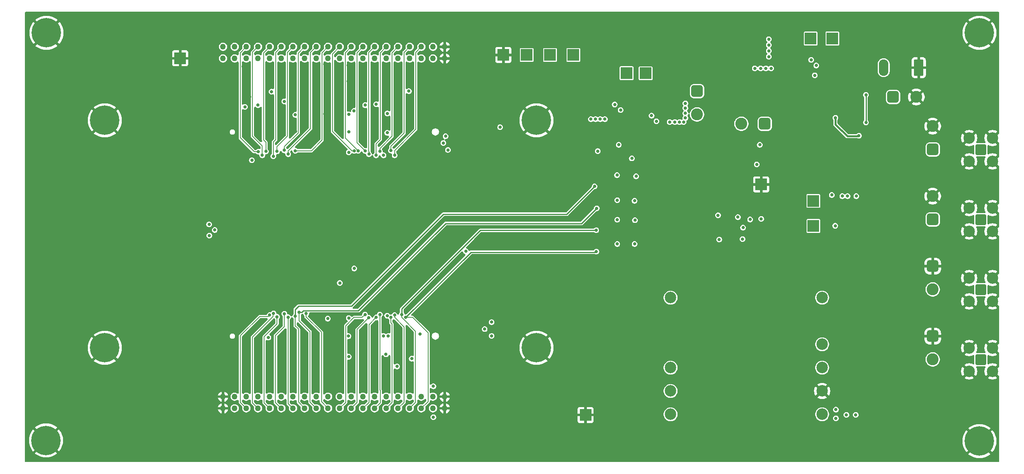
<source format=gbr>
%TF.GenerationSoftware,KiCad,Pcbnew,9.0.0*%
%TF.CreationDate,2025-03-06T02:34:32-05:00*%
%TF.ProjectId,22257_DevBoard,32323235-375f-4446-9576-426f6172642e,rev?*%
%TF.SameCoordinates,Original*%
%TF.FileFunction,Copper,L6,Bot*%
%TF.FilePolarity,Positive*%
%FSLAX46Y46*%
G04 Gerber Fmt 4.6, Leading zero omitted, Abs format (unit mm)*
G04 Created by KiCad (PCBNEW 9.0.0) date 2025-03-06 02:34:32*
%MOMM*%
%LPD*%
G01*
G04 APERTURE LIST*
G04 Aperture macros list*
%AMRoundRect*
0 Rectangle with rounded corners*
0 $1 Rounding radius*
0 $2 $3 $4 $5 $6 $7 $8 $9 X,Y pos of 4 corners*
0 Add a 4 corners polygon primitive as box body*
4,1,4,$2,$3,$4,$5,$6,$7,$8,$9,$2,$3,0*
0 Add four circle primitives for the rounded corners*
1,1,$1+$1,$2,$3*
1,1,$1+$1,$4,$5*
1,1,$1+$1,$6,$7*
1,1,$1+$1,$8,$9*
0 Add four rect primitives between the rounded corners*
20,1,$1+$1,$2,$3,$4,$5,0*
20,1,$1+$1,$4,$5,$6,$7,0*
20,1,$1+$1,$6,$7,$8,$9,0*
20,1,$1+$1,$8,$9,$2,$3,0*%
G04 Aperture macros list end*
%TA.AperFunction,ComponentPad*%
%ADD10RoundRect,0.650000X-0.650000X0.650000X-0.650000X-0.650000X0.650000X-0.650000X0.650000X0.650000X0*%
%TD*%
%TA.AperFunction,ComponentPad*%
%ADD11C,2.600000*%
%TD*%
%TA.AperFunction,ComponentPad*%
%ADD12C,6.400000*%
%TD*%
%TA.AperFunction,ComponentPad*%
%ADD13R,2.500000X2.500000*%
%TD*%
%TA.AperFunction,ComponentPad*%
%ADD14C,1.270000*%
%TD*%
%TA.AperFunction,ComponentPad*%
%ADD15RoundRect,0.200100X-0.949900X0.949900X-0.949900X-0.949900X0.949900X-0.949900X0.949900X0.949900X0*%
%TD*%
%TA.AperFunction,ComponentPad*%
%ADD16C,2.500000*%
%TD*%
%TA.AperFunction,ComponentPad*%
%ADD17RoundRect,0.650000X0.650000X0.650000X-0.650000X0.650000X-0.650000X-0.650000X0.650000X-0.650000X0*%
%TD*%
%TA.AperFunction,ComponentPad*%
%ADD18RoundRect,0.250001X0.799999X1.549999X-0.799999X1.549999X-0.799999X-1.549999X0.799999X-1.549999X0*%
%TD*%
%TA.AperFunction,ComponentPad*%
%ADD19O,2.100000X3.600000*%
%TD*%
%TA.AperFunction,ComponentPad*%
%ADD20RoundRect,0.650000X-0.650000X-0.650000X0.650000X-0.650000X0.650000X0.650000X-0.650000X0.650000X0*%
%TD*%
%TA.AperFunction,ComponentPad*%
%ADD21RoundRect,0.650000X0.650000X-0.650000X0.650000X0.650000X-0.650000X0.650000X-0.650000X-0.650000X0*%
%TD*%
%TA.AperFunction,ViaPad*%
%ADD22C,0.711200*%
%TD*%
%TA.AperFunction,Conductor*%
%ADD23C,0.381000*%
%TD*%
%TA.AperFunction,Conductor*%
%ADD24C,0.200000*%
%TD*%
%TA.AperFunction,Conductor*%
%ADD25C,0.254000*%
%TD*%
G04 APERTURE END LIST*
D10*
%TO.P,TP4,1,1*%
%TO.N,GND*%
X193040000Y-50800000D03*
D11*
%TO.P,TP4,2,2*%
%TO.N,BRD_PPS_IN*%
X193040000Y-55880000D03*
%TD*%
D10*
%TO.P,TP9,1,1*%
%TO.N,Net-(U3-OUT)*%
X141732000Y-12700000D03*
D11*
%TO.P,TP9,2,2*%
%TO.N,+3.3V*%
X141732000Y-17780000D03*
%TD*%
D12*
%TO.P,H8,1,1*%
%TO.N,GND*%
X106780700Y-68580000D03*
%TD*%
D13*
%TO.P,TP16,1,1*%
%TO.N,ES_SCK*%
X166468600Y-1245000D03*
%TD*%
%TO.P,TP19,1,1*%
%TO.N,ES_SDI*%
X171199800Y-1241600D03*
%TD*%
D12*
%TO.P,H10,1,1*%
%TO.N,GND*%
X12800700Y-19050000D03*
%TD*%
%TO.P,H1,1,1*%
%TO.N,GND*%
X100000Y0D03*
%TD*%
%TO.P,H9,1,1*%
%TO.N,GND*%
X106780700Y-19050000D03*
%TD*%
D14*
%TO.P,J2,1,1*%
%TO.N,+5V*%
X38536828Y-5575201D03*
%TO.P,J2,2,2*%
X38536828Y-3035201D03*
%TO.P,J2,3,3*%
X41076828Y-5575201D03*
%TO.P,J2,4,4*%
X41076828Y-3035201D03*
%TO.P,J2,5,5*%
%TO.N,/MicroZed_Headers/34_R19*%
X43616828Y-5575201D03*
%TO.P,J2,6,6*%
%TO.N,/MicroZed_Headers/34_T19*%
X43616828Y-3035201D03*
%TO.P,J2,7,7*%
%TO.N,BRD_PPS_IN*%
X46156828Y-5575201D03*
%TO.P,J2,8,8*%
%TO.N,/MicroZed_Headers/34_T12*%
X46156828Y-3035201D03*
%TO.P,J2,9,9*%
%TO.N,/MicroZed_Headers/34_T10*%
X48696828Y-5575201D03*
%TO.P,J2,10,10*%
%TO.N,/MicroZed_Headers/34_U12*%
X48696828Y-3035201D03*
%TO.P,J2,11,11*%
%TO.N,ES_SDI*%
X51236828Y-5575201D03*
%TO.P,J2,12,12*%
%TO.N,/MicroZed_Headers/34_V12*%
X51236828Y-3035201D03*
%TO.P,J2,13,13*%
%TO.N,/MicroZed_Headers/34_V13*%
X53776828Y-5575201D03*
%TO.P,J2,14,14*%
%TO.N,/MicroZed_Headers/34_W13*%
X53776828Y-3035201D03*
%TO.P,J2,15,15*%
%TO.N,ES_SCK*%
X56316828Y-5575201D03*
%TO.P,J2,16,16*%
%TO.N,/MicroZed_Headers/34_P14*%
X56316828Y-3035201D03*
%TO.P,J2,17,17*%
%TO.N,/MicroZed_Headers/34_T15*%
X58856828Y-5575201D03*
%TO.P,J2,18,18*%
%TO.N,/MicroZed_Headers/34_R14*%
X58856828Y-3035201D03*
%TO.P,J2,19,19*%
%TO.N,ES_CSB*%
X61396828Y-5575201D03*
%TO.P,J2,20,20*%
%TO.N,/MicroZed_Headers/34_W14*%
X61396828Y-3035201D03*
%TO.P,J2,21,21*%
%TO.N,TCXO_SCL*%
X63936828Y-5575201D03*
%TO.P,J2,22,22*%
%TO.N,/MicroZed_Headers/34_V16*%
X63936828Y-3035201D03*
%TO.P,J2,23,23*%
%TO.N,/MicroZed_Headers/34_Y19*%
X66476828Y-5575201D03*
%TO.P,J2,24,24*%
%TO.N,/MicroZed_Headers/34_W16*%
X66476828Y-3035201D03*
%TO.P,J2,25,25*%
%TO.N,TCXO_OE*%
X69016828Y-5575201D03*
%TO.P,J2,26,26*%
%TO.N,/MicroZed_Headers/34_T17*%
X69016828Y-3035201D03*
%TO.P,J2,27,27*%
%TO.N,/MicroZed_Headers/34_R17*%
X71556828Y-5575201D03*
%TO.P,J2,28,28*%
%TO.N,/MicroZed_Headers/34_R18*%
X71556828Y-3035201D03*
%TO.P,J2,29,29*%
%TO.N,TCXO_10MHz*%
X74096828Y-5575201D03*
%TO.P,J2,30,30*%
%TO.N,/MicroZed_Headers/34_W18*%
X74096828Y-3035201D03*
%TO.P,J2,31,31*%
%TO.N,/MicroZed_Headers/34_V18*%
X76636828Y-5575201D03*
%TO.P,J2,32,32*%
%TO.N,/MicroZed_Headers/34_W19*%
X76636828Y-3035201D03*
%TO.P,J2,33,33*%
%TO.N,TCXO_SDA*%
X79176828Y-5575201D03*
%TO.P,J2,34,34*%
%TO.N,/MicroZed_Headers/34_P15*%
X79176828Y-3035201D03*
%TO.P,J2,35,35*%
%TO.N,/MicroZed_Headers/34_P18*%
X81716828Y-5575201D03*
%TO.P,J2,36,36*%
%TO.N,/MicroZed_Headers/34_P16*%
X81716828Y-3035201D03*
%TO.P,J2,37,37*%
%TO.N,+5V*%
X84256828Y-5575201D03*
%TO.P,J2,38,38*%
X84256828Y-3035201D03*
%TO.P,J2,39,39*%
%TO.N,GND*%
X86796828Y-5575201D03*
%TO.P,J2,40,40*%
X86796828Y-3035201D03*
%TD*%
D10*
%TO.P,TP5,1,1*%
%TO.N,GND*%
X193040000Y-66040000D03*
D11*
%TO.P,TP5,2,2*%
%TO.N,BRD_10MHz_IN*%
X193040000Y-71120000D03*
%TD*%
D13*
%TO.P,TP18,1,1*%
%TO.N,ES_SDI*%
X126390800Y-8785978D03*
%TD*%
%TO.P,TP14,1,1*%
%TO.N,GND*%
X99574913Y-4822528D03*
%TD*%
%TO.P,TP11,1,1*%
%TO.N,GND*%
X155699000Y-33017000D03*
%TD*%
%TO.P,TP15,1,1*%
%TO.N,ES_SCK*%
X130553000Y-8810800D03*
%TD*%
%TO.P,TP20,1,1*%
%TO.N,ES_SDI*%
X167059600Y-42062800D03*
%TD*%
D12*
%TO.P,H2,1,1*%
%TO.N,GND*%
X0Y-88750000D03*
%TD*%
D15*
%TO.P,J5,1,In*%
%TO.N,BRD_10MHz_OUT*%
X203515600Y-40690800D03*
D16*
%TO.P,J5,2,Ext*%
%TO.N,GND*%
X206055600Y-38150800D03*
X200975600Y-38150800D03*
X206055600Y-43230800D03*
X200975600Y-43230800D03*
%TD*%
D14*
%TO.P,J1,1,1*%
%TO.N,GND*%
X86792588Y-79232316D03*
%TO.P,J1,2,2*%
X86792588Y-81772316D03*
%TO.P,J1,3,3*%
%TO.N,+5V*%
X84252588Y-79232316D03*
%TO.P,J1,4,4*%
X84252588Y-81772316D03*
%TO.P,J1,5,5*%
%TO.N,BRD_10MHz_OUT*%
X81712588Y-79232316D03*
%TO.P,J1,6,6*%
%TO.N,TST_04*%
X81712588Y-81772316D03*
%TO.P,J1,7,7*%
%TO.N,/MicroZed_Headers/35_K16*%
X79172588Y-79232316D03*
%TO.P,J1,8,8*%
%TO.N,TST_03*%
X79172588Y-81772316D03*
%TO.P,J1,9,9*%
%TO.N,BRD_10MHz_IN*%
X76632588Y-79232316D03*
%TO.P,J1,10,10*%
%TO.N,/MicroZed_Headers/35_N16*%
X76632588Y-81772316D03*
%TO.P,J1,11,11*%
%TO.N,/MicroZed_Headers/35_L14*%
X74092588Y-79232316D03*
%TO.P,J1,12,12*%
%TO.N,TOD_OUT*%
X74092588Y-81772316D03*
%TO.P,J1,13,13*%
%TO.N,/MicroZed_Headers/35_G15*%
X71552588Y-79232316D03*
%TO.P,J1,14,14*%
%TO.N,/MicroZed_Headers/35_J14*%
X71552588Y-81772316D03*
%TO.P,J1,15,15*%
%TO.N,/MicroZed_Headers/35_H15*%
X69012588Y-79232316D03*
%TO.P,J1,16,16*%
%TO.N,TOD_IN*%
X69012588Y-81772316D03*
%TO.P,J1,17,17*%
%TO.N,/MicroZed_Headers/35_H20*%
X66472588Y-79232316D03*
%TO.P,J1,18,18*%
%TO.N,/MicroZed_Headers/35_G20*%
X66472588Y-81772316D03*
%TO.P,J1,19,19*%
%TO.N,/MicroZed_Headers/35_J20*%
X63932588Y-79232316D03*
%TO.P,J1,20,20*%
%TO.N,CSAC_Tx*%
X63932588Y-81772316D03*
%TO.P,J1,21,21*%
%TO.N,/MicroZed_Headers/35_M19*%
X61392588Y-79232316D03*
%TO.P,J1,22,22*%
%TO.N,CSAC_Rx*%
X61392588Y-81772316D03*
%TO.P,J1,23,23*%
%TO.N,/MicroZed_Headers/35_F17*%
X58852588Y-79232316D03*
%TO.P,J1,24,24*%
%TO.N,TST_02*%
X58852588Y-81772316D03*
%TO.P,J1,25,25*%
%TO.N,/MicroZed_Headers/35_F16*%
X56312588Y-79232316D03*
%TO.P,J1,26,26*%
%TO.N,TST_01*%
X56312588Y-81772316D03*
%TO.P,J1,27,27*%
%TO.N,/MicroZed_Headers/35_D20*%
X53772588Y-79232316D03*
%TO.P,J1,28,28*%
%TO.N,/MicroZed_Headers/35_D18*%
X53772588Y-81772316D03*
%TO.P,J1,29,29*%
%TO.N,/MicroZed_Headers/35_D19*%
X51232588Y-79232316D03*
%TO.P,J1,30,30*%
%TO.N,CSAC_PPS_IN*%
X51232588Y-81772316D03*
%TO.P,J1,31,31*%
%TO.N,/MicroZed_Headers/35_A20*%
X48692588Y-79232316D03*
%TO.P,J1,32,32*%
%TO.N,/MicroZed_Headers/35_B20*%
X48692588Y-81772316D03*
%TO.P,J1,33,33*%
%TO.N,/MicroZed_Headers/35_B19*%
X46152588Y-79232316D03*
%TO.P,J1,34,34*%
%TO.N,CSAC_Tune*%
X46152588Y-81772316D03*
%TO.P,J1,35,35*%
%TO.N,/MicroZed_Headers/35_J15*%
X43612588Y-79232316D03*
%TO.P,J1,36,36*%
%TO.N,/MicroZed_Headers/35_G14*%
X43612588Y-81772316D03*
%TO.P,J1,37,37*%
%TO.N,+5V*%
X41072588Y-79232316D03*
%TO.P,J1,38,38*%
X41072588Y-81772316D03*
%TO.P,J1,39,39*%
%TO.N,GND*%
X38532588Y-79232316D03*
%TO.P,J1,40,40*%
X38532588Y-81772316D03*
%TD*%
D16*
%TO.P,U1,1,Tune*%
%TO.N,CSAC_Tune*%
X135969000Y-57658000D03*
%TO.P,U1,4,BITE*%
%TO.N,CSAC_BITE*%
X135969000Y-72898000D03*
%TO.P,U1,5,Tx*%
%TO.N,CSAC_Tx*%
X135969000Y-77978000D03*
%TO.P,U1,6,Rx*%
%TO.N,CSAC_Rx*%
X135969000Y-83058000D03*
%TO.P,U1,7,Vcc*%
%TO.N,+3.3V*%
X168969000Y-83058000D03*
%TO.P,U1,8,GND*%
%TO.N,GND*%
X168969000Y-77978000D03*
%TO.P,U1,9,PPS_IN*%
%TO.N,CSAC_PPS_IN*%
X168969000Y-72898000D03*
%TO.P,U1,10,PPS_OUT*%
%TO.N,CSAC_PPS_OUT*%
X168969000Y-67818000D03*
%TO.P,U1,12,RF_OUT*%
%TO.N,CSAC_RF_OUT*%
X168969000Y-57658000D03*
%TD*%
D15*
%TO.P,J6,1,In*%
%TO.N,BRD_PPS_IN*%
X203515600Y-55930800D03*
D16*
%TO.P,J6,2,Ext*%
%TO.N,GND*%
X206055600Y-53390800D03*
X200975600Y-53390800D03*
X206055600Y-58470800D03*
X200975600Y-58470800D03*
%TD*%
D17*
%TO.P,TP10,1,1*%
%TO.N,Net-(U5-IN+)*%
X156464000Y-19812000D03*
D11*
%TO.P,TP10,2,2*%
%TO.N,+5V*%
X151384000Y-19812000D03*
%TD*%
D13*
%TO.P,TP1,1,1*%
%TO.N,+12V*%
X104648000Y-4826000D03*
%TD*%
D15*
%TO.P,J4,1,In*%
%TO.N,BRD_PPS_OUT*%
X203515600Y-25450800D03*
D16*
%TO.P,J4,2,Ext*%
%TO.N,GND*%
X206055600Y-22910800D03*
X200975600Y-22910800D03*
X206055600Y-27990800D03*
X200975600Y-27990800D03*
%TD*%
D15*
%TO.P,J7,1,In*%
%TO.N,BRD_10MHz_IN*%
X203515600Y-71170800D03*
D16*
%TO.P,J7,2,Ext*%
%TO.N,GND*%
X206055600Y-68630800D03*
X200975600Y-68630800D03*
X206055600Y-73710800D03*
X200975600Y-73710800D03*
%TD*%
D13*
%TO.P,TP3,1,1*%
%TO.N,+3.3V*%
X114808000Y-4826000D03*
%TD*%
D18*
%TO.P,J3,1,Pin_1*%
%TO.N,GND*%
X189992000Y-7587500D03*
D19*
%TO.P,J3,2,Pin_2*%
%TO.N,+12V*%
X182372000Y-7587500D03*
%TD*%
D20*
%TO.P,TP8,1,1*%
%TO.N,+12V*%
X184404000Y-13970000D03*
D11*
%TO.P,TP8,2,2*%
%TO.N,GND*%
X189484000Y-13970000D03*
%TD*%
D12*
%TO.P,H11,1,1*%
%TO.N,GND*%
X12800700Y-68580000D03*
%TD*%
D21*
%TO.P,TP7,1,1*%
%TO.N,BRD_10MHz_OUT*%
X193040000Y-40640000D03*
D11*
%TO.P,TP7,2,2*%
%TO.N,GND*%
X193040000Y-35560000D03*
%TD*%
D13*
%TO.P,TP12,1,1*%
%TO.N,GND*%
X117449600Y-83210400D03*
%TD*%
%TO.P,TP2,1,1*%
%TO.N,+5V*%
X109728000Y-4826000D03*
%TD*%
D12*
%TO.P,H3,1,1*%
%TO.N,GND*%
X203200000Y0D03*
%TD*%
D13*
%TO.P,TP17,1,1*%
%TO.N,ES_SCK*%
X167056200Y-36598400D03*
%TD*%
D21*
%TO.P,TP6,1,1*%
%TO.N,BRD_PPS_OUT*%
X193040000Y-25400000D03*
D11*
%TO.P,TP6,2,2*%
%TO.N,GND*%
X193040000Y-20320000D03*
%TD*%
D12*
%TO.P,H4,1,1*%
%TO.N,GND*%
X203200000Y-88900000D03*
%TD*%
D13*
%TO.P,TP13,1,1*%
%TO.N,GND*%
X29207000Y-5541000D03*
%TD*%
D22*
%TO.N,GND*%
X175768000Y-15417800D03*
X71729600Y-12598400D03*
X48260000Y-70231000D03*
X165887400Y-27508200D03*
X163832800Y-64008000D03*
X140972800Y-74168000D03*
X100380800Y-29921200D03*
X107213400Y3962400D03*
X140972800Y-76708000D03*
X73406000Y-74168000D03*
X163832800Y-61468000D03*
X63119000Y-66167000D03*
X129235200Y-13665200D03*
X29337000Y-42849800D03*
X60756800Y-70129400D03*
X78994000Y-13868400D03*
X151132800Y-58928000D03*
X-2184400Y-31064200D03*
X94513400Y3962400D03*
X150926800Y-5308600D03*
X151993600Y-37592000D03*
X56413400Y3962400D03*
X196977000Y-92557600D03*
X158752800Y-81788000D03*
X153672800Y-76708000D03*
X125349000Y-21132800D03*
X146177000Y-92557600D03*
X102565200Y-10515600D03*
X136398000Y-42926000D03*
X153672800Y-61468000D03*
X153672800Y-58928000D03*
X112395000Y-10566400D03*
X167436800Y-20497800D03*
X140972800Y-81788000D03*
X161292800Y-69088000D03*
X44196000Y-4241800D03*
X56896000Y-4318000D03*
X76758800Y-21539200D03*
X156212800Y-64008000D03*
X48742600Y-21590000D03*
X89941400Y-22479000D03*
X143512800Y-69088000D03*
X162737800Y-9575800D03*
X158752800Y-76708000D03*
X58394600Y-70078600D03*
X146052800Y-71628000D03*
X31877000Y-92557600D03*
X158752800Y-69088000D03*
X184277000Y-92557600D03*
X137617200Y-5081000D03*
X153672800Y-64008000D03*
X95377000Y-92557600D03*
X143512800Y-79248000D03*
X206324200Y-19354800D03*
X163832800Y-79248000D03*
X71170800Y-66522600D03*
X163832800Y-81788000D03*
X64262000Y-4318000D03*
X-2184400Y-5664200D03*
X161292800Y-76708000D03*
X-2184400Y-43764200D03*
X99695000Y-64389000D03*
X148592800Y-71628000D03*
X128854200Y-19329400D03*
X163832800Y-69088000D03*
X176479200Y-39573200D03*
X145313400Y3962400D03*
X151132800Y-79248000D03*
X143512800Y-58928000D03*
X153672800Y-81788000D03*
X72466200Y-43738800D03*
X161292800Y-61468000D03*
X151132800Y-76708000D03*
X161292800Y-66548000D03*
X6477000Y-92557600D03*
X54305200Y-21488400D03*
X165125400Y-20523200D03*
X156212800Y-66548000D03*
X148592800Y-64008000D03*
X136601200Y-2895600D03*
X148592800Y-76708000D03*
X68554600Y-69875400D03*
X156212800Y-61468000D03*
X42926000Y-7366000D03*
X140972800Y-66548000D03*
X108077000Y-92557600D03*
X120777000Y-92557600D03*
X76733400Y-43434000D03*
X43713400Y3962400D03*
X150901400Y-1346200D03*
X60706000Y-6858000D03*
X145135600Y-43738800D03*
X146052800Y-74168000D03*
X156212800Y-74168000D03*
X98907600Y-62992000D03*
X39751000Y-4318000D03*
X140972800Y-79248000D03*
X134975600Y-51485800D03*
X148717000Y-8331200D03*
X44577000Y-92557600D03*
X69113400Y3962400D03*
X133883400Y-6172200D03*
X80670400Y-22021800D03*
X151132800Y-81788000D03*
X89662000Y-49149000D03*
X134899400Y-40436800D03*
X57277000Y-92557600D03*
X-2184400Y-69164200D03*
X161292800Y-71628000D03*
X55880000Y-66141600D03*
X53492400Y-70053200D03*
X171932600Y-27482800D03*
X91363800Y-23901400D03*
X153672800Y-69088000D03*
X140972800Y-58928000D03*
X161292800Y-79248000D03*
X58273448Y-21812752D03*
X167005000Y-13716000D03*
X79451200Y-69773800D03*
X163832800Y-76708000D03*
X162864800Y-27406600D03*
X82626200Y-44635800D03*
X132613400Y3962400D03*
X142900400Y-44348400D03*
X146052800Y-79248000D03*
X60833000Y-21590000D03*
X74142600Y-13589000D03*
X148592800Y-69088000D03*
X174167800Y-19583400D03*
X51358800Y-66167000D03*
X206324200Y-6654800D03*
X43637200Y-70916800D03*
X143512800Y-74168000D03*
X71120000Y-69900800D03*
X156212800Y-79248000D03*
X172618400Y-21971000D03*
X136880600Y-5081000D03*
X163832800Y-66548000D03*
X58826400Y-14782800D03*
X46050200Y-70231000D03*
X58273448Y-17719248D03*
X171983400Y-37439600D03*
X146052800Y-64008000D03*
X169849800Y-20497800D03*
X68783200Y-66065400D03*
X129286000Y-14986000D03*
X143512800Y-66548000D03*
X148592800Y-61468000D03*
X151028400Y-8331200D03*
X156212800Y-69088000D03*
X71069200Y-16357600D03*
X133477000Y-92557600D03*
X206527400Y-81559400D03*
X71577200Y-75209400D03*
X96774000Y-33045400D03*
X43561000Y-21590000D03*
X69138800Y-44094400D03*
X146052800Y-66548000D03*
X129311400Y-16687800D03*
X174498000Y-39522400D03*
X18313400Y3962400D03*
X161292800Y-81788000D03*
X153672800Y-71628000D03*
X65786000Y-10541000D03*
X143512800Y-81788000D03*
X137210800Y-26543000D03*
X-2184400Y-56464200D03*
X168706800Y-27482800D03*
X146052800Y-76708000D03*
X148592800Y-79248000D03*
X158752800Y-64008000D03*
X69977000Y-92557600D03*
X176758600Y-13385800D03*
X163728400Y-3784600D03*
X151132800Y-71628000D03*
X153672800Y-79248000D03*
X140972800Y-64008000D03*
X161292800Y-74168000D03*
X78841600Y-21336000D03*
X146227800Y-8305800D03*
X136474200Y-50292000D03*
X44352540Y-13970000D03*
X58318400Y-66116200D03*
X141630400Y-4191000D03*
X158877000Y-92557600D03*
X156212800Y-76708000D03*
X81813400Y3962400D03*
X73482200Y-62052200D03*
X156212800Y-81788000D03*
X-2184400Y-81864200D03*
X68656200Y-17297400D03*
X143512800Y-61468000D03*
X-2184400Y-18364200D03*
X175310800Y-13258800D03*
X86995000Y-42799000D03*
X161292800Y-58928000D03*
X156212800Y-58928000D03*
X77216000Y-4318000D03*
X91973400Y-35356800D03*
X19177000Y-92557600D03*
X90017600Y-25247600D03*
X51079400Y-70078600D03*
X146052800Y-81788000D03*
X79095600Y-66167000D03*
X73482200Y-16789400D03*
X99466400Y-86233000D03*
X143512800Y-64008000D03*
X158752800Y-61468000D03*
X151132800Y-61468000D03*
X171577000Y-92557600D03*
X131597400Y-52298600D03*
X48615600Y-17399000D03*
X174599600Y-21386800D03*
X133096000Y-4927600D03*
X151132800Y-66548000D03*
X63073448Y-21082000D03*
X76708000Y-69951600D03*
X76606400Y-60426600D03*
X53543200Y-66141600D03*
X51917600Y-77495400D03*
X170713400Y3962400D03*
X80289400Y-61315600D03*
X148592800Y-58928000D03*
X139496800Y-5081000D03*
X153672800Y-66548000D03*
X76682600Y-66040000D03*
X158752800Y-74168000D03*
X136550400Y-34696400D03*
X140972800Y-61468000D03*
X143512800Y-71628000D03*
X140487400Y-3454400D03*
X63271400Y-43586400D03*
X162712400Y-7620000D03*
X151132800Y-74168000D03*
X163195000Y-13538200D03*
X140972800Y-71628000D03*
X161292800Y-64008000D03*
X158752800Y-79248000D03*
X148592800Y-66548000D03*
X183413400Y3962400D03*
X163832800Y-74168000D03*
X66675000Y-73787000D03*
X153672800Y-74168000D03*
X135128000Y-47413800D03*
X151132800Y-64008000D03*
X53492400Y-17373600D03*
X163832800Y-58928000D03*
X62915800Y-61899800D03*
X51181000Y-17729200D03*
X151132800Y-69088000D03*
X65781860Y-7086600D03*
X119913400Y3962400D03*
X63073448Y-17790552D03*
X72009000Y-4318000D03*
X55753000Y-17805400D03*
X107492800Y-10388600D03*
X49149000Y-4191000D03*
X163832800Y-71628000D03*
X148592800Y-74168000D03*
X51130200Y-21539200D03*
X158752800Y-58928000D03*
X58216800Y-61798200D03*
X60673448Y-66421000D03*
X148592800Y-81788000D03*
X56286400Y-15443200D03*
X165328600Y-13462000D03*
X138049000Y533400D03*
X140970000Y-45847000D03*
X63093600Y-70154800D03*
X55880000Y-61849000D03*
X170053000Y-13690600D03*
X79273400Y-17221200D03*
X156212800Y-71628000D03*
X146052800Y-69088000D03*
X146052800Y-58928000D03*
X46228000Y-21590000D03*
X60676460Y-17653000D03*
X141732000Y-9194800D03*
X154355800Y-37617400D03*
X158752800Y-71628000D03*
X5613400Y3962400D03*
X140972800Y-69088000D03*
X139522200Y-46990000D03*
X138150600Y-7747000D03*
X170611800Y-37465000D03*
X158013400Y3962400D03*
X158752800Y-66548000D03*
X196113400Y3962400D03*
X31013400Y3962400D03*
X162763200Y-5994400D03*
X53644800Y-14808200D03*
X48920400Y-11150600D03*
X98831400Y-65786000D03*
X82677000Y-92557600D03*
X143512800Y-76708000D03*
X49025649Y-65661194D03*
X60172600Y-61823600D03*
X55873448Y-21507248D03*
X146052800Y-61468000D03*
%TO.N,Net-(U4-SW)*%
X171856400Y-18491200D03*
X176961800Y-22402800D03*
%TO.N,/MicroZed_Headers/34_P14*%
X51866800Y-25577800D03*
%TO.N,/MicroZed_Headers/34_V12*%
X49479200Y-26873200D03*
%TO.N,+5V*%
X43307000Y-16129000D03*
X65852600Y-66040000D03*
X155575000Y-7747000D03*
X36728400Y-42926000D03*
X157353000Y-3937000D03*
X84328000Y-76962000D03*
X65913000Y-17780000D03*
X65913000Y-21590000D03*
X84328000Y-83693000D03*
X157353000Y-2667000D03*
X132892800Y-19253200D03*
X154305000Y-7747000D03*
X131826000Y-18034000D03*
X157353000Y-1397000D03*
X65913000Y-70527800D03*
X65913000Y-62103000D03*
X35509200Y-41706800D03*
X157861000Y-7747000D03*
X65913000Y-26035000D03*
X156718000Y-7747000D03*
X157353000Y-5207000D03*
X167360600Y-9271000D03*
X48414566Y-66353797D03*
X35560000Y-44145200D03*
%TO.N,+3.3V*%
X121666000Y-18796000D03*
X124358400Y-40690800D03*
X124358400Y-36441000D03*
X87500000Y-25500000D03*
X173355000Y-35560000D03*
X139192000Y-18542000D03*
X119634000Y-18796000D03*
X138811000Y-19431000D03*
X128117600Y-36576000D03*
X87000000Y-22500000D03*
X135763000Y-19431000D03*
X174244000Y-83185000D03*
X171958000Y-82042000D03*
X86500000Y-24000000D03*
X128143000Y-45974000D03*
X124307600Y-30988000D03*
X150622000Y-40132000D03*
X153289000Y-40640000D03*
X120116600Y-25755600D03*
X127533400Y-27330400D03*
X124358400Y-45974000D03*
X128473200Y-31242000D03*
X118618000Y-18796000D03*
X74273448Y-21767800D03*
X139192000Y-15367000D03*
X97000000Y-66000000D03*
X139192000Y-16383000D03*
X128219200Y-40792400D03*
X136906000Y-19431000D03*
X171069000Y-35306000D03*
X120650000Y-18796000D03*
X74269600Y-61595000D03*
X176403000Y-35560000D03*
X74295000Y-17551400D03*
X74500000Y-66000000D03*
X137922000Y-19431000D03*
X97000000Y-63000000D03*
X74000000Y-70000000D03*
X81457800Y-65557400D03*
X174498000Y-35560000D03*
X95500000Y-64500000D03*
X176276000Y-83185000D03*
X139192000Y-17526000D03*
X73482200Y-26670000D03*
X73500000Y-66000000D03*
X91389200Y-47548800D03*
X171958000Y-83947000D03*
X155702000Y-40513000D03*
%TO.N,ES_SDI*%
X154736800Y-28651200D03*
X123799600Y-15595600D03*
X98856800Y-20548600D03*
X167690800Y-7112000D03*
X49098200Y-12801600D03*
%TO.N,ES_SCK*%
X155397200Y-24384000D03*
X125095000Y-16814800D03*
X166573200Y-5892800D03*
X124688600Y-24384000D03*
X51873448Y-14935200D03*
%TO.N,ES_CSB*%
X171805600Y-42011600D03*
X54273448Y-17862552D03*
%TO.N,BRD_PPS_OUT*%
X67106800Y-51308000D03*
%TO.N,BRD_10MHz_OUT*%
X79616300Y-70954900D03*
%TO.N,BRD_PPS_IN*%
X44805600Y-27736800D03*
X46156828Y-15746543D03*
%TO.N,BRD_10MHz_IN*%
X76428600Y-72644000D03*
%TO.N,CSAC_PPS_IN*%
X51892200Y-61163200D03*
%TO.N,CSAC_Tune*%
X49530000Y-61087000D03*
%TO.N,CSAC_RF_OUT*%
X63957200Y-54457600D03*
%TO.N,CSAC_Rx*%
X56642000Y-61132460D03*
%TO.N,CSAC_Tx*%
X69443600Y-61341000D03*
%TO.N,CSAC_PPS_OUT*%
X61340175Y-62226888D03*
%TO.N,TCXO_OE*%
X69469000Y-15748000D03*
X151638000Y-44907200D03*
%TO.N,TCXO_10MHz*%
X71873448Y-15544800D03*
X146304000Y-39725600D03*
%TO.N,TCXO_SDA*%
X151739600Y-42418000D03*
X78994000Y-12700000D03*
%TO.N,TCXO_SCL*%
X67056000Y-17018000D03*
X146558000Y-45008800D03*
%TO.N,TST_01*%
X54254400Y-61722000D03*
X119430800Y-33426400D03*
%TO.N,TST_02*%
X55118000Y-60833000D03*
X119888000Y-38201600D03*
%TO.N,TST_03*%
X119786400Y-42976800D03*
X77444600Y-61341000D03*
%TO.N,TST_04*%
X78287965Y-61970835D03*
X119803600Y-47630800D03*
%TO.N,/MicroZed_Headers/35_N16*%
X75881958Y-61468000D03*
%TO.N,/MicroZed_Headers/35_D18*%
X52710812Y-61919295D03*
%TO.N,/MicroZed_Headers/35_J14*%
X72681493Y-61341000D03*
%TO.N,/MicroZed_Headers/35_G14*%
X48668372Y-61469675D03*
%TO.N,/MicroZed_Headers/35_G20*%
X70281800Y-62052200D03*
%TO.N,TOD_IN*%
X71882000Y-61976000D03*
%TO.N,/MicroZed_Headers/35_B20*%
X50302570Y-61829798D03*
%TO.N,TOD_OUT*%
X75082400Y-61950600D03*
%TO.N,/MicroZed_Headers/34_W13*%
X50297165Y-25811565D03*
%TO.N,/MicroZed_Headers/34_W19*%
X72680866Y-25830663D03*
%TO.N,/MicroZed_Headers/34_T12*%
X47078900Y-26670000D03*
%TO.N,/MicroZed_Headers/34_W16*%
X67945000Y-25704800D03*
%TO.N,/MicroZed_Headers/34_W18*%
X71856600Y-26670000D03*
%TO.N,/MicroZed_Headers/34_P16*%
X75900365Y-26670000D03*
%TO.N,/MicroZed_Headers/34_R18*%
X70299665Y-26416000D03*
%TO.N,/MicroZed_Headers/34_T19*%
X46228000Y-25882600D03*
%TO.N,/MicroZed_Headers/34_T17*%
X69494400Y-25730200D03*
%TO.N,/MicroZed_Headers/34_R14*%
X52730014Y-26416000D03*
%TO.N,/MicroZed_Headers/34_U12*%
X47876886Y-25824921D03*
%TO.N,/MicroZed_Headers/34_V16*%
X67081400Y-25730200D03*
%TO.N,/MicroZed_Headers/34_W14*%
X54254400Y-25679400D03*
%TO.N,/MicroZed_Headers/34_P15*%
X75082400Y-25628600D03*
%TO.N,Net-(U5-IN+)*%
X178500000Y-19500000D03*
X178500000Y-13500000D03*
%TD*%
D23*
%TO.N,Net-(U4-SW)*%
X176860200Y-22504400D02*
X174447200Y-22504400D01*
X171856400Y-19913600D02*
X171856400Y-18491200D01*
X176961800Y-22402800D02*
X176860200Y-22504400D01*
X174447200Y-22504400D02*
X171856400Y-19913600D01*
D24*
%TO.N,/MicroZed_Headers/34_P14*%
X54911660Y-4440369D02*
X56316828Y-3035201D01*
X51866800Y-24815800D02*
X54911660Y-21770940D01*
X51866800Y-25577800D02*
X51866800Y-24815800D01*
X54911660Y-21770940D02*
X54911660Y-4440369D01*
%TO.N,/MicroZed_Headers/34_V12*%
X49479200Y-26873200D02*
X49479200Y-23774400D01*
X49987200Y-23266400D02*
X49987200Y-4284829D01*
X49987200Y-4284829D02*
X51236828Y-3035201D01*
X49479200Y-23774400D02*
X49987200Y-23266400D01*
%TO.N,CSAC_PPS_IN*%
X51892200Y-61163200D02*
X51892200Y-63982600D01*
X49961800Y-65913000D02*
X49961800Y-80501528D01*
X51892200Y-63982600D02*
X49961800Y-65913000D01*
X49961800Y-80501528D02*
X51232588Y-81772316D01*
%TO.N,CSAC_Tune*%
X49428400Y-61188600D02*
X49428400Y-61772800D01*
X44932600Y-66268600D02*
X44932600Y-80552328D01*
X49530000Y-61087000D02*
X49428400Y-61188600D01*
X49428400Y-61772800D02*
X44932600Y-66268600D01*
X44932600Y-80552328D02*
X46152588Y-81772316D01*
%TO.N,CSAC_Rx*%
X59969400Y-80349128D02*
X61392588Y-81772316D01*
X56642000Y-61132460D02*
X56642000Y-61874400D01*
X59969400Y-65201800D02*
X59969400Y-80349128D01*
X56642000Y-61874400D02*
X59969400Y-65201800D01*
%TO.N,CSAC_Tx*%
X68808600Y-61976000D02*
X67056000Y-61976000D01*
X65252600Y-66296731D02*
X65252600Y-80452304D01*
X65246800Y-66290931D02*
X65252600Y-66296731D01*
X67056000Y-61976000D02*
X65252600Y-63779400D01*
X69443600Y-61341000D02*
X68808600Y-61976000D01*
X65252600Y-63779400D02*
X65252600Y-65783269D01*
X65252600Y-65783269D02*
X65246800Y-65789069D01*
X65252600Y-80452304D02*
X63932588Y-81772316D01*
X65246800Y-65789069D02*
X65246800Y-66290931D01*
D25*
%TO.N,TST_01*%
X54254400Y-60245600D02*
X54254400Y-61722000D01*
X86500000Y-39500000D02*
X66500000Y-59500000D01*
X119430800Y-33426400D02*
X113357200Y-39500000D01*
D24*
X54965600Y-64516000D02*
X54254400Y-63804800D01*
D25*
X66500000Y-59500000D02*
X55000000Y-59500000D01*
D24*
X56312588Y-81772316D02*
X54965600Y-80425328D01*
X54965600Y-80425328D02*
X54965600Y-64516000D01*
X54254400Y-63804800D02*
X54254400Y-61722000D01*
D25*
X113357200Y-39500000D02*
X86500000Y-39500000D01*
X55000000Y-59500000D02*
X54254400Y-60245600D01*
%TO.N,TST_02*%
X68000000Y-60500000D02*
X87000000Y-41500000D01*
D24*
X55134838Y-62729438D02*
X57480200Y-65074800D01*
X57480200Y-80399928D02*
X58852588Y-81772316D01*
D25*
X55667000Y-60833000D02*
X56000000Y-60500000D01*
X55118000Y-60833000D02*
X55667000Y-60833000D01*
D24*
X57480200Y-65074800D02*
X57480200Y-80399928D01*
D25*
X56000000Y-60500000D02*
X68000000Y-60500000D01*
X87000000Y-41500000D02*
X116589600Y-41500000D01*
X116589600Y-41500000D02*
X119888000Y-38201600D01*
D24*
X55134838Y-60849838D02*
X55134838Y-62729438D01*
X55118000Y-60833000D02*
X55134838Y-60849838D01*
D25*
%TO.N,TST_03*%
X94575400Y-42991000D02*
X119772200Y-42991000D01*
D24*
X78037034Y-62576635D02*
X78045235Y-62576635D01*
X80441800Y-80503104D02*
X79172588Y-81772316D01*
D25*
X119772200Y-42991000D02*
X119786400Y-42976800D01*
X77444600Y-60121800D02*
X94575400Y-42991000D01*
D24*
X78045235Y-62576635D02*
X80441800Y-64973200D01*
X77682165Y-62221766D02*
X78037034Y-62576635D01*
D25*
X77444600Y-61341000D02*
X77444600Y-60121800D01*
D24*
X77444600Y-61976000D02*
X77682165Y-62213565D01*
X77682165Y-62213565D02*
X77682165Y-62221766D01*
X77444600Y-61341000D02*
X77444600Y-61976000D01*
X80441800Y-64973200D02*
X80441800Y-80503104D01*
%TO.N,TST_04*%
X83159600Y-80325304D02*
X83159600Y-65328800D01*
D25*
X92492800Y-47766000D02*
X78287965Y-61970835D01*
D24*
X79801635Y-61970835D02*
X78287965Y-61970835D01*
D25*
X119803600Y-47630800D02*
X119668400Y-47766000D01*
D24*
X81712588Y-81772316D02*
X83159600Y-80325304D01*
X83159600Y-65328800D02*
X79801635Y-61970835D01*
D25*
X119668400Y-47766000D02*
X92492800Y-47766000D01*
D24*
%TO.N,/MicroZed_Headers/35_N16*%
X77927200Y-80477704D02*
X76632588Y-81772316D01*
X75881958Y-61468000D02*
X75881958Y-61977252D01*
X75881958Y-61977252D02*
X77927200Y-64022494D01*
X77927200Y-64022494D02*
X77927200Y-80477704D01*
%TO.N,/MicroZed_Headers/35_D18*%
X52705000Y-61925107D02*
X52710812Y-61919295D01*
X52705000Y-80704728D02*
X52705000Y-61925107D01*
X53772588Y-81772316D02*
X52705000Y-80704728D01*
%TO.N,/MicroZed_Headers/35_J14*%
X72745600Y-77800200D02*
X72745600Y-80579304D01*
X72745600Y-80579304D02*
X71552588Y-81772316D01*
X72681493Y-77736093D02*
X72745600Y-77800200D01*
X72681493Y-61341000D02*
X72681493Y-77736093D01*
%TO.N,/MicroZed_Headers/35_G14*%
X46507400Y-61772800D02*
X42316400Y-65963800D01*
X42316400Y-65963800D02*
X42316400Y-80476128D01*
X48668372Y-61469675D02*
X48365247Y-61772800D01*
X42316400Y-80476128D02*
X43612588Y-81772316D01*
X48365247Y-61772800D02*
X46507400Y-61772800D01*
%TO.N,/MicroZed_Headers/35_G20*%
X66472588Y-81772316D02*
X67741800Y-80503104D01*
X67741800Y-64592200D02*
X70281800Y-62052200D01*
X67741800Y-80503104D02*
X67741800Y-64592200D01*
%TO.N,TOD_IN*%
X70307200Y-80477704D02*
X70307200Y-63550800D01*
X70307200Y-63550800D02*
X71882000Y-61976000D01*
X69012588Y-81772316D02*
X70307200Y-80477704D01*
%TO.N,/MicroZed_Headers/35_B20*%
X50302570Y-63362430D02*
X50302570Y-61829798D01*
X47472600Y-66192400D02*
X50302570Y-63362430D01*
X47472600Y-80552328D02*
X47472600Y-66192400D01*
X48692588Y-81772316D02*
X47472600Y-80552328D01*
%TO.N,TOD_OUT*%
X75336400Y-63423800D02*
X75082400Y-63169800D01*
X75336400Y-80528504D02*
X75336400Y-63423800D01*
X74092588Y-81772316D02*
X75336400Y-80528504D01*
X75082400Y-63169800D02*
X75082400Y-61950600D01*
%TO.N,/MicroZed_Headers/34_W13*%
X53776828Y-3035201D02*
X52552600Y-4259429D01*
X50297165Y-24785235D02*
X50297165Y-25826635D01*
X52552600Y-4259429D02*
X52552600Y-22529800D01*
X50297165Y-25826635D02*
X50266600Y-25857200D01*
X52552600Y-22529800D02*
X50297165Y-24785235D01*
X50297165Y-25826635D02*
X50297165Y-25811565D01*
%TO.N,/MicroZed_Headers/34_W19*%
X76636828Y-3035201D02*
X75336400Y-4335629D01*
X75336400Y-4335629D02*
X75336400Y-22529800D01*
X72680866Y-25185334D02*
X72680866Y-25830663D01*
X75336400Y-22529800D02*
X72680866Y-25185334D01*
%TO.N,/MicroZed_Headers/34_T12*%
X47066200Y-25908000D02*
X47078900Y-25920700D01*
X47066200Y-25882600D02*
X47066200Y-24638000D01*
X47078900Y-25920700D02*
X47078900Y-26670000D01*
X44958000Y-22529800D02*
X44958000Y-4234029D01*
X47066200Y-24638000D02*
X44958000Y-22529800D01*
X44958000Y-4234029D02*
X46156828Y-3035201D01*
X47078900Y-26670000D02*
X47078900Y-25895300D01*
X47078900Y-25895300D02*
X47066200Y-25882600D01*
%TO.N,/MicroZed_Headers/34_W16*%
X65176400Y-22936200D02*
X67945000Y-25704800D01*
X65176400Y-4335629D02*
X65176400Y-22936200D01*
X66476828Y-3035201D02*
X65176400Y-4335629D01*
%TO.N,/MicroZed_Headers/34_W18*%
X71856600Y-24180800D02*
X72796400Y-23241000D01*
X72796400Y-23241000D02*
X72796400Y-4335629D01*
X71856600Y-26670000D02*
X71856600Y-24180800D01*
X72796400Y-4335629D02*
X74096828Y-3035201D01*
%TO.N,/MicroZed_Headers/34_P16*%
X75900365Y-25598035D02*
X80492600Y-21005800D01*
X75900365Y-26670000D02*
X75900365Y-25598035D01*
X80492600Y-4259429D02*
X81716828Y-3035201D01*
X80492600Y-21005800D02*
X80492600Y-4259429D01*
%TO.N,/MicroZed_Headers/34_R18*%
X70281800Y-4310229D02*
X71556828Y-3035201D01*
X70281800Y-25755600D02*
X70281800Y-4310229D01*
X70299665Y-26416000D02*
X70299665Y-25773465D01*
X70299665Y-25773465D02*
X70281800Y-25755600D01*
%TO.N,/MicroZed_Headers/34_T19*%
X45313600Y-25882600D02*
X46228000Y-25882600D01*
X43616828Y-3035201D02*
X42291000Y-4361029D01*
X42291000Y-4361029D02*
X42291000Y-22860000D01*
X42291000Y-22860000D02*
X45313600Y-25882600D01*
X46253400Y-25908000D02*
X46228000Y-25882600D01*
%TO.N,/MicroZed_Headers/34_T17*%
X67691000Y-4361029D02*
X69016828Y-3035201D01*
X67691000Y-13208000D02*
X67691000Y-23926800D01*
X67691000Y-13208000D02*
X67691000Y-4361029D01*
X67691000Y-23926800D02*
X69494400Y-25730200D01*
%TO.N,/MicroZed_Headers/34_R14*%
X52730014Y-25730586D02*
X57581800Y-20878800D01*
X52730014Y-26416000D02*
X52730014Y-25730586D01*
X57581800Y-4310229D02*
X58856828Y-3035201D01*
X57581800Y-20878800D02*
X57581800Y-4310229D01*
%TO.N,/MicroZed_Headers/34_U12*%
X48455627Y-3284173D02*
X47345600Y-4394200D01*
X47345600Y-4394200D02*
X47345600Y-23317200D01*
X47876886Y-25905886D02*
X47879000Y-25908000D01*
X47853600Y-25801635D02*
X47876886Y-25824921D01*
X47345600Y-23317200D02*
X47853600Y-23825200D01*
X48945800Y-3284173D02*
X48455627Y-3284173D01*
X48696828Y-3035201D02*
X48945800Y-3284173D01*
X47853600Y-23825200D02*
X47853600Y-25801635D01*
X47876886Y-25905886D02*
X47876886Y-25824921D01*
%TO.N,/MicroZed_Headers/34_V16*%
X66618326Y-25730200D02*
X67081400Y-25730200D01*
X62357000Y-21468874D02*
X66618326Y-25730200D01*
X62357000Y-4615029D02*
X62357000Y-21468874D01*
X63936828Y-3035201D02*
X62357000Y-4615029D01*
%TO.N,/MicroZed_Headers/34_W14*%
X57759600Y-25679400D02*
X54254400Y-25679400D01*
X60071000Y-23368000D02*
X57759600Y-25679400D01*
X60071000Y-4361029D02*
X60071000Y-23368000D01*
X61396828Y-3035201D02*
X60071000Y-4361029D01*
%TO.N,/MicroZed_Headers/34_P15*%
X79176828Y-3035201D02*
X77927200Y-4284829D01*
X77927200Y-4284829D02*
X77927200Y-21844000D01*
X77927200Y-21844000D02*
X75082400Y-24688800D01*
X75082400Y-24688800D02*
X75082400Y-25628600D01*
D25*
%TO.N,Net-(U5-IN+)*%
X178500000Y-19500000D02*
X178500000Y-13500000D01*
%TD*%
%TA.AperFunction,Conductor*%
%TO.N,GND*%
G36*
X52226228Y-64372321D02*
G01*
X52299778Y-64431881D01*
X52342745Y-64516207D01*
X52350500Y-64575114D01*
X52350500Y-78554035D01*
X52330823Y-78646608D01*
X52275194Y-78723175D01*
X52193232Y-78770495D01*
X52099109Y-78780388D01*
X52009100Y-78751142D01*
X51938768Y-78687815D01*
X51933659Y-78680484D01*
X51923511Y-78665297D01*
X51923510Y-78665296D01*
X51923508Y-78665293D01*
X51799611Y-78541396D01*
X51653924Y-78444051D01*
X51653921Y-78444049D01*
X51653920Y-78444049D01*
X51492050Y-78377000D01*
X51492046Y-78376999D01*
X51320196Y-78342816D01*
X51144980Y-78342816D01*
X50995291Y-78372591D01*
X50973125Y-78377000D01*
X50811255Y-78444049D01*
X50811252Y-78444050D01*
X50811252Y-78444051D01*
X50670344Y-78538202D01*
X50582444Y-78573271D01*
X50487875Y-78569555D01*
X50402994Y-78527696D01*
X50342477Y-78454932D01*
X50316787Y-78363844D01*
X50316300Y-78348958D01*
X50316300Y-66154114D01*
X50335977Y-66061541D01*
X50382959Y-65993179D01*
X51961964Y-64414174D01*
X52041335Y-64362631D01*
X52134812Y-64347826D01*
X52226228Y-64372321D01*
G37*
%TD.AperFunction*%
%TA.AperFunction,Conductor*%
G36*
X55884485Y-61189399D02*
G01*
X55887518Y-61189241D01*
X55928970Y-61205153D01*
X55970835Y-61219978D01*
X55973038Y-61222068D01*
X55975873Y-61223157D01*
X56007275Y-61254559D01*
X56039485Y-61285125D01*
X56041436Y-61288719D01*
X56042795Y-61290078D01*
X56062189Y-61326941D01*
X56068071Y-61341142D01*
X56101336Y-61421451D01*
X56114856Y-61441685D01*
X56166489Y-61518960D01*
X56168104Y-61521376D01*
X56220839Y-61574111D01*
X56272383Y-61653482D01*
X56287500Y-61735047D01*
X56287500Y-61921075D01*
X56311656Y-62011227D01*
X56311657Y-62011228D01*
X56311658Y-62011231D01*
X56311659Y-62011232D01*
X56358329Y-62092068D01*
X59548239Y-65281978D01*
X59599783Y-65361349D01*
X59614900Y-65442914D01*
X59614900Y-78246579D01*
X59595223Y-78339152D01*
X59539594Y-78415719D01*
X59457632Y-78463039D01*
X59363509Y-78472932D01*
X59280009Y-78447303D01*
X59273929Y-78444053D01*
X59112050Y-78377000D01*
X59112046Y-78376999D01*
X58940196Y-78342816D01*
X58764980Y-78342816D01*
X58615291Y-78372591D01*
X58593125Y-78377000D01*
X58431255Y-78444049D01*
X58431252Y-78444050D01*
X58431252Y-78444051D01*
X58285565Y-78541396D01*
X58223235Y-78603725D01*
X58143865Y-78655269D01*
X58050388Y-78670074D01*
X57958972Y-78645579D01*
X57885422Y-78586019D01*
X57842455Y-78501693D01*
X57834700Y-78442786D01*
X57834700Y-65028125D01*
X57834699Y-65028124D01*
X57810543Y-64937972D01*
X57810542Y-64937971D01*
X57810541Y-64937970D01*
X57810541Y-64937968D01*
X57763871Y-64857132D01*
X57763868Y-64857129D01*
X57763869Y-64857129D01*
X57697868Y-64791128D01*
X57697868Y-64791129D01*
X55556000Y-62649261D01*
X55504455Y-62569888D01*
X55489338Y-62488323D01*
X55489338Y-61442100D01*
X55509015Y-61349527D01*
X55564644Y-61272960D01*
X55646606Y-61225640D01*
X55702482Y-61216789D01*
X55702437Y-61216447D01*
X55715515Y-61214725D01*
X55716938Y-61214500D01*
X55717227Y-61214500D01*
X55717227Y-61214499D01*
X55736353Y-61209374D01*
X55793006Y-61194195D01*
X55837345Y-61191870D01*
X55881622Y-61188386D01*
X55884485Y-61189399D01*
G37*
%TD.AperFunction*%
%TA.AperFunction,Conductor*%
G36*
X54950300Y-63057207D02*
G01*
X54997433Y-63093372D01*
X57059039Y-65154978D01*
X57110583Y-65234349D01*
X57125700Y-65315914D01*
X57125700Y-78280018D01*
X57106023Y-78372591D01*
X57050394Y-78449158D01*
X56968432Y-78496478D01*
X56874309Y-78506371D01*
X56784300Y-78477125D01*
X56771672Y-78469273D01*
X56733924Y-78444051D01*
X56733921Y-78444049D01*
X56733920Y-78444049D01*
X56572050Y-78377000D01*
X56572046Y-78376999D01*
X56400196Y-78342816D01*
X56224980Y-78342816D01*
X56075291Y-78372591D01*
X56053125Y-78377000D01*
X55891255Y-78444049D01*
X55891252Y-78444050D01*
X55891252Y-78444051D01*
X55745565Y-78541396D01*
X55708635Y-78578325D01*
X55629265Y-78629869D01*
X55535788Y-78644674D01*
X55444372Y-78620179D01*
X55370822Y-78560619D01*
X55327855Y-78476293D01*
X55320100Y-78417386D01*
X55320100Y-64469325D01*
X55320099Y-64469324D01*
X55295943Y-64379172D01*
X55295942Y-64379171D01*
X55295941Y-64379170D01*
X55295941Y-64379168D01*
X55249271Y-64298332D01*
X55249268Y-64298329D01*
X55249269Y-64298329D01*
X55183268Y-64232328D01*
X55183268Y-64232329D01*
X54675562Y-63724623D01*
X54665750Y-63709514D01*
X54652368Y-63697465D01*
X54640249Y-63670245D01*
X54624017Y-63645250D01*
X54620377Y-63625613D01*
X54613874Y-63611006D01*
X54608900Y-63563685D01*
X54608900Y-63254314D01*
X54628577Y-63161741D01*
X54684206Y-63085174D01*
X54766168Y-63037854D01*
X54860291Y-63027961D01*
X54950300Y-63057207D01*
G37*
%TD.AperFunction*%
%TA.AperFunction,Conductor*%
G36*
X48115660Y-62146977D02*
G01*
X48192227Y-62202606D01*
X48239547Y-62284568D01*
X48249440Y-62378691D01*
X48220194Y-62468700D01*
X48184024Y-62515837D01*
X45579821Y-65120039D01*
X44714931Y-65984929D01*
X44648931Y-66050929D01*
X44648929Y-66050931D01*
X44648929Y-66050932D01*
X44643642Y-66060090D01*
X44602257Y-66131771D01*
X44602256Y-66131772D01*
X44578100Y-66221924D01*
X44578100Y-78390410D01*
X44558423Y-78482983D01*
X44502794Y-78559550D01*
X44420832Y-78606870D01*
X44326709Y-78616763D01*
X44236700Y-78587517D01*
X44189566Y-78551351D01*
X44179611Y-78541396D01*
X44033924Y-78444051D01*
X44033921Y-78444049D01*
X44033920Y-78444049D01*
X43872050Y-78377000D01*
X43872046Y-78376999D01*
X43700196Y-78342816D01*
X43524980Y-78342816D01*
X43375291Y-78372591D01*
X43353125Y-78377000D01*
X43191255Y-78444049D01*
X43191252Y-78444050D01*
X43191252Y-78444051D01*
X43048662Y-78539327D01*
X43045552Y-78541405D01*
X43042878Y-78543600D01*
X43040168Y-78545002D01*
X43036268Y-78547609D01*
X43035976Y-78547173D01*
X42958832Y-78587113D01*
X42864355Y-78592679D01*
X42775781Y-78559337D01*
X42708427Y-78492851D01*
X42673938Y-78404717D01*
X42670900Y-78367655D01*
X42670900Y-66204915D01*
X42690577Y-66112342D01*
X42737562Y-66043977D01*
X46587577Y-62193962D01*
X46666950Y-62142417D01*
X46748515Y-62127300D01*
X48023087Y-62127300D01*
X48115660Y-62146977D01*
G37*
%TD.AperFunction*%
%TA.AperFunction,Conductor*%
G36*
X49690914Y-62146524D02*
G01*
X49714080Y-62147588D01*
X49736116Y-62158636D01*
X49759929Y-62165017D01*
X49778270Y-62179771D01*
X49798684Y-62190006D01*
X49820265Y-62211309D01*
X49820768Y-62210807D01*
X49828671Y-62218710D01*
X49828674Y-62218714D01*
X49881409Y-62271449D01*
X49932953Y-62350820D01*
X49948070Y-62432385D01*
X49948070Y-63121315D01*
X49928393Y-63213888D01*
X49881408Y-63282253D01*
X47254932Y-65908729D01*
X47254931Y-65908728D01*
X47188931Y-65974729D01*
X47188929Y-65974731D01*
X47188929Y-65974732D01*
X47183042Y-65984929D01*
X47142257Y-66055571D01*
X47142256Y-66055572D01*
X47118100Y-66145724D01*
X47118100Y-78390410D01*
X47098423Y-78482983D01*
X47042794Y-78559550D01*
X46960832Y-78606870D01*
X46866709Y-78616763D01*
X46776700Y-78587517D01*
X46729566Y-78551351D01*
X46719611Y-78541396D01*
X46573924Y-78444051D01*
X46573921Y-78444049D01*
X46573920Y-78444049D01*
X46412050Y-78377000D01*
X46412046Y-78376999D01*
X46240196Y-78342816D01*
X46064980Y-78342816D01*
X45915291Y-78372591D01*
X45893125Y-78377000D01*
X45731255Y-78444049D01*
X45731249Y-78444052D01*
X45641147Y-78504257D01*
X45553243Y-78539327D01*
X45458675Y-78535611D01*
X45373793Y-78493752D01*
X45313276Y-78420987D01*
X45287587Y-78329899D01*
X45287100Y-78315014D01*
X45287100Y-66509712D01*
X45306777Y-66417139D01*
X45353759Y-66348778D01*
X49495665Y-62206871D01*
X49515112Y-62194242D01*
X49531405Y-62177737D01*
X49554360Y-62168753D01*
X49575036Y-62155327D01*
X49597943Y-62151698D01*
X49619539Y-62143248D01*
X49644163Y-62144378D01*
X49668513Y-62140522D01*
X49690914Y-62146524D01*
G37*
%TD.AperFunction*%
%TA.AperFunction,Conductor*%
G36*
X53539728Y-61912067D02*
G01*
X53584090Y-61914995D01*
X53586730Y-61916386D01*
X53589702Y-61916659D01*
X53628493Y-61938382D01*
X53667827Y-61959100D01*
X53670629Y-61961979D01*
X53672277Y-61962902D01*
X53679102Y-61970684D01*
X53701013Y-61993197D01*
X53712303Y-62007532D01*
X53713736Y-62010991D01*
X53780504Y-62110916D01*
X53842766Y-62173178D01*
X53851102Y-62183762D01*
X53866186Y-62214385D01*
X53884783Y-62243022D01*
X53886911Y-62256460D01*
X53892922Y-62268663D01*
X53899900Y-62324587D01*
X53899900Y-63851475D01*
X53924056Y-63941627D01*
X53924057Y-63941628D01*
X53924058Y-63941631D01*
X53924059Y-63941632D01*
X53970729Y-64022468D01*
X54544439Y-64596178D01*
X54595983Y-64675549D01*
X54611100Y-64757114D01*
X54611100Y-78296989D01*
X54591423Y-78389562D01*
X54535794Y-78466129D01*
X54453832Y-78513449D01*
X54359709Y-78523342D01*
X54269700Y-78494096D01*
X54257054Y-78486232D01*
X54193931Y-78444055D01*
X54193920Y-78444049D01*
X54032050Y-78377000D01*
X54032046Y-78376999D01*
X53860196Y-78342816D01*
X53684980Y-78342816D01*
X53535291Y-78372591D01*
X53513125Y-78377000D01*
X53374199Y-78434546D01*
X53281142Y-78451793D01*
X53189116Y-78429699D01*
X53114032Y-78372085D01*
X53068873Y-78288913D01*
X53059500Y-78224271D01*
X53059500Y-62527694D01*
X53079177Y-62435121D01*
X53126159Y-62366759D01*
X53184708Y-62308211D01*
X53251476Y-62208286D01*
X53297466Y-62097255D01*
X53298984Y-62089618D01*
X53316534Y-62048768D01*
X53333026Y-62007488D01*
X53335163Y-62005407D01*
X53336342Y-62002665D01*
X53368993Y-61972481D01*
X53400848Y-61941479D01*
X53403647Y-61940447D01*
X53405839Y-61938422D01*
X53447938Y-61924131D01*
X53489654Y-61908763D01*
X53492631Y-61908959D01*
X53495458Y-61908000D01*
X53539728Y-61912067D01*
G37*
%TD.AperFunction*%
%TA.AperFunction,Conductor*%
G36*
X74862900Y-70167954D02*
G01*
X74934866Y-70229418D01*
X74975611Y-70314840D01*
X74981900Y-70367974D01*
X74981900Y-78330933D01*
X74962223Y-78423506D01*
X74906594Y-78500073D01*
X74824632Y-78547393D01*
X74730509Y-78557286D01*
X74640500Y-78528040D01*
X74627853Y-78520176D01*
X74607192Y-78506371D01*
X74513924Y-78444051D01*
X74513921Y-78444050D01*
X74513920Y-78444049D01*
X74352050Y-78377000D01*
X74352046Y-78376999D01*
X74180196Y-78342816D01*
X74004980Y-78342816D01*
X73855291Y-78372591D01*
X73833125Y-78377000D01*
X73671255Y-78444049D01*
X73671252Y-78444050D01*
X73671252Y-78444051D01*
X73525565Y-78541396D01*
X73488635Y-78578325D01*
X73409265Y-78629869D01*
X73315788Y-78644674D01*
X73224372Y-78620179D01*
X73150822Y-78560619D01*
X73107855Y-78476293D01*
X73100100Y-78417386D01*
X73100100Y-77753525D01*
X73100099Y-77753524D01*
X73075943Y-77663372D01*
X73075941Y-77663367D01*
X73066485Y-77646989D01*
X73037240Y-77556979D01*
X73035993Y-77533190D01*
X73035993Y-70405601D01*
X73055670Y-70313028D01*
X73111299Y-70236461D01*
X73193261Y-70189141D01*
X73287384Y-70179248D01*
X73377393Y-70208494D01*
X73447725Y-70271821D01*
X73452793Y-70279914D01*
X73453124Y-70279694D01*
X73513750Y-70370428D01*
X73526104Y-70388916D01*
X73611084Y-70473896D01*
X73711009Y-70540664D01*
X73822040Y-70586654D01*
X73939910Y-70610100D01*
X73939913Y-70610100D01*
X74060087Y-70610100D01*
X74060090Y-70610100D01*
X74177960Y-70586654D01*
X74288991Y-70540664D01*
X74388916Y-70473896D01*
X74473896Y-70388916D01*
X74540664Y-70288991D01*
X74544026Y-70280873D01*
X74597629Y-70202880D01*
X74678324Y-70153429D01*
X74772156Y-70141075D01*
X74862900Y-70167954D01*
G37*
%TD.AperFunction*%
%TA.AperFunction,Conductor*%
G36*
X69843819Y-63213927D02*
G01*
X69917369Y-63273487D01*
X69960336Y-63357813D01*
X69965289Y-63452324D01*
X69960337Y-63475624D01*
X69952700Y-63504127D01*
X69952700Y-78366362D01*
X69933023Y-78458935D01*
X69877394Y-78535502D01*
X69795432Y-78582822D01*
X69701309Y-78592715D01*
X69611300Y-78563469D01*
X69580720Y-78542305D01*
X69579624Y-78541405D01*
X69579611Y-78541396D01*
X69433924Y-78444051D01*
X69433921Y-78444049D01*
X69433920Y-78444049D01*
X69272050Y-78377000D01*
X69272046Y-78376999D01*
X69100196Y-78342816D01*
X68924980Y-78342816D01*
X68775291Y-78372591D01*
X68753125Y-78377000D01*
X68591255Y-78444049D01*
X68591252Y-78444050D01*
X68591252Y-78444051D01*
X68450344Y-78538202D01*
X68362444Y-78573271D01*
X68267875Y-78569555D01*
X68182994Y-78527696D01*
X68122477Y-78454932D01*
X68096787Y-78363844D01*
X68096300Y-78348958D01*
X68096300Y-64833312D01*
X68115977Y-64740739D01*
X68162959Y-64672378D01*
X69579556Y-63255780D01*
X69658926Y-63204237D01*
X69752403Y-63189432D01*
X69843819Y-63213927D01*
G37*
%TD.AperFunction*%
%TA.AperFunction,Conductor*%
G36*
X75778300Y-62385902D02*
G01*
X75825438Y-62422071D01*
X77506038Y-64102671D01*
X77557583Y-64182044D01*
X77572700Y-64263609D01*
X77572700Y-78366362D01*
X77553023Y-78458935D01*
X77497394Y-78535502D01*
X77415432Y-78582822D01*
X77321309Y-78592715D01*
X77231300Y-78563469D01*
X77200720Y-78542305D01*
X77199624Y-78541405D01*
X77199611Y-78541396D01*
X77053924Y-78444051D01*
X77053921Y-78444049D01*
X77053920Y-78444049D01*
X76892050Y-78377000D01*
X76892046Y-78376999D01*
X76720196Y-78342816D01*
X76544980Y-78342816D01*
X76395291Y-78372591D01*
X76373125Y-78377000D01*
X76211255Y-78444049D01*
X76211252Y-78444050D01*
X76211252Y-78444051D01*
X76068662Y-78539327D01*
X76065552Y-78541405D01*
X76062878Y-78543600D01*
X76060168Y-78545002D01*
X76056268Y-78547609D01*
X76055976Y-78547173D01*
X75978832Y-78587113D01*
X75884355Y-78592679D01*
X75795781Y-78559337D01*
X75728427Y-78492851D01*
X75693938Y-78404717D01*
X75690900Y-78367655D01*
X75690900Y-73310655D01*
X75710577Y-73218082D01*
X75766206Y-73141515D01*
X75848168Y-73094195D01*
X75942291Y-73084302D01*
X76032300Y-73113548D01*
X76044941Y-73121408D01*
X76139609Y-73184664D01*
X76250640Y-73230654D01*
X76368510Y-73254100D01*
X76368513Y-73254100D01*
X76488687Y-73254100D01*
X76488690Y-73254100D01*
X76606560Y-73230654D01*
X76717591Y-73184664D01*
X76817516Y-73117896D01*
X76902496Y-73032916D01*
X76969264Y-72932991D01*
X77015254Y-72821960D01*
X77038700Y-72704090D01*
X77038700Y-72583910D01*
X77015254Y-72466040D01*
X76969264Y-72355009D01*
X76902496Y-72255084D01*
X76817516Y-72170104D01*
X76814217Y-72167900D01*
X76743394Y-72120577D01*
X76717591Y-72103336D01*
X76697084Y-72094842D01*
X76606568Y-72057349D01*
X76606564Y-72057347D01*
X76606560Y-72057346D01*
X76488690Y-72033900D01*
X76368510Y-72033900D01*
X76250640Y-72057346D01*
X76250631Y-72057349D01*
X76139613Y-72103334D01*
X76139610Y-72103335D01*
X76139609Y-72103336D01*
X76139606Y-72103337D01*
X76139606Y-72103338D01*
X76044947Y-72166587D01*
X75957043Y-72201657D01*
X75862475Y-72197941D01*
X75777594Y-72156082D01*
X75717076Y-72083317D01*
X75691387Y-71992229D01*
X75690900Y-71977344D01*
X75690900Y-63377125D01*
X75690899Y-63377124D01*
X75666743Y-63286972D01*
X75666742Y-63286971D01*
X75666741Y-63286970D01*
X75666741Y-63286968D01*
X75620071Y-63206132D01*
X75620068Y-63206129D01*
X75620069Y-63206129D01*
X75554068Y-63140128D01*
X75554068Y-63140129D01*
X75503562Y-63089623D01*
X75493750Y-63074514D01*
X75480368Y-63062465D01*
X75468249Y-63035245D01*
X75452017Y-63010250D01*
X75448377Y-62990613D01*
X75441874Y-62976006D01*
X75436900Y-62928685D01*
X75436900Y-62583009D01*
X75456577Y-62490436D01*
X75512206Y-62413869D01*
X75594168Y-62366549D01*
X75688291Y-62356656D01*
X75778300Y-62385902D01*
G37*
%TD.AperFunction*%
%TA.AperFunction,Conductor*%
G36*
X69101331Y-62342528D02*
G01*
X69168254Y-62409449D01*
X69202171Y-62497804D01*
X69197219Y-62592315D01*
X69154254Y-62676642D01*
X69138314Y-62694346D01*
X67524132Y-64308528D01*
X67524132Y-64308529D01*
X67524131Y-64308528D01*
X67458131Y-64374529D01*
X67458129Y-64374531D01*
X67458129Y-64374532D01*
X67455451Y-64379171D01*
X67411457Y-64455371D01*
X67411456Y-64455372D01*
X67387300Y-64545524D01*
X67387300Y-78347905D01*
X67367623Y-78440478D01*
X67311994Y-78517045D01*
X67230032Y-78564365D01*
X67135909Y-78574258D01*
X67045900Y-78545012D01*
X67033272Y-78537160D01*
X66893924Y-78444051D01*
X66893921Y-78444049D01*
X66893920Y-78444049D01*
X66732050Y-78377000D01*
X66732046Y-78376999D01*
X66560196Y-78342816D01*
X66384980Y-78342816D01*
X66235291Y-78372591D01*
X66213125Y-78377000D01*
X66051255Y-78444049D01*
X66051249Y-78444052D01*
X65961147Y-78504257D01*
X65873243Y-78539327D01*
X65778675Y-78535611D01*
X65693793Y-78493752D01*
X65633276Y-78420987D01*
X65607587Y-78329899D01*
X65607100Y-78315014D01*
X65607100Y-71364807D01*
X65626777Y-71272234D01*
X65682406Y-71195667D01*
X65764368Y-71148347D01*
X65841729Y-71139963D01*
X65841729Y-71137900D01*
X65973087Y-71137900D01*
X65973090Y-71137900D01*
X66090960Y-71114454D01*
X66201991Y-71068464D01*
X66301916Y-71001696D01*
X66386896Y-70916716D01*
X66453664Y-70816791D01*
X66499654Y-70705760D01*
X66523100Y-70587890D01*
X66523100Y-70467710D01*
X66499654Y-70349840D01*
X66453664Y-70238809D01*
X66386896Y-70138884D01*
X66301916Y-70053904D01*
X66296775Y-70050469D01*
X66251953Y-70020520D01*
X66201991Y-69987136D01*
X66108577Y-69948443D01*
X66090968Y-69941149D01*
X66090964Y-69941147D01*
X66090960Y-69941146D01*
X65973090Y-69917700D01*
X65852910Y-69917700D01*
X65841729Y-69917700D01*
X65841729Y-69915590D01*
X65762944Y-69906785D01*
X65681295Y-69858925D01*
X65626172Y-69781994D01*
X65607100Y-69690792D01*
X65607100Y-66877700D01*
X65626777Y-66785127D01*
X65682406Y-66708560D01*
X65764368Y-66661240D01*
X65834700Y-66650100D01*
X65912687Y-66650100D01*
X65912690Y-66650100D01*
X66030560Y-66626654D01*
X66141591Y-66580664D01*
X66241516Y-66513896D01*
X66326496Y-66428916D01*
X66393264Y-66328991D01*
X66439254Y-66217960D01*
X66462700Y-66100090D01*
X66462700Y-65979910D01*
X66439254Y-65862040D01*
X66393264Y-65751009D01*
X66326496Y-65651084D01*
X66241516Y-65566104D01*
X66205452Y-65542007D01*
X66181652Y-65526104D01*
X66141591Y-65499336D01*
X66115068Y-65488350D01*
X66030568Y-65453349D01*
X66030564Y-65453347D01*
X66030560Y-65453346D01*
X65912690Y-65429900D01*
X65834700Y-65429900D01*
X65742127Y-65410223D01*
X65665560Y-65354594D01*
X65618240Y-65272632D01*
X65607100Y-65202300D01*
X65607100Y-64020515D01*
X65626777Y-63927942D01*
X65673762Y-63859577D01*
X67136177Y-62397162D01*
X67215550Y-62345617D01*
X67297115Y-62330500D01*
X68855272Y-62330500D01*
X68901939Y-62317995D01*
X68918464Y-62313566D01*
X69012976Y-62308613D01*
X69101331Y-62342528D01*
G37*
%TD.AperFunction*%
%TA.AperFunction,Conductor*%
G36*
X78538211Y-63614076D02*
G01*
X78622538Y-63657041D01*
X78640244Y-63672983D01*
X80020638Y-65053377D01*
X80072183Y-65132750D01*
X80087300Y-65214315D01*
X80087300Y-70150255D01*
X80067623Y-70242828D01*
X80011994Y-70319395D01*
X79930032Y-70366715D01*
X79835909Y-70376608D01*
X79805230Y-70370403D01*
X79805226Y-70370428D01*
X79794263Y-70368247D01*
X79794260Y-70368246D01*
X79676390Y-70344800D01*
X79556210Y-70344800D01*
X79446037Y-70366715D01*
X79438340Y-70368246D01*
X79438331Y-70368249D01*
X79327313Y-70414234D01*
X79327304Y-70414239D01*
X79227387Y-70481001D01*
X79142401Y-70565987D01*
X79075639Y-70665904D01*
X79075634Y-70665913D01*
X79029649Y-70776931D01*
X79029646Y-70776940D01*
X79006200Y-70894810D01*
X79006200Y-71014990D01*
X79016836Y-71068460D01*
X79029646Y-71132859D01*
X79029649Y-71132868D01*
X79032588Y-71139963D01*
X79075636Y-71243891D01*
X79142404Y-71343816D01*
X79227384Y-71428796D01*
X79327309Y-71495564D01*
X79438340Y-71541554D01*
X79556210Y-71565000D01*
X79556213Y-71565000D01*
X79676387Y-71565000D01*
X79676390Y-71565000D01*
X79794260Y-71541554D01*
X79794263Y-71541552D01*
X79805226Y-71539372D01*
X79805496Y-71540732D01*
X79887930Y-71533702D01*
X79977348Y-71564709D01*
X80046423Y-71629405D01*
X80083213Y-71716603D01*
X80087300Y-71759544D01*
X80087300Y-78347905D01*
X80067623Y-78440478D01*
X80011994Y-78517045D01*
X79930032Y-78564365D01*
X79835909Y-78574258D01*
X79745900Y-78545012D01*
X79733272Y-78537160D01*
X79593924Y-78444051D01*
X79593921Y-78444049D01*
X79593920Y-78444049D01*
X79432050Y-78377000D01*
X79432046Y-78376999D01*
X79260196Y-78342816D01*
X79084980Y-78342816D01*
X78935291Y-78372591D01*
X78913125Y-78377000D01*
X78751255Y-78444049D01*
X78751250Y-78444052D01*
X78635747Y-78521229D01*
X78547843Y-78556299D01*
X78453275Y-78552583D01*
X78368394Y-78510724D01*
X78307877Y-78437959D01*
X78282187Y-78346871D01*
X78281700Y-78331986D01*
X78281700Y-63975820D01*
X78259462Y-63892830D01*
X78254508Y-63798319D01*
X78288423Y-63709963D01*
X78355344Y-63643041D01*
X78443699Y-63609123D01*
X78538211Y-63614076D01*
G37*
%TD.AperFunction*%
%TA.AperFunction,Conductor*%
G36*
X72111345Y-62564379D02*
G01*
X72149621Y-62564880D01*
X72158125Y-62568800D01*
X72167452Y-62569682D01*
X72200805Y-62588475D01*
X72235570Y-62604501D01*
X72241745Y-62611543D01*
X72249906Y-62616141D01*
X72272731Y-62646875D01*
X72297972Y-62675656D01*
X72300749Y-62684600D01*
X72306334Y-62692120D01*
X72314684Y-62729477D01*
X72326038Y-62766040D01*
X72326858Y-62783939D01*
X72326980Y-62784482D01*
X72326901Y-62784871D01*
X72326993Y-62786868D01*
X72326993Y-77689422D01*
X72326993Y-77782764D01*
X72351152Y-77872925D01*
X72360607Y-77889302D01*
X72371625Y-77923212D01*
X72386126Y-77955780D01*
X72387999Y-77973602D01*
X72389853Y-77979307D01*
X72391100Y-78003101D01*
X72391100Y-78296989D01*
X72371423Y-78389562D01*
X72315794Y-78466129D01*
X72233832Y-78513449D01*
X72139709Y-78523342D01*
X72049700Y-78494096D01*
X72037054Y-78486232D01*
X71973931Y-78444055D01*
X71973920Y-78444049D01*
X71812050Y-78377000D01*
X71812046Y-78376999D01*
X71640196Y-78342816D01*
X71464980Y-78342816D01*
X71315291Y-78372591D01*
X71293125Y-78377000D01*
X71131255Y-78444049D01*
X71131250Y-78444052D01*
X71015747Y-78521229D01*
X70927843Y-78556299D01*
X70833275Y-78552583D01*
X70748394Y-78510724D01*
X70687877Y-78437959D01*
X70662187Y-78346871D01*
X70661700Y-78331986D01*
X70661700Y-63791913D01*
X70681377Y-63699340D01*
X70728357Y-63630981D01*
X71706578Y-62652760D01*
X71710644Y-62650119D01*
X71713454Y-62646166D01*
X71750158Y-62624458D01*
X71785948Y-62601217D01*
X71791950Y-62599742D01*
X71794916Y-62597989D01*
X71807442Y-62595937D01*
X71841351Y-62587609D01*
X71854392Y-62586100D01*
X71942090Y-62586100D01*
X72059960Y-62562654D01*
X72061103Y-62562180D01*
X72073231Y-62560777D01*
X72111345Y-62564379D01*
G37*
%TD.AperFunction*%
%TA.AperFunction,Conductor*%
G36*
X73482407Y-61486261D02*
G01*
X73510549Y-61489592D01*
X73527299Y-61499557D01*
X73545984Y-61505091D01*
X73567530Y-61523491D01*
X73591885Y-61537981D01*
X73603133Y-61553896D01*
X73617953Y-61566553D01*
X73630153Y-61592129D01*
X73646507Y-61615269D01*
X73656419Y-61647192D01*
X73658700Y-61651973D01*
X73660617Y-61660710D01*
X73682944Y-61772951D01*
X73682946Y-61772960D01*
X73682948Y-61772965D01*
X73682949Y-61772968D01*
X73709876Y-61837975D01*
X73728936Y-61883991D01*
X73745488Y-61908763D01*
X73794993Y-61982853D01*
X73795704Y-61983916D01*
X73880684Y-62068896D01*
X73980609Y-62135664D01*
X74091640Y-62181654D01*
X74209510Y-62205100D01*
X74209513Y-62205100D01*
X74329688Y-62205100D01*
X74329690Y-62205100D01*
X74347360Y-62201585D01*
X74349460Y-62201612D01*
X74351409Y-62200817D01*
X74396677Y-62202229D01*
X74441991Y-62202822D01*
X74443903Y-62203703D01*
X74446004Y-62203769D01*
X74486781Y-62223469D01*
X74527939Y-62242443D01*
X74529928Y-62244315D01*
X74531221Y-62244940D01*
X74535715Y-62249762D01*
X74565571Y-62277865D01*
X74573864Y-62287674D01*
X74608504Y-62339516D01*
X74667969Y-62398981D01*
X74674107Y-62406241D01*
X74692076Y-62439736D01*
X74712783Y-62471622D01*
X74714683Y-62481876D01*
X74718848Y-62489639D01*
X74720646Y-62514048D01*
X74727900Y-62553187D01*
X74727900Y-63216475D01*
X74752056Y-63306627D01*
X74752057Y-63306628D01*
X74752058Y-63306631D01*
X74752059Y-63306632D01*
X74798729Y-63387468D01*
X74915239Y-63503978D01*
X74966783Y-63583349D01*
X74981900Y-63664914D01*
X74981900Y-65198662D01*
X74962223Y-65291235D01*
X74906594Y-65367802D01*
X74824632Y-65415122D01*
X74730509Y-65425015D01*
X74688236Y-65416463D01*
X74677966Y-65413347D01*
X74649103Y-65407606D01*
X74560090Y-65389900D01*
X74439910Y-65389900D01*
X74325423Y-65412673D01*
X74322040Y-65413346D01*
X74322031Y-65413349D01*
X74211013Y-65459334D01*
X74211004Y-65459339D01*
X74126448Y-65515838D01*
X74038544Y-65550909D01*
X73943976Y-65547193D01*
X73873552Y-65515838D01*
X73832413Y-65488350D01*
X73788991Y-65459336D01*
X73749344Y-65442914D01*
X73677968Y-65413349D01*
X73677964Y-65413347D01*
X73677960Y-65413346D01*
X73560090Y-65389900D01*
X73439910Y-65389900D01*
X73322040Y-65413346D01*
X73322036Y-65413347D01*
X73311074Y-65415528D01*
X73310506Y-65412673D01*
X73235316Y-65419071D01*
X73145904Y-65388045D01*
X73076842Y-65323334D01*
X73040071Y-65236128D01*
X73035993Y-65193234D01*
X73035993Y-61943587D01*
X73055670Y-61851014D01*
X73102652Y-61782652D01*
X73155389Y-61729916D01*
X73222157Y-61629991D01*
X73227115Y-61618020D01*
X73243161Y-61594670D01*
X73255025Y-61568937D01*
X73269676Y-61556087D01*
X73280715Y-61540025D01*
X73304875Y-61525218D01*
X73326179Y-61506535D01*
X73344791Y-61500755D01*
X73361408Y-61490572D01*
X73389500Y-61486872D01*
X73416563Y-61478469D01*
X73435917Y-61480759D01*
X73455239Y-61478215D01*
X73482407Y-61486261D01*
G37*
%TD.AperFunction*%
%TA.AperFunction,Conductor*%
G36*
X90619285Y-47604237D02*
G01*
X90628325Y-47603526D01*
X90664689Y-47616403D01*
X90701945Y-47626386D01*
X90708990Y-47632091D01*
X90717538Y-47635118D01*
X90745522Y-47661674D01*
X90775495Y-47685946D01*
X90781194Y-47695526D01*
X90786188Y-47700265D01*
X90808892Y-47742081D01*
X90848536Y-47837791D01*
X90848539Y-47837795D01*
X90903329Y-47919795D01*
X90915304Y-47937716D01*
X91000284Y-48022696D01*
X91100209Y-48089464D01*
X91159997Y-48114228D01*
X91237992Y-48167833D01*
X91287443Y-48248527D01*
X91299796Y-48342359D01*
X91272917Y-48433103D01*
X91233836Y-48485440D01*
X78425201Y-61294074D01*
X78410095Y-61303884D01*
X78398046Y-61317267D01*
X78370826Y-61329385D01*
X78345831Y-61345618D01*
X78326194Y-61349257D01*
X78311587Y-61355761D01*
X78264266Y-61360735D01*
X78257364Y-61360735D01*
X78164791Y-61341058D01*
X78088224Y-61285429D01*
X78040904Y-61203467D01*
X78034139Y-61177547D01*
X78031254Y-61163040D01*
X77985264Y-61052009D01*
X77918496Y-60952084D01*
X77892760Y-60926348D01*
X77841217Y-60846978D01*
X77826100Y-60765413D01*
X77826100Y-60374097D01*
X77845777Y-60281524D01*
X77892759Y-60213163D01*
X90437681Y-47668240D01*
X90445282Y-47663303D01*
X90450803Y-47656110D01*
X90484701Y-47637704D01*
X90517052Y-47616696D01*
X90526008Y-47615277D01*
X90533975Y-47610952D01*
X90572428Y-47607925D01*
X90610529Y-47601891D01*
X90619285Y-47604237D01*
G37*
%TD.AperFunction*%
%TA.AperFunction,Conductor*%
G36*
X70977700Y-6258618D02*
G01*
X70990330Y-6266471D01*
X71135492Y-6363466D01*
X71297370Y-6430518D01*
X71469220Y-6464701D01*
X71469222Y-6464701D01*
X71644434Y-6464701D01*
X71644436Y-6464701D01*
X71816286Y-6430518D01*
X71978164Y-6363466D01*
X72087856Y-6290171D01*
X72175755Y-6255104D01*
X72270324Y-6258819D01*
X72355205Y-6300677D01*
X72415723Y-6373441D01*
X72441413Y-6464529D01*
X72441900Y-6479416D01*
X72441900Y-14779265D01*
X72422223Y-14871838D01*
X72366594Y-14948405D01*
X72284632Y-14995725D01*
X72190509Y-15005618D01*
X72127203Y-14989541D01*
X72051411Y-14958147D01*
X72051409Y-14958146D01*
X72051408Y-14958146D01*
X71933538Y-14934700D01*
X71813358Y-14934700D01*
X71695488Y-14958146D01*
X71695479Y-14958149D01*
X71584461Y-15004134D01*
X71584452Y-15004139D01*
X71484535Y-15070901D01*
X71399549Y-15155887D01*
X71332787Y-15255804D01*
X71332782Y-15255813D01*
X71286797Y-15366831D01*
X71286794Y-15366840D01*
X71263348Y-15484710D01*
X71263348Y-15604890D01*
X71282506Y-15701203D01*
X71286794Y-15722759D01*
X71286797Y-15722768D01*
X71304996Y-15766704D01*
X71332784Y-15833791D01*
X71358699Y-15872575D01*
X71394369Y-15925960D01*
X71399552Y-15933716D01*
X71484532Y-16018696D01*
X71584457Y-16085464D01*
X71695488Y-16131454D01*
X71813358Y-16154900D01*
X71813361Y-16154900D01*
X71933535Y-16154900D01*
X71933538Y-16154900D01*
X72051408Y-16131454D01*
X72127204Y-16100058D01*
X72220257Y-16082812D01*
X72312284Y-16104905D01*
X72387368Y-16162519D01*
X72432527Y-16245692D01*
X72441900Y-16310334D01*
X72441900Y-22999885D01*
X72422223Y-23092458D01*
X72375238Y-23160823D01*
X71638932Y-23897129D01*
X71638931Y-23897128D01*
X71572931Y-23963129D01*
X71526257Y-24043971D01*
X71526256Y-24043972D01*
X71502100Y-24134124D01*
X71502100Y-26067413D01*
X71501186Y-26071711D01*
X71501936Y-26076039D01*
X71491385Y-26117820D01*
X71482423Y-26159986D01*
X71479523Y-26164794D01*
X71478765Y-26167800D01*
X71472075Y-26177148D01*
X71453430Y-26208075D01*
X71445038Y-26218749D01*
X71382704Y-26281084D01*
X71315936Y-26381009D01*
X71314214Y-26385164D01*
X71301747Y-26401024D01*
X71272003Y-26425830D01*
X71244266Y-26452850D01*
X71235909Y-26455933D01*
X71229065Y-26461641D01*
X71191803Y-26472204D01*
X71155474Y-26485607D01*
X71146583Y-26485024D01*
X71138012Y-26487454D01*
X71099680Y-26481949D01*
X71061036Y-26479416D01*
X71053151Y-26475267D01*
X71044332Y-26474001D01*
X71011546Y-26453378D01*
X70977280Y-26435349D01*
X70971765Y-26428354D01*
X70964222Y-26423609D01*
X70942660Y-26391434D01*
X70918688Y-26361026D01*
X70914998Y-26350157D01*
X70911535Y-26344989D01*
X70909753Y-26334704D01*
X70899592Y-26304771D01*
X70886319Y-26238040D01*
X70840329Y-26127009D01*
X70773561Y-26027084D01*
X70720825Y-25974348D01*
X70717052Y-25968538D01*
X70711482Y-25964427D01*
X70691427Y-25929079D01*
X70669282Y-25894978D01*
X70667287Y-25886531D01*
X70664780Y-25882111D01*
X70662006Y-25864160D01*
X70655239Y-25835496D01*
X70654165Y-25824479D01*
X70654165Y-25726794D01*
X70639196Y-25670929D01*
X70637374Y-25652240D01*
X70638219Y-25644738D01*
X70636300Y-25630157D01*
X70636300Y-6455725D01*
X70655977Y-6363152D01*
X70711606Y-6286585D01*
X70793568Y-6239265D01*
X70887691Y-6229372D01*
X70977700Y-6258618D01*
G37*
%TD.AperFunction*%
%TA.AperFunction,Conductor*%
G36*
X44479228Y-6193154D02*
G01*
X44552778Y-6252714D01*
X44595745Y-6337040D01*
X44603500Y-6395947D01*
X44603500Y-22576475D01*
X44627656Y-22666627D01*
X44627657Y-22666628D01*
X44627658Y-22666631D01*
X44627659Y-22666632D01*
X44674329Y-22747468D01*
X46645039Y-24718178D01*
X46654849Y-24733284D01*
X46668232Y-24745334D01*
X46680350Y-24772553D01*
X46696583Y-24797549D01*
X46700222Y-24817185D01*
X46706726Y-24831793D01*
X46711700Y-24879114D01*
X46711700Y-25081960D01*
X46692023Y-25174533D01*
X46636394Y-25251100D01*
X46554432Y-25298420D01*
X46460309Y-25308313D01*
X46417214Y-25297372D01*
X46416662Y-25299193D01*
X46405962Y-25295947D01*
X46405960Y-25295946D01*
X46288090Y-25272500D01*
X46167910Y-25272500D01*
X46068817Y-25292211D01*
X46050040Y-25295946D01*
X46050031Y-25295949D01*
X45939013Y-25341934D01*
X45939004Y-25341939D01*
X45839087Y-25408701D01*
X45839084Y-25408703D01*
X45839084Y-25408704D01*
X45786348Y-25461439D01*
X45771242Y-25471249D01*
X45759193Y-25484632D01*
X45731973Y-25496750D01*
X45706978Y-25512983D01*
X45687341Y-25516622D01*
X45672734Y-25523126D01*
X45625413Y-25528100D01*
X45554715Y-25528100D01*
X45462142Y-25508423D01*
X45393777Y-25461438D01*
X42712162Y-22779823D01*
X42660617Y-22700450D01*
X42645500Y-22618885D01*
X42645500Y-16846570D01*
X42665177Y-16753997D01*
X42720806Y-16677430D01*
X42802768Y-16630110D01*
X42896891Y-16620217D01*
X42986900Y-16649463D01*
X42999535Y-16657320D01*
X43018009Y-16669664D01*
X43129040Y-16715654D01*
X43246910Y-16739100D01*
X43246913Y-16739100D01*
X43367087Y-16739100D01*
X43367090Y-16739100D01*
X43484960Y-16715654D01*
X43595991Y-16669664D01*
X43695916Y-16602896D01*
X43780896Y-16517916D01*
X43847664Y-16417991D01*
X43893654Y-16306960D01*
X43917100Y-16189090D01*
X43917100Y-16068910D01*
X43893654Y-15951040D01*
X43847664Y-15840009D01*
X43780896Y-15740084D01*
X43695916Y-15655104D01*
X43661377Y-15632026D01*
X43645953Y-15621720D01*
X43595991Y-15588336D01*
X43551798Y-15570031D01*
X43484968Y-15542349D01*
X43484964Y-15542347D01*
X43484960Y-15542346D01*
X43367090Y-15518900D01*
X43246910Y-15518900D01*
X43163407Y-15535510D01*
X43129040Y-15542346D01*
X43129031Y-15542349D01*
X43018013Y-15588334D01*
X43018000Y-15588341D01*
X42999546Y-15600672D01*
X42911642Y-15635742D01*
X42817074Y-15632026D01*
X42732193Y-15590166D01*
X42671676Y-15517401D01*
X42645987Y-15426313D01*
X42645500Y-15411429D01*
X42645500Y-6411291D01*
X42665177Y-6318718D01*
X42720806Y-6242151D01*
X42802768Y-6194831D01*
X42896891Y-6184938D01*
X42986900Y-6214184D01*
X43034033Y-6250349D01*
X43049805Y-6266121D01*
X43195492Y-6363466D01*
X43357370Y-6430518D01*
X43529220Y-6464701D01*
X43529222Y-6464701D01*
X43704434Y-6464701D01*
X43704436Y-6464701D01*
X43876286Y-6430518D01*
X44038164Y-6363466D01*
X44183851Y-6266121D01*
X44214964Y-6235007D01*
X44294335Y-6183464D01*
X44387812Y-6168659D01*
X44479228Y-6193154D01*
G37*
%TD.AperFunction*%
%TA.AperFunction,Conductor*%
G36*
X58171256Y-6231099D02*
G01*
X58187691Y-6229372D01*
X58217422Y-6239032D01*
X58248240Y-6244328D01*
X58271685Y-6256663D01*
X58277700Y-6258618D01*
X58290330Y-6266471D01*
X58435492Y-6363466D01*
X58597370Y-6430518D01*
X58769220Y-6464701D01*
X58769222Y-6464701D01*
X58944434Y-6464701D01*
X58944436Y-6464701D01*
X59116286Y-6430518D01*
X59278164Y-6363466D01*
X59362453Y-6307145D01*
X59450355Y-6272076D01*
X59544924Y-6275791D01*
X59629805Y-6317649D01*
X59690323Y-6390413D01*
X59716013Y-6481501D01*
X59716500Y-6496388D01*
X59716500Y-23126885D01*
X59696823Y-23219458D01*
X59649838Y-23287823D01*
X57679423Y-25258238D01*
X57600050Y-25309783D01*
X57518485Y-25324900D01*
X54856987Y-25324900D01*
X54764414Y-25305223D01*
X54696052Y-25258240D01*
X54643316Y-25205504D01*
X54619418Y-25189536D01*
X54581405Y-25164136D01*
X54543391Y-25138736D01*
X54476640Y-25111087D01*
X54432368Y-25092749D01*
X54432364Y-25092747D01*
X54432360Y-25092746D01*
X54432357Y-25092745D01*
X54432353Y-25092744D01*
X54380254Y-25082381D01*
X54293299Y-25045021D01*
X54229057Y-24975524D01*
X54198636Y-24885904D01*
X54207297Y-24791660D01*
X54253542Y-24709086D01*
X54263706Y-24698232D01*
X57865471Y-21096468D01*
X57912142Y-21015631D01*
X57936301Y-20925471D01*
X57936301Y-20832129D01*
X57936301Y-20818181D01*
X57936300Y-20818163D01*
X57936300Y-6455725D01*
X57942799Y-6425145D01*
X57944845Y-6393944D01*
X57952541Y-6379316D01*
X57955977Y-6363152D01*
X57974353Y-6337859D01*
X57988912Y-6310188D01*
X58001891Y-6299955D01*
X58011606Y-6286585D01*
X58038680Y-6270953D01*
X58063236Y-6251596D01*
X58079257Y-6247527D01*
X58093568Y-6239265D01*
X58124656Y-6235997D01*
X58154965Y-6228300D01*
X58171256Y-6231099D01*
G37*
%TD.AperFunction*%
%TA.AperFunction,Conductor*%
G36*
X55607560Y-6134844D02*
G01*
X55654693Y-6171009D01*
X55749805Y-6266121D01*
X55895492Y-6363466D01*
X56057370Y-6430518D01*
X56229220Y-6464701D01*
X56229222Y-6464701D01*
X56404434Y-6464701D01*
X56404436Y-6464701D01*
X56576286Y-6430518D01*
X56738164Y-6363466D01*
X56873252Y-6273202D01*
X56961156Y-6238132D01*
X57055724Y-6241848D01*
X57140606Y-6283707D01*
X57201123Y-6356471D01*
X57226813Y-6447559D01*
X57227300Y-6462445D01*
X57227300Y-20637685D01*
X57207623Y-20730258D01*
X57160637Y-20798623D01*
X52708903Y-25250356D01*
X52687912Y-25263987D01*
X52670042Y-25281510D01*
X52648664Y-25289475D01*
X52629531Y-25301901D01*
X52604809Y-25305816D01*
X52581357Y-25314555D01*
X52558588Y-25313136D01*
X52536054Y-25316706D01*
X52511876Y-25310227D01*
X52486898Y-25308672D01*
X52466674Y-25298115D01*
X52444638Y-25292211D01*
X52425187Y-25276459D01*
X52402999Y-25264878D01*
X52381511Y-25241092D01*
X52371088Y-25232651D01*
X52369687Y-25230904D01*
X52363904Y-25223617D01*
X52340696Y-25188884D01*
X52319584Y-25167772D01*
X52311471Y-25157549D01*
X52296088Y-25126611D01*
X52277267Y-25097628D01*
X52275204Y-25084607D01*
X52269336Y-25072804D01*
X52267867Y-25038277D01*
X52262462Y-25004151D01*
X52265873Y-24991419D01*
X52265313Y-24978248D01*
X52278014Y-24946110D01*
X52286957Y-24912735D01*
X52296270Y-24899916D01*
X52300098Y-24890231D01*
X52311255Y-24879290D01*
X52328810Y-24855128D01*
X55195331Y-21988608D01*
X55242001Y-21907772D01*
X55242002Y-21907767D01*
X55242003Y-21907767D01*
X55266159Y-21817615D01*
X55266160Y-21817614D01*
X55266160Y-6331951D01*
X55285837Y-6239378D01*
X55341466Y-6162811D01*
X55423428Y-6115491D01*
X55517551Y-6105598D01*
X55607560Y-6134844D01*
G37*
%TD.AperFunction*%
%TA.AperFunction,Conductor*%
G36*
X80013828Y-6218554D02*
G01*
X80087378Y-6278114D01*
X80130345Y-6362440D01*
X80138100Y-6421347D01*
X80138100Y-20764685D01*
X80118423Y-20857258D01*
X80071438Y-20925623D01*
X75825438Y-25171623D01*
X75820354Y-25174924D01*
X75816794Y-25179825D01*
X75780872Y-25200564D01*
X75746065Y-25223168D01*
X75740078Y-25224116D01*
X75734832Y-25227145D01*
X75693575Y-25231481D01*
X75652588Y-25237973D01*
X75646734Y-25236404D01*
X75640709Y-25237038D01*
X75601251Y-25224217D01*
X75561172Y-25213478D01*
X75556462Y-25209664D01*
X75550700Y-25207792D01*
X75519863Y-25180027D01*
X75487622Y-25153918D01*
X75484871Y-25148519D01*
X75480368Y-25144465D01*
X75463492Y-25106562D01*
X75444655Y-25069592D01*
X75443656Y-25062010D01*
X75441874Y-25058006D01*
X75436900Y-25010685D01*
X75436900Y-24929914D01*
X75456577Y-24837341D01*
X75503559Y-24768979D01*
X78210871Y-22061668D01*
X78222783Y-22041036D01*
X78257541Y-21980832D01*
X78257543Y-21980827D01*
X78281699Y-21890675D01*
X78281700Y-21890674D01*
X78281700Y-13383627D01*
X78301377Y-13291054D01*
X78357006Y-13214487D01*
X78438968Y-13167167D01*
X78533091Y-13157274D01*
X78623100Y-13186520D01*
X78635745Y-13194383D01*
X78705009Y-13240664D01*
X78816040Y-13286654D01*
X78933910Y-13310100D01*
X78933913Y-13310100D01*
X79054087Y-13310100D01*
X79054090Y-13310100D01*
X79171960Y-13286654D01*
X79282991Y-13240664D01*
X79382916Y-13173896D01*
X79467896Y-13088916D01*
X79534664Y-12988991D01*
X79580654Y-12877960D01*
X79604100Y-12760090D01*
X79604100Y-12639910D01*
X79580654Y-12522040D01*
X79534664Y-12411009D01*
X79467896Y-12311084D01*
X79382916Y-12226104D01*
X79366221Y-12214949D01*
X79330592Y-12191142D01*
X79282991Y-12159336D01*
X79262484Y-12150842D01*
X79171968Y-12113349D01*
X79171964Y-12113347D01*
X79171960Y-12113346D01*
X79054090Y-12089900D01*
X78933910Y-12089900D01*
X78816040Y-12113346D01*
X78816031Y-12113349D01*
X78705013Y-12159334D01*
X78705000Y-12159341D01*
X78635746Y-12205615D01*
X78547842Y-12240685D01*
X78453274Y-12236969D01*
X78368393Y-12195109D01*
X78307876Y-12122344D01*
X78282187Y-12031256D01*
X78281700Y-12016372D01*
X78281700Y-6472697D01*
X78301377Y-6380124D01*
X78357006Y-6303557D01*
X78438968Y-6256237D01*
X78533091Y-6246344D01*
X78623100Y-6275590D01*
X78635735Y-6283447D01*
X78755492Y-6363466D01*
X78917370Y-6430518D01*
X79089220Y-6464701D01*
X79089222Y-6464701D01*
X79264434Y-6464701D01*
X79264436Y-6464701D01*
X79436286Y-6430518D01*
X79598164Y-6363466D01*
X79743851Y-6266121D01*
X79749564Y-6260407D01*
X79828935Y-6208864D01*
X79922412Y-6194059D01*
X80013828Y-6218554D01*
G37*
%TD.AperFunction*%
%TA.AperFunction,Conductor*%
G36*
X68386900Y-6214184D02*
G01*
X68434033Y-6250349D01*
X68449805Y-6266121D01*
X68595492Y-6363466D01*
X68757370Y-6430518D01*
X68929220Y-6464701D01*
X68929222Y-6464701D01*
X69104434Y-6464701D01*
X69104436Y-6464701D01*
X69276286Y-6430518D01*
X69438164Y-6363466D01*
X69573252Y-6273202D01*
X69661156Y-6238132D01*
X69755724Y-6241848D01*
X69840606Y-6283707D01*
X69901123Y-6356471D01*
X69926813Y-6447559D01*
X69927300Y-6462445D01*
X69927300Y-14939778D01*
X69907623Y-15032351D01*
X69851994Y-15108918D01*
X69770032Y-15156238D01*
X69675909Y-15166131D01*
X69655297Y-15163005D01*
X69646963Y-15161347D01*
X69646960Y-15161346D01*
X69529090Y-15137900D01*
X69408910Y-15137900D01*
X69298365Y-15159889D01*
X69291040Y-15161346D01*
X69291031Y-15161349D01*
X69180013Y-15207334D01*
X69180004Y-15207339D01*
X69080087Y-15274101D01*
X68995101Y-15359087D01*
X68928339Y-15459004D01*
X68928334Y-15459013D01*
X68882349Y-15570031D01*
X68882346Y-15570040D01*
X68858900Y-15687910D01*
X68858900Y-15808090D01*
X68882056Y-15924503D01*
X68882346Y-15925959D01*
X68882349Y-15925968D01*
X68913613Y-16001447D01*
X68928336Y-16036991D01*
X68928339Y-16036995D01*
X68994665Y-16136260D01*
X68995104Y-16136916D01*
X69080084Y-16221896D01*
X69180009Y-16288664D01*
X69291040Y-16334654D01*
X69408910Y-16358100D01*
X69408913Y-16358100D01*
X69529090Y-16358100D01*
X69646960Y-16334654D01*
X69646964Y-16334651D01*
X69655295Y-16332995D01*
X69749929Y-16334233D01*
X69835877Y-16373854D01*
X69898279Y-16445009D01*
X69926345Y-16535393D01*
X69927300Y-16556221D01*
X69927300Y-24916925D01*
X69922187Y-24940978D01*
X69922041Y-24965571D01*
X69912456Y-24986756D01*
X69907623Y-25009498D01*
X69893168Y-25029392D01*
X69883032Y-25051800D01*
X69865659Y-25067255D01*
X69851994Y-25086065D01*
X69830698Y-25098359D01*
X69812324Y-25114707D01*
X69790165Y-25121760D01*
X69770032Y-25133385D01*
X69745577Y-25135955D01*
X69722142Y-25143416D01*
X69689678Y-25141830D01*
X69675909Y-25143278D01*
X69674561Y-25143132D01*
X69664857Y-25142053D01*
X69554490Y-25120100D01*
X69467311Y-25120100D01*
X69454776Y-25118707D01*
X69421567Y-25107697D01*
X69387342Y-25100423D01*
X69375897Y-25092557D01*
X69364943Y-25088926D01*
X69347543Y-25073070D01*
X69318977Y-25053438D01*
X68112162Y-23846623D01*
X68060617Y-23767250D01*
X68045500Y-23685685D01*
X68045500Y-6411291D01*
X68065177Y-6318718D01*
X68120806Y-6242151D01*
X68202768Y-6194831D01*
X68296891Y-6184938D01*
X68386900Y-6214184D01*
G37*
%TD.AperFunction*%
%TA.AperFunction,Conductor*%
G36*
X73492300Y-6239274D02*
G01*
X73522890Y-6260445D01*
X73529798Y-6266114D01*
X73529805Y-6266121D01*
X73675492Y-6363466D01*
X73837370Y-6430518D01*
X74009220Y-6464701D01*
X74009222Y-6464701D01*
X74184434Y-6464701D01*
X74184436Y-6464701D01*
X74356286Y-6430518D01*
X74518164Y-6363466D01*
X74627856Y-6290171D01*
X74715755Y-6255104D01*
X74810324Y-6258819D01*
X74895205Y-6300677D01*
X74955723Y-6373441D01*
X74981413Y-6464529D01*
X74981900Y-6479416D01*
X74981900Y-16850801D01*
X74962223Y-16943374D01*
X74906594Y-17019941D01*
X74824632Y-17067261D01*
X74730509Y-17077154D01*
X74640500Y-17047908D01*
X74627871Y-17040056D01*
X74583991Y-17010736D01*
X74540590Y-16992759D01*
X74472968Y-16964749D01*
X74472964Y-16964747D01*
X74472960Y-16964746D01*
X74355090Y-16941300D01*
X74234910Y-16941300D01*
X74151407Y-16957910D01*
X74117040Y-16964746D01*
X74117031Y-16964749D01*
X74006013Y-17010734D01*
X74006004Y-17010739D01*
X73906087Y-17077501D01*
X73821101Y-17162487D01*
X73754339Y-17262404D01*
X73754334Y-17262413D01*
X73708349Y-17373431D01*
X73708346Y-17373440D01*
X73684900Y-17491310D01*
X73684900Y-17611490D01*
X73703294Y-17703960D01*
X73708346Y-17729359D01*
X73708349Y-17729368D01*
X73738437Y-17802007D01*
X73754336Y-17840391D01*
X73775457Y-17872001D01*
X73809294Y-17922642D01*
X73821104Y-17940316D01*
X73906084Y-18025296D01*
X74006009Y-18092064D01*
X74117040Y-18138054D01*
X74234910Y-18161500D01*
X74234913Y-18161500D01*
X74355087Y-18161500D01*
X74355090Y-18161500D01*
X74472960Y-18138054D01*
X74583991Y-18092064D01*
X74627854Y-18062755D01*
X74715753Y-18027686D01*
X74810322Y-18031400D01*
X74895204Y-18073258D01*
X74955722Y-18146022D01*
X74981413Y-18237109D01*
X74981900Y-18251998D01*
X74981900Y-21081601D01*
X74962223Y-21174174D01*
X74906594Y-21250741D01*
X74824632Y-21298061D01*
X74730509Y-21307954D01*
X74640500Y-21278708D01*
X74627853Y-21270844D01*
X74562442Y-21227138D01*
X74562441Y-21227137D01*
X74562439Y-21227136D01*
X74541932Y-21218642D01*
X74451416Y-21181149D01*
X74451412Y-21181147D01*
X74451408Y-21181146D01*
X74333538Y-21157700D01*
X74213358Y-21157700D01*
X74095488Y-21181146D01*
X74095479Y-21181149D01*
X73984461Y-21227134D01*
X73984452Y-21227139D01*
X73884535Y-21293901D01*
X73799549Y-21378887D01*
X73732787Y-21478804D01*
X73732782Y-21478813D01*
X73686797Y-21589831D01*
X73686794Y-21589840D01*
X73663348Y-21707710D01*
X73663348Y-21827890D01*
X73684946Y-21936470D01*
X73686794Y-21945759D01*
X73686797Y-21945768D01*
X73715013Y-22013887D01*
X73732784Y-22056791D01*
X73751148Y-22084274D01*
X73785136Y-22135142D01*
X73799552Y-22156716D01*
X73884532Y-22241696D01*
X73984457Y-22308464D01*
X74095488Y-22354454D01*
X74213358Y-22377900D01*
X74213361Y-22377900D01*
X74333538Y-22377900D01*
X74413326Y-22362029D01*
X74507958Y-22363267D01*
X74593906Y-22402889D01*
X74656308Y-22474043D01*
X74684374Y-22564428D01*
X74673251Y-22658413D01*
X74624862Y-22739749D01*
X74618667Y-22746192D01*
X72599638Y-24765222D01*
X72594555Y-24768522D01*
X72590994Y-24773425D01*
X72555066Y-24794167D01*
X72520265Y-24816768D01*
X72514278Y-24817716D01*
X72509032Y-24820745D01*
X72467775Y-24825081D01*
X72426788Y-24831573D01*
X72420934Y-24830004D01*
X72414909Y-24830638D01*
X72375451Y-24817817D01*
X72335372Y-24807078D01*
X72330662Y-24803264D01*
X72324900Y-24801392D01*
X72294063Y-24773627D01*
X72261822Y-24747518D01*
X72259071Y-24742119D01*
X72254568Y-24738065D01*
X72237692Y-24700162D01*
X72218855Y-24663192D01*
X72217856Y-24655610D01*
X72216074Y-24651606D01*
X72211100Y-24604285D01*
X72211100Y-24421914D01*
X72230777Y-24329341D01*
X72277759Y-24260979D01*
X73080071Y-23458668D01*
X73106237Y-23413346D01*
X73126741Y-23377832D01*
X73147311Y-23301064D01*
X73150900Y-23287672D01*
X73150900Y-6436381D01*
X73170577Y-6343808D01*
X73226206Y-6267241D01*
X73308168Y-6219921D01*
X73402291Y-6210028D01*
X73492300Y-6239274D01*
G37*
%TD.AperFunction*%
%TA.AperFunction,Conductor*%
G36*
X52073828Y-6218554D02*
G01*
X52147378Y-6278114D01*
X52190345Y-6362440D01*
X52198100Y-6421347D01*
X52198100Y-14100393D01*
X52178423Y-14192966D01*
X52122794Y-14269533D01*
X52040832Y-14316853D01*
X51946709Y-14326746D01*
X51940147Y-14325751D01*
X51933538Y-14325100D01*
X51813358Y-14325100D01*
X51695488Y-14348546D01*
X51695479Y-14348549D01*
X51584461Y-14394534D01*
X51584452Y-14394539D01*
X51484535Y-14461301D01*
X51399549Y-14546287D01*
X51332787Y-14646204D01*
X51332782Y-14646213D01*
X51286797Y-14757231D01*
X51286794Y-14757240D01*
X51263348Y-14875110D01*
X51263348Y-14995290D01*
X51275213Y-15054939D01*
X51286794Y-15113159D01*
X51286797Y-15113168D01*
X51306151Y-15159892D01*
X51332784Y-15224191D01*
X51332787Y-15224195D01*
X51388056Y-15306912D01*
X51399552Y-15324116D01*
X51484532Y-15409096D01*
X51584457Y-15475864D01*
X51695488Y-15521854D01*
X51813358Y-15545300D01*
X51813361Y-15545300D01*
X51933538Y-15545300D01*
X51944665Y-15544204D01*
X51944943Y-15547030D01*
X52020692Y-15548009D01*
X52106647Y-15587617D01*
X52169061Y-15658761D01*
X52197142Y-15749141D01*
X52198100Y-15770006D01*
X52198100Y-22288685D01*
X52178423Y-22381258D01*
X52131438Y-22449623D01*
X50222238Y-24358823D01*
X50217154Y-24362124D01*
X50213594Y-24367025D01*
X50177672Y-24387764D01*
X50142865Y-24410368D01*
X50136878Y-24411316D01*
X50131632Y-24414345D01*
X50090375Y-24418681D01*
X50049388Y-24425173D01*
X50043534Y-24423604D01*
X50037509Y-24424238D01*
X49998051Y-24411417D01*
X49957972Y-24400678D01*
X49953262Y-24396864D01*
X49947500Y-24394992D01*
X49916663Y-24367227D01*
X49884422Y-24341118D01*
X49881671Y-24335719D01*
X49877168Y-24331665D01*
X49860292Y-24293762D01*
X49841455Y-24256792D01*
X49840456Y-24249210D01*
X49838674Y-24245206D01*
X49833700Y-24197885D01*
X49833700Y-24015512D01*
X49853377Y-23922939D01*
X49900360Y-23854577D01*
X50204865Y-23550072D01*
X50204868Y-23550071D01*
X50270871Y-23484068D01*
X50317541Y-23403232D01*
X50317542Y-23403227D01*
X50317543Y-23403227D01*
X50341699Y-23313075D01*
X50341700Y-23313074D01*
X50341700Y-6472697D01*
X50361377Y-6380124D01*
X50417006Y-6303557D01*
X50498968Y-6256237D01*
X50593091Y-6246344D01*
X50683100Y-6275590D01*
X50695735Y-6283447D01*
X50815492Y-6363466D01*
X50977370Y-6430518D01*
X51149220Y-6464701D01*
X51149222Y-6464701D01*
X51324434Y-6464701D01*
X51324436Y-6464701D01*
X51496286Y-6430518D01*
X51658164Y-6363466D01*
X51803851Y-6266121D01*
X51809564Y-6260407D01*
X51888935Y-6208864D01*
X51982412Y-6194059D01*
X52073828Y-6218554D01*
G37*
%TD.AperFunction*%
%TA.AperFunction,Conductor*%
G36*
X45653900Y-16117395D02*
G01*
X45701033Y-16153560D01*
X45767912Y-16220439D01*
X45867837Y-16287207D01*
X45978868Y-16333197D01*
X46096738Y-16356643D01*
X46096741Y-16356643D01*
X46216915Y-16356643D01*
X46216918Y-16356643D01*
X46334788Y-16333197D01*
X46445819Y-16287207D01*
X46545744Y-16220439D01*
X46602564Y-16163618D01*
X46681935Y-16112075D01*
X46775412Y-16097270D01*
X46866828Y-16121765D01*
X46940378Y-16181325D01*
X46983345Y-16265651D01*
X46991100Y-16324558D01*
X46991100Y-23363875D01*
X47015256Y-23454027D01*
X47020967Y-23467813D01*
X47019306Y-23468500D01*
X47043008Y-23541453D01*
X47033113Y-23635576D01*
X46985790Y-23717537D01*
X46909223Y-23773164D01*
X46816649Y-23792839D01*
X46724076Y-23773160D01*
X46655716Y-23726177D01*
X45379162Y-22449623D01*
X45327617Y-22370250D01*
X45312500Y-22288685D01*
X45312500Y-16314502D01*
X45332177Y-16221929D01*
X45387806Y-16145362D01*
X45469768Y-16098042D01*
X45563891Y-16088149D01*
X45653900Y-16117395D01*
G37*
%TD.AperFunction*%
%TA.AperFunction,Conductor*%
G36*
X62965782Y-5860181D02*
G01*
X62968817Y-5859943D01*
X63010682Y-5874770D01*
X63052900Y-5888488D01*
X63055160Y-5890523D01*
X63058028Y-5891539D01*
X63090236Y-5922105D01*
X63123232Y-5951815D01*
X63125149Y-5955239D01*
X63126676Y-5956688D01*
X63143030Y-5986812D01*
X63143291Y-5986673D01*
X63148561Y-5996533D01*
X63148563Y-5996537D01*
X63245908Y-6142224D01*
X63369805Y-6266121D01*
X63515492Y-6363466D01*
X63677370Y-6430518D01*
X63849220Y-6464701D01*
X63849222Y-6464701D01*
X64024434Y-6464701D01*
X64024436Y-6464701D01*
X64196286Y-6430518D01*
X64358164Y-6363466D01*
X64467856Y-6290171D01*
X64555755Y-6255104D01*
X64650324Y-6258819D01*
X64735205Y-6300677D01*
X64795723Y-6373441D01*
X64821413Y-6464529D01*
X64821900Y-6479416D01*
X64821900Y-22882959D01*
X64802223Y-22975532D01*
X64746594Y-23052099D01*
X64664632Y-23099419D01*
X64570509Y-23109312D01*
X64480500Y-23080066D01*
X64433362Y-23043897D01*
X62778162Y-21388697D01*
X62726617Y-21309324D01*
X62711500Y-21227759D01*
X62711500Y-6085595D01*
X62712132Y-6082619D01*
X62711578Y-6079628D01*
X62721947Y-6036442D01*
X62731177Y-5993022D01*
X62732964Y-5990561D01*
X62733675Y-5987603D01*
X62760711Y-5952371D01*
X62786806Y-5916455D01*
X62789440Y-5914934D01*
X62791292Y-5912521D01*
X62830320Y-5891332D01*
X62868768Y-5869135D01*
X62871792Y-5868817D01*
X62874467Y-5867365D01*
X62918751Y-5863881D01*
X62962891Y-5859242D01*
X62965782Y-5860181D01*
G37*
%TD.AperFunction*%
%TA.AperFunction,Conductor*%
G36*
X53248500Y-6292562D02*
G01*
X53261141Y-6300422D01*
X53355492Y-6363466D01*
X53517370Y-6430518D01*
X53689220Y-6464701D01*
X53689222Y-6464701D01*
X53864434Y-6464701D01*
X53864436Y-6464701D01*
X54036286Y-6430518D01*
X54198164Y-6363466D01*
X54203110Y-6360160D01*
X54207984Y-6358216D01*
X54208022Y-6358196D01*
X54208024Y-6358200D01*
X54291007Y-6325090D01*
X54385576Y-6328802D01*
X54470459Y-6370657D01*
X54530979Y-6443419D01*
X54556672Y-6534506D01*
X54557160Y-6549401D01*
X54557160Y-17024852D01*
X54537483Y-17117425D01*
X54481854Y-17193992D01*
X54399892Y-17241312D01*
X54329560Y-17252452D01*
X54213358Y-17252452D01*
X54095488Y-17275898D01*
X54095479Y-17275901D01*
X53984461Y-17321886D01*
X53984452Y-17321891D01*
X53884535Y-17388653D01*
X53799549Y-17473639D01*
X53732787Y-17573556D01*
X53732782Y-17573565D01*
X53686797Y-17684583D01*
X53686794Y-17684592D01*
X53663348Y-17802462D01*
X53663348Y-17922642D01*
X53685499Y-18034000D01*
X53686794Y-18040511D01*
X53686797Y-18040520D01*
X53708146Y-18092062D01*
X53732784Y-18151543D01*
X53755741Y-18185900D01*
X53789957Y-18237109D01*
X53799552Y-18251468D01*
X53884532Y-18336448D01*
X53984457Y-18403216D01*
X54095488Y-18449206D01*
X54213358Y-18472652D01*
X54213361Y-18472652D01*
X54329560Y-18472652D01*
X54422133Y-18492329D01*
X54498700Y-18547958D01*
X54546020Y-18629920D01*
X54557160Y-18700252D01*
X54557160Y-21529825D01*
X54537483Y-21622398D01*
X54490497Y-21690763D01*
X53242482Y-22938777D01*
X53163109Y-22990322D01*
X53069633Y-23005127D01*
X52978217Y-22980632D01*
X52904667Y-22921072D01*
X52861700Y-22836746D01*
X52856747Y-22742234D01*
X52878460Y-22680921D01*
X52877233Y-22680413D01*
X52882943Y-22666627D01*
X52907099Y-22576475D01*
X52907100Y-22576474D01*
X52907100Y-6489669D01*
X52926777Y-6397096D01*
X52982406Y-6320529D01*
X53064368Y-6273209D01*
X53158491Y-6263316D01*
X53248500Y-6292562D01*
G37*
%TD.AperFunction*%
%TA.AperFunction,Conductor*%
G36*
X65777015Y-6210582D02*
G01*
X65782291Y-6210028D01*
X65822437Y-6223072D01*
X65863155Y-6234269D01*
X65869246Y-6238281D01*
X65872300Y-6239274D01*
X65902890Y-6260445D01*
X65909798Y-6266114D01*
X65909805Y-6266121D01*
X66055492Y-6363466D01*
X66217370Y-6430518D01*
X66389220Y-6464701D01*
X66389222Y-6464701D01*
X66564434Y-6464701D01*
X66564436Y-6464701D01*
X66736286Y-6430518D01*
X66898164Y-6363466D01*
X66982453Y-6307145D01*
X67070355Y-6272076D01*
X67164924Y-6275791D01*
X67249805Y-6317649D01*
X67310323Y-6390413D01*
X67336013Y-6481501D01*
X67336500Y-6496388D01*
X67336500Y-16180300D01*
X67316823Y-16272873D01*
X67261194Y-16349440D01*
X67179232Y-16396760D01*
X67108900Y-16407900D01*
X66995910Y-16407900D01*
X66878040Y-16431346D01*
X66878031Y-16431349D01*
X66767013Y-16477334D01*
X66767004Y-16477339D01*
X66667087Y-16544101D01*
X66582101Y-16629087D01*
X66515339Y-16729004D01*
X66515334Y-16729013D01*
X66469349Y-16840031D01*
X66469346Y-16840040D01*
X66446579Y-16954500D01*
X66445900Y-16957912D01*
X66445900Y-16999739D01*
X66426223Y-17092312D01*
X66370594Y-17168879D01*
X66288632Y-17216199D01*
X66194509Y-17226092D01*
X66131203Y-17210015D01*
X66090964Y-17193347D01*
X66090960Y-17193346D01*
X65973090Y-17169900D01*
X65852910Y-17169900D01*
X65852909Y-17169900D01*
X65802901Y-17179847D01*
X65708268Y-17178608D01*
X65622320Y-17138984D01*
X65559919Y-17067829D01*
X65531855Y-16977444D01*
X65530900Y-16956620D01*
X65530900Y-6436381D01*
X65539678Y-6395081D01*
X65546556Y-6353426D01*
X65549474Y-6348996D01*
X65550577Y-6343808D01*
X65575394Y-6309649D01*
X65598621Y-6274392D01*
X65603088Y-6271532D01*
X65606206Y-6267241D01*
X65642767Y-6246132D01*
X65678330Y-6223368D01*
X65683575Y-6222572D01*
X65688168Y-6219921D01*
X65730150Y-6215508D01*
X65771901Y-6209176D01*
X65777015Y-6210582D01*
G37*
%TD.AperFunction*%
%TA.AperFunction,Conductor*%
G36*
X207390473Y4559823D02*
G01*
X207467040Y4504194D01*
X207514360Y4422232D01*
X207525500Y4351900D01*
X207525500Y-21371340D01*
X207505823Y-21463913D01*
X207491748Y-21483285D01*
X207498907Y-21499364D01*
X207517745Y-21536335D01*
X207518743Y-21543916D01*
X207520526Y-21547921D01*
X207525500Y-21595242D01*
X207525500Y-21741756D01*
X207505823Y-21834329D01*
X207458838Y-21902693D01*
X206821892Y-22539638D01*
X206808860Y-22508174D01*
X206715838Y-22368956D01*
X206597444Y-22250562D01*
X206458226Y-22157540D01*
X206426760Y-22144506D01*
X207080138Y-21491128D01*
X207029942Y-21452612D01*
X207029932Y-21452605D01*
X206831261Y-21337902D01*
X206831257Y-21337901D01*
X206619331Y-21250119D01*
X206397741Y-21190743D01*
X206170297Y-21160800D01*
X205940903Y-21160800D01*
X205713459Y-21190743D01*
X205713458Y-21190743D01*
X205491868Y-21250119D01*
X205279942Y-21337901D01*
X205279926Y-21337908D01*
X205081270Y-21452603D01*
X205081260Y-21452609D01*
X205031061Y-21491128D01*
X205684439Y-22144506D01*
X205652974Y-22157540D01*
X205513756Y-22250562D01*
X205395362Y-22368956D01*
X205302340Y-22508174D01*
X205289306Y-22539638D01*
X204635928Y-21886260D01*
X204597409Y-21936460D01*
X204597403Y-21936470D01*
X204482708Y-22135126D01*
X204482701Y-22135142D01*
X204394919Y-22347068D01*
X204335543Y-22568658D01*
X204335543Y-22568659D01*
X204305600Y-22796102D01*
X204305600Y-23025497D01*
X204335543Y-23252940D01*
X204335543Y-23252941D01*
X204394919Y-23474531D01*
X204482701Y-23686457D01*
X204482707Y-23686471D01*
X204493349Y-23704903D01*
X204522594Y-23794913D01*
X204512699Y-23889036D01*
X204465377Y-23970997D01*
X204388810Y-24026624D01*
X204296240Y-24046300D01*
X202734960Y-24046300D01*
X202642387Y-24026623D01*
X202565820Y-23970994D01*
X202518500Y-23889032D01*
X202508607Y-23794909D01*
X202537851Y-23704903D01*
X202548492Y-23686471D01*
X202548498Y-23686457D01*
X202636280Y-23474531D01*
X202695656Y-23252941D01*
X202695656Y-23252940D01*
X202725600Y-23025497D01*
X202725600Y-22796102D01*
X202695656Y-22568659D01*
X202695656Y-22568658D01*
X202636280Y-22347068D01*
X202548498Y-22135142D01*
X202548497Y-22135138D01*
X202433791Y-21936461D01*
X202395269Y-21886261D01*
X201741892Y-22539638D01*
X201728860Y-22508174D01*
X201635838Y-22368956D01*
X201517444Y-22250562D01*
X201378226Y-22157540D01*
X201346760Y-22144506D01*
X202000137Y-21491129D01*
X202000137Y-21491128D01*
X201949942Y-21452612D01*
X201949932Y-21452605D01*
X201751261Y-21337902D01*
X201751257Y-21337901D01*
X201539331Y-21250119D01*
X201317741Y-21190743D01*
X201090297Y-21160800D01*
X200860903Y-21160800D01*
X200633459Y-21190743D01*
X200633458Y-21190743D01*
X200411868Y-21250119D01*
X200199942Y-21337901D01*
X200199926Y-21337908D01*
X200001270Y-21452603D01*
X200001260Y-21452609D01*
X199951061Y-21491128D01*
X200604439Y-22144506D01*
X200572974Y-22157540D01*
X200433756Y-22250562D01*
X200315362Y-22368956D01*
X200222340Y-22508174D01*
X200209306Y-22539639D01*
X199555928Y-21886261D01*
X199517409Y-21936460D01*
X199517403Y-21936470D01*
X199402708Y-22135126D01*
X199402701Y-22135142D01*
X199314919Y-22347068D01*
X199255543Y-22568658D01*
X199255543Y-22568659D01*
X199225600Y-22796102D01*
X199225600Y-23025497D01*
X199255543Y-23252940D01*
X199255543Y-23252941D01*
X199314919Y-23474531D01*
X199402701Y-23686457D01*
X199402702Y-23686461D01*
X199517405Y-23885132D01*
X199517412Y-23885142D01*
X199555928Y-23935337D01*
X199555929Y-23935337D01*
X200209306Y-23281960D01*
X200222340Y-23313426D01*
X200315362Y-23452644D01*
X200433756Y-23571038D01*
X200572974Y-23664060D01*
X200604438Y-23677092D01*
X199951061Y-24330469D01*
X199951061Y-24330470D01*
X200001261Y-24368991D01*
X200199938Y-24483697D01*
X200199942Y-24483698D01*
X200411868Y-24571480D01*
X200633458Y-24630856D01*
X200860903Y-24660800D01*
X201090297Y-24660800D01*
X201317740Y-24630856D01*
X201317741Y-24630856D01*
X201539331Y-24571480D01*
X201751257Y-24483698D01*
X201751262Y-24483696D01*
X201769697Y-24473053D01*
X201859706Y-24443806D01*
X201953829Y-24453698D01*
X202035792Y-24501017D01*
X202091422Y-24577583D01*
X202111100Y-24670156D01*
X202111100Y-26231440D01*
X202091423Y-26324013D01*
X202035794Y-26400580D01*
X201953832Y-26447900D01*
X201859709Y-26457793D01*
X201769703Y-26428549D01*
X201751271Y-26417907D01*
X201751257Y-26417901D01*
X201539331Y-26330119D01*
X201317741Y-26270743D01*
X201090297Y-26240800D01*
X200860903Y-26240800D01*
X200633459Y-26270743D01*
X200633458Y-26270743D01*
X200411868Y-26330119D01*
X200199942Y-26417901D01*
X200199926Y-26417908D01*
X200001270Y-26532603D01*
X200001260Y-26532609D01*
X199951060Y-26571128D01*
X200604438Y-27224506D01*
X200572974Y-27237540D01*
X200433756Y-27330562D01*
X200315362Y-27448956D01*
X200222340Y-27588174D01*
X200209306Y-27619639D01*
X199555928Y-26966261D01*
X199517409Y-27016460D01*
X199517403Y-27016470D01*
X199402708Y-27215126D01*
X199402701Y-27215142D01*
X199314919Y-27427068D01*
X199255543Y-27648658D01*
X199255543Y-27648659D01*
X199225600Y-27876102D01*
X199225600Y-28105497D01*
X199255543Y-28332940D01*
X199255543Y-28332941D01*
X199314919Y-28554531D01*
X199402701Y-28766457D01*
X199402702Y-28766461D01*
X199517405Y-28965132D01*
X199517412Y-28965142D01*
X199555928Y-29015337D01*
X199555929Y-29015337D01*
X200209306Y-28361960D01*
X200222340Y-28393426D01*
X200315362Y-28532644D01*
X200433756Y-28651038D01*
X200572974Y-28744060D01*
X200604437Y-28757092D01*
X199951061Y-29410469D01*
X199951061Y-29410470D01*
X200001261Y-29448991D01*
X200199938Y-29563697D01*
X200199942Y-29563698D01*
X200411868Y-29651480D01*
X200633458Y-29710856D01*
X200860903Y-29740800D01*
X201090297Y-29740800D01*
X201317740Y-29710856D01*
X201317741Y-29710856D01*
X201539331Y-29651480D01*
X201751257Y-29563698D01*
X201751261Y-29563697D01*
X201949938Y-29448991D01*
X202000137Y-29410470D01*
X201346760Y-28757093D01*
X201378226Y-28744060D01*
X201517444Y-28651038D01*
X201635838Y-28532644D01*
X201728860Y-28393426D01*
X201741892Y-28361961D01*
X202395269Y-29015338D01*
X202395270Y-29015338D01*
X202433791Y-28965138D01*
X202548497Y-28766461D01*
X202548498Y-28766457D01*
X202636280Y-28554531D01*
X202695656Y-28332941D01*
X202695656Y-28332940D01*
X202725600Y-28105497D01*
X202725600Y-27876102D01*
X202695656Y-27648659D01*
X202695656Y-27648658D01*
X202636280Y-27427068D01*
X202548498Y-27215142D01*
X202548492Y-27215128D01*
X202537851Y-27196697D01*
X202508606Y-27106687D01*
X202518501Y-27012564D01*
X202565823Y-26930603D01*
X202642390Y-26874976D01*
X202734960Y-26855300D01*
X204296240Y-26855300D01*
X204388813Y-26874977D01*
X204465380Y-26930606D01*
X204512700Y-27012568D01*
X204522593Y-27106691D01*
X204493349Y-27196697D01*
X204482707Y-27215128D01*
X204482701Y-27215142D01*
X204394919Y-27427068D01*
X204335543Y-27648658D01*
X204335543Y-27648659D01*
X204305600Y-27876102D01*
X204305600Y-28105497D01*
X204335543Y-28332940D01*
X204335543Y-28332941D01*
X204394919Y-28554531D01*
X204482701Y-28766457D01*
X204482702Y-28766461D01*
X204597405Y-28965132D01*
X204597412Y-28965142D01*
X204635928Y-29015337D01*
X204635929Y-29015337D01*
X205289306Y-28361960D01*
X205302340Y-28393426D01*
X205395362Y-28532644D01*
X205513756Y-28651038D01*
X205652974Y-28744060D01*
X205684437Y-28757092D01*
X205031061Y-29410469D01*
X205031061Y-29410470D01*
X205081261Y-29448991D01*
X205279938Y-29563697D01*
X205279942Y-29563698D01*
X205491868Y-29651480D01*
X205713458Y-29710856D01*
X205940903Y-29740800D01*
X206170297Y-29740800D01*
X206397740Y-29710856D01*
X206397741Y-29710856D01*
X206619331Y-29651480D01*
X206831257Y-29563698D01*
X206831261Y-29563697D01*
X207029938Y-29448991D01*
X207080137Y-29410470D01*
X206426760Y-28757093D01*
X206458226Y-28744060D01*
X206597444Y-28651038D01*
X206715838Y-28532644D01*
X206808860Y-28393426D01*
X206821893Y-28361960D01*
X207458838Y-28998905D01*
X207468649Y-29014013D01*
X207482032Y-29026063D01*
X207494150Y-29053282D01*
X207510383Y-29078278D01*
X207514022Y-29097914D01*
X207520526Y-29112522D01*
X207525500Y-29159843D01*
X207525500Y-29306357D01*
X207505823Y-29398930D01*
X207493549Y-29415823D01*
X207523552Y-29500546D01*
X207525500Y-29530257D01*
X207525500Y-36981756D01*
X207505823Y-37074329D01*
X207458838Y-37142693D01*
X206821892Y-37779638D01*
X206808860Y-37748174D01*
X206715838Y-37608956D01*
X206597444Y-37490562D01*
X206458226Y-37397540D01*
X206426760Y-37384506D01*
X207070300Y-36740967D01*
X207070300Y-36723579D01*
X207029942Y-36692612D01*
X207029932Y-36692605D01*
X206831261Y-36577902D01*
X206831257Y-36577901D01*
X206619331Y-36490119D01*
X206397741Y-36430743D01*
X206170297Y-36400800D01*
X205940903Y-36400800D01*
X205713459Y-36430743D01*
X205713458Y-36430743D01*
X205491868Y-36490119D01*
X205279942Y-36577901D01*
X205279926Y-36577908D01*
X205081270Y-36692603D01*
X205081260Y-36692609D01*
X205031061Y-36731128D01*
X205684439Y-37384506D01*
X205652974Y-37397540D01*
X205513756Y-37490562D01*
X205395362Y-37608956D01*
X205302340Y-37748174D01*
X205289306Y-37779638D01*
X204635928Y-37126260D01*
X204597409Y-37176460D01*
X204597403Y-37176470D01*
X204482708Y-37375126D01*
X204482701Y-37375142D01*
X204394919Y-37587068D01*
X204335543Y-37808658D01*
X204335543Y-37808659D01*
X204305600Y-38036102D01*
X204305600Y-38265497D01*
X204335543Y-38492940D01*
X204335543Y-38492941D01*
X204394919Y-38714531D01*
X204482701Y-38926457D01*
X204482707Y-38926471D01*
X204493349Y-38944903D01*
X204522594Y-39034913D01*
X204512699Y-39129036D01*
X204465377Y-39210997D01*
X204388810Y-39266624D01*
X204296240Y-39286300D01*
X202734960Y-39286300D01*
X202642387Y-39266623D01*
X202565820Y-39210994D01*
X202518500Y-39129032D01*
X202508607Y-39034909D01*
X202537851Y-38944903D01*
X202548492Y-38926471D01*
X202548498Y-38926457D01*
X202636280Y-38714531D01*
X202695656Y-38492941D01*
X202695656Y-38492940D01*
X202725600Y-38265497D01*
X202725600Y-38036102D01*
X202695656Y-37808659D01*
X202695656Y-37808658D01*
X202636280Y-37587068D01*
X202548498Y-37375142D01*
X202548497Y-37375138D01*
X202433791Y-37176461D01*
X202395269Y-37126261D01*
X201741892Y-37779638D01*
X201728860Y-37748174D01*
X201635838Y-37608956D01*
X201517444Y-37490562D01*
X201378226Y-37397540D01*
X201346760Y-37384506D01*
X202000137Y-36731129D01*
X202000137Y-36731128D01*
X201949942Y-36692612D01*
X201949932Y-36692605D01*
X201751261Y-36577902D01*
X201751257Y-36577901D01*
X201539331Y-36490119D01*
X201317741Y-36430743D01*
X201090297Y-36400800D01*
X200860903Y-36400800D01*
X200633459Y-36430743D01*
X200633458Y-36430743D01*
X200411868Y-36490119D01*
X200199942Y-36577901D01*
X200199926Y-36577908D01*
X200001270Y-36692603D01*
X200001260Y-36692609D01*
X199951061Y-36731128D01*
X200604439Y-37384506D01*
X200572974Y-37397540D01*
X200433756Y-37490562D01*
X200315362Y-37608956D01*
X200222340Y-37748174D01*
X200209306Y-37779639D01*
X199555928Y-37126261D01*
X199517409Y-37176460D01*
X199517403Y-37176470D01*
X199402708Y-37375126D01*
X199402701Y-37375142D01*
X199314919Y-37587068D01*
X199255543Y-37808658D01*
X199255543Y-37808659D01*
X199225600Y-38036102D01*
X199225600Y-38265497D01*
X199255543Y-38492940D01*
X199255543Y-38492941D01*
X199314919Y-38714531D01*
X199402701Y-38926457D01*
X199402702Y-38926461D01*
X199517405Y-39125132D01*
X199517412Y-39125142D01*
X199555928Y-39175337D01*
X199555929Y-39175337D01*
X200209306Y-38521960D01*
X200222340Y-38553426D01*
X200315362Y-38692644D01*
X200433756Y-38811038D01*
X200572974Y-38904060D01*
X200604438Y-38917092D01*
X199951061Y-39570469D01*
X199951061Y-39570470D01*
X200001261Y-39608991D01*
X200199938Y-39723697D01*
X200199942Y-39723698D01*
X200411868Y-39811480D01*
X200633458Y-39870856D01*
X200860903Y-39900800D01*
X201090297Y-39900800D01*
X201317740Y-39870856D01*
X201317741Y-39870856D01*
X201539331Y-39811480D01*
X201751257Y-39723698D01*
X201751262Y-39723696D01*
X201769697Y-39713053D01*
X201859706Y-39683806D01*
X201953829Y-39693698D01*
X202035792Y-39741017D01*
X202091422Y-39817583D01*
X202111100Y-39910156D01*
X202111100Y-41471440D01*
X202091423Y-41564013D01*
X202035794Y-41640580D01*
X201953832Y-41687900D01*
X201859709Y-41697793D01*
X201769703Y-41668549D01*
X201751271Y-41657907D01*
X201751257Y-41657901D01*
X201539331Y-41570119D01*
X201317741Y-41510743D01*
X201090297Y-41480800D01*
X200860903Y-41480800D01*
X200633459Y-41510743D01*
X200633458Y-41510743D01*
X200411868Y-41570119D01*
X200199942Y-41657901D01*
X200199926Y-41657908D01*
X200001270Y-41772603D01*
X200001260Y-41772609D01*
X199951060Y-41811128D01*
X200604438Y-42464506D01*
X200572974Y-42477540D01*
X200433756Y-42570562D01*
X200315362Y-42688956D01*
X200222340Y-42828174D01*
X200209306Y-42859639D01*
X199555928Y-42206261D01*
X199517409Y-42256460D01*
X199517403Y-42256470D01*
X199402708Y-42455126D01*
X199402701Y-42455142D01*
X199314919Y-42667068D01*
X199255543Y-42888658D01*
X199255543Y-42888659D01*
X199225600Y-43116102D01*
X199225600Y-43345497D01*
X199255543Y-43572940D01*
X199255543Y-43572941D01*
X199314919Y-43794531D01*
X199402701Y-44006457D01*
X199402702Y-44006461D01*
X199517405Y-44205132D01*
X199517412Y-44205142D01*
X199555928Y-44255337D01*
X199555929Y-44255337D01*
X200209306Y-43601960D01*
X200222340Y-43633426D01*
X200315362Y-43772644D01*
X200433756Y-43891038D01*
X200572974Y-43984060D01*
X200604437Y-43997092D01*
X199951061Y-44650469D01*
X199951061Y-44650470D01*
X200001261Y-44688991D01*
X200199938Y-44803697D01*
X200199942Y-44803698D01*
X200411868Y-44891480D01*
X200633458Y-44950856D01*
X200860903Y-44980800D01*
X201090297Y-44980800D01*
X201317740Y-44950856D01*
X201317741Y-44950856D01*
X201539331Y-44891480D01*
X201751257Y-44803698D01*
X201751261Y-44803697D01*
X201949938Y-44688991D01*
X202000137Y-44650470D01*
X201346760Y-43997093D01*
X201378226Y-43984060D01*
X201517444Y-43891038D01*
X201635838Y-43772644D01*
X201728860Y-43633426D01*
X201741892Y-43601961D01*
X202395269Y-44255338D01*
X202395270Y-44255338D01*
X202433791Y-44205138D01*
X202548497Y-44006461D01*
X202548498Y-44006457D01*
X202636280Y-43794531D01*
X202695656Y-43572941D01*
X202695656Y-43572940D01*
X202725600Y-43345497D01*
X202725600Y-43116102D01*
X202695656Y-42888659D01*
X202695656Y-42888658D01*
X202636280Y-42667068D01*
X202548498Y-42455142D01*
X202548492Y-42455128D01*
X202537851Y-42436697D01*
X202508606Y-42346687D01*
X202518501Y-42252564D01*
X202565823Y-42170603D01*
X202642390Y-42114976D01*
X202734960Y-42095300D01*
X204296240Y-42095300D01*
X204388813Y-42114977D01*
X204465380Y-42170606D01*
X204512700Y-42252568D01*
X204522593Y-42346691D01*
X204493349Y-42436697D01*
X204482707Y-42455128D01*
X204482701Y-42455142D01*
X204394919Y-42667068D01*
X204335543Y-42888658D01*
X204335543Y-42888659D01*
X204305600Y-43116102D01*
X204305600Y-43345497D01*
X204335543Y-43572940D01*
X204335543Y-43572941D01*
X204394919Y-43794531D01*
X204482701Y-44006457D01*
X204482702Y-44006461D01*
X204597405Y-44205132D01*
X204597412Y-44205142D01*
X204635928Y-44255337D01*
X204635929Y-44255337D01*
X205289306Y-43601960D01*
X205302340Y-43633426D01*
X205395362Y-43772644D01*
X205513756Y-43891038D01*
X205652974Y-43984060D01*
X205684437Y-43997092D01*
X205031061Y-44650469D01*
X205031061Y-44650470D01*
X205081261Y-44688991D01*
X205279938Y-44803697D01*
X205279942Y-44803698D01*
X205491868Y-44891480D01*
X205713458Y-44950856D01*
X205940903Y-44980800D01*
X206170297Y-44980800D01*
X206397740Y-44950856D01*
X206397741Y-44950856D01*
X206619331Y-44891480D01*
X206831257Y-44803698D01*
X206831261Y-44803697D01*
X207029938Y-44688991D01*
X207080137Y-44650470D01*
X206426760Y-43997093D01*
X206458226Y-43984060D01*
X206597444Y-43891038D01*
X206715838Y-43772644D01*
X206808860Y-43633426D01*
X206821893Y-43601960D01*
X207458838Y-44238905D01*
X207468649Y-44254013D01*
X207482032Y-44266063D01*
X207494150Y-44293282D01*
X207510383Y-44318278D01*
X207514022Y-44337914D01*
X207520526Y-44352522D01*
X207525500Y-44399843D01*
X207525500Y-44546357D01*
X207505823Y-44638930D01*
X207493549Y-44655823D01*
X207523552Y-44740546D01*
X207525500Y-44770257D01*
X207525500Y-52221756D01*
X207505823Y-52314329D01*
X207458838Y-52382693D01*
X206821892Y-53019638D01*
X206808860Y-52988174D01*
X206715838Y-52848956D01*
X206597444Y-52730562D01*
X206458226Y-52637540D01*
X206426760Y-52624506D01*
X207070300Y-51980967D01*
X207070300Y-51963579D01*
X207029942Y-51932612D01*
X207029932Y-51932605D01*
X206831261Y-51817902D01*
X206831257Y-51817901D01*
X206619331Y-51730119D01*
X206397741Y-51670743D01*
X206170297Y-51640800D01*
X205940903Y-51640800D01*
X205713459Y-51670743D01*
X205713458Y-51670743D01*
X205491868Y-51730119D01*
X205279942Y-51817901D01*
X205279926Y-51817908D01*
X205081270Y-51932603D01*
X205081260Y-51932609D01*
X205031061Y-51971128D01*
X205684439Y-52624506D01*
X205652974Y-52637540D01*
X205513756Y-52730562D01*
X205395362Y-52848956D01*
X205302340Y-52988174D01*
X205289306Y-53019638D01*
X204635928Y-52366260D01*
X204597409Y-52416460D01*
X204597403Y-52416470D01*
X204482708Y-52615126D01*
X204482701Y-52615142D01*
X204394919Y-52827068D01*
X204335543Y-53048658D01*
X204335543Y-53048659D01*
X204305600Y-53276102D01*
X204305600Y-53505497D01*
X204335543Y-53732940D01*
X204335543Y-53732941D01*
X204394919Y-53954531D01*
X204482701Y-54166457D01*
X204482707Y-54166471D01*
X204493349Y-54184903D01*
X204522594Y-54274913D01*
X204512699Y-54369036D01*
X204465377Y-54450997D01*
X204388810Y-54506624D01*
X204296240Y-54526300D01*
X202734960Y-54526300D01*
X202642387Y-54506623D01*
X202565820Y-54450994D01*
X202518500Y-54369032D01*
X202508607Y-54274909D01*
X202537851Y-54184903D01*
X202548492Y-54166471D01*
X202548498Y-54166457D01*
X202636280Y-53954531D01*
X202695656Y-53732941D01*
X202695656Y-53732940D01*
X202725600Y-53505497D01*
X202725600Y-53276102D01*
X202695656Y-53048659D01*
X202695656Y-53048658D01*
X202636280Y-52827068D01*
X202548498Y-52615142D01*
X202548497Y-52615138D01*
X202433791Y-52416461D01*
X202395269Y-52366261D01*
X201741892Y-53019638D01*
X201728860Y-52988174D01*
X201635838Y-52848956D01*
X201517444Y-52730562D01*
X201378226Y-52637540D01*
X201346760Y-52624506D01*
X202000137Y-51971129D01*
X202000137Y-51971128D01*
X201949942Y-51932612D01*
X201949932Y-51932605D01*
X201751261Y-51817902D01*
X201751257Y-51817901D01*
X201539331Y-51730119D01*
X201317741Y-51670743D01*
X201090297Y-51640800D01*
X200860903Y-51640800D01*
X200633459Y-51670743D01*
X200633458Y-51670743D01*
X200411868Y-51730119D01*
X200199942Y-51817901D01*
X200199926Y-51817908D01*
X200001270Y-51932603D01*
X200001260Y-51932609D01*
X199951061Y-51971128D01*
X200604439Y-52624506D01*
X200572974Y-52637540D01*
X200433756Y-52730562D01*
X200315362Y-52848956D01*
X200222340Y-52988174D01*
X200209306Y-53019639D01*
X199555928Y-52366261D01*
X199517409Y-52416460D01*
X199517403Y-52416470D01*
X199402708Y-52615126D01*
X199402701Y-52615142D01*
X199314919Y-52827068D01*
X199255543Y-53048658D01*
X199255543Y-53048659D01*
X199225600Y-53276102D01*
X199225600Y-53505497D01*
X199255543Y-53732940D01*
X199255543Y-53732941D01*
X199314919Y-53954531D01*
X199402701Y-54166457D01*
X199402702Y-54166461D01*
X199517405Y-54365132D01*
X199517412Y-54365142D01*
X199555928Y-54415337D01*
X199555929Y-54415337D01*
X200209306Y-53761960D01*
X200222340Y-53793426D01*
X200315362Y-53932644D01*
X200433756Y-54051038D01*
X200572974Y-54144060D01*
X200604438Y-54157092D01*
X199951061Y-54810469D01*
X199951061Y-54810470D01*
X200001261Y-54848991D01*
X200199938Y-54963697D01*
X200199942Y-54963698D01*
X200411868Y-55051480D01*
X200633458Y-55110856D01*
X200860903Y-55140800D01*
X201090297Y-55140800D01*
X201317740Y-55110856D01*
X201317741Y-55110856D01*
X201539331Y-55051480D01*
X201751257Y-54963698D01*
X201751262Y-54963696D01*
X201769697Y-54953053D01*
X201859706Y-54923806D01*
X201953829Y-54933698D01*
X202035792Y-54981017D01*
X202091422Y-55057583D01*
X202111100Y-55150156D01*
X202111100Y-56711440D01*
X202091423Y-56804013D01*
X202035794Y-56880580D01*
X201953832Y-56927900D01*
X201859709Y-56937793D01*
X201769703Y-56908549D01*
X201751271Y-56897907D01*
X201751257Y-56897901D01*
X201539331Y-56810119D01*
X201317741Y-56750743D01*
X201090297Y-56720800D01*
X200860903Y-56720800D01*
X200633459Y-56750743D01*
X200633458Y-56750743D01*
X200411868Y-56810119D01*
X200199942Y-56897901D01*
X200199926Y-56897908D01*
X200001270Y-57012603D01*
X200001260Y-57012609D01*
X199951060Y-57051128D01*
X200604438Y-57704506D01*
X200572974Y-57717540D01*
X200433756Y-57810562D01*
X200315362Y-57928956D01*
X200222340Y-58068174D01*
X200209306Y-58099639D01*
X199555928Y-57446261D01*
X199517409Y-57496460D01*
X199517403Y-57496470D01*
X199402708Y-57695126D01*
X199402701Y-57695142D01*
X199314919Y-57907068D01*
X199255543Y-58128658D01*
X199255543Y-58128659D01*
X199225600Y-58356102D01*
X199225600Y-58585497D01*
X199255543Y-58812940D01*
X199255543Y-58812941D01*
X199314919Y-59034531D01*
X199402701Y-59246457D01*
X199402702Y-59246461D01*
X199517405Y-59445132D01*
X199517412Y-59445142D01*
X199555928Y-59495337D01*
X199555929Y-59495337D01*
X200209306Y-58841960D01*
X200222340Y-58873426D01*
X200315362Y-59012644D01*
X200433756Y-59131038D01*
X200572974Y-59224060D01*
X200604437Y-59237092D01*
X199951061Y-59890469D01*
X199951061Y-59890470D01*
X200001261Y-59928991D01*
X200199938Y-60043697D01*
X200199942Y-60043698D01*
X200411868Y-60131480D01*
X200633458Y-60190856D01*
X200860903Y-60220800D01*
X201090297Y-60220800D01*
X201317740Y-60190856D01*
X201317741Y-60190856D01*
X201539331Y-60131480D01*
X201751257Y-60043698D01*
X201751261Y-60043697D01*
X201949938Y-59928991D01*
X202000137Y-59890470D01*
X201346760Y-59237093D01*
X201378226Y-59224060D01*
X201517444Y-59131038D01*
X201635838Y-59012644D01*
X201728860Y-58873426D01*
X201741892Y-58841961D01*
X202395269Y-59495338D01*
X202395270Y-59495338D01*
X202433791Y-59445138D01*
X202548497Y-59246461D01*
X202548498Y-59246457D01*
X202636280Y-59034531D01*
X202695656Y-58812941D01*
X202695656Y-58812940D01*
X202725600Y-58585497D01*
X202725600Y-58356102D01*
X202695656Y-58128659D01*
X202695656Y-58128658D01*
X202636280Y-57907068D01*
X202548498Y-57695142D01*
X202548492Y-57695128D01*
X202537851Y-57676697D01*
X202508606Y-57586687D01*
X202518501Y-57492564D01*
X202565823Y-57410603D01*
X202642390Y-57354976D01*
X202734960Y-57335300D01*
X204296240Y-57335300D01*
X204388813Y-57354977D01*
X204465380Y-57410606D01*
X204512700Y-57492568D01*
X204522593Y-57586691D01*
X204493349Y-57676697D01*
X204482707Y-57695128D01*
X204482701Y-57695142D01*
X204394919Y-57907068D01*
X204335543Y-58128658D01*
X204335543Y-58128659D01*
X204305600Y-58356102D01*
X204305600Y-58585497D01*
X204335543Y-58812940D01*
X204335543Y-58812941D01*
X204394919Y-59034531D01*
X204482701Y-59246457D01*
X204482702Y-59246461D01*
X204597405Y-59445132D01*
X204597412Y-59445142D01*
X204635928Y-59495337D01*
X204635929Y-59495337D01*
X205289306Y-58841960D01*
X205302340Y-58873426D01*
X205395362Y-59012644D01*
X205513756Y-59131038D01*
X205652974Y-59224060D01*
X205684437Y-59237092D01*
X205031061Y-59890469D01*
X205031061Y-59890470D01*
X205081261Y-59928991D01*
X205279938Y-60043697D01*
X205279942Y-60043698D01*
X205491868Y-60131480D01*
X205713458Y-60190856D01*
X205940903Y-60220800D01*
X206170297Y-60220800D01*
X206397740Y-60190856D01*
X206397741Y-60190856D01*
X206619331Y-60131480D01*
X206831257Y-60043698D01*
X206831261Y-60043697D01*
X207029938Y-59928991D01*
X207080137Y-59890470D01*
X206426760Y-59237093D01*
X206458226Y-59224060D01*
X206597444Y-59131038D01*
X206715838Y-59012644D01*
X206808860Y-58873426D01*
X206821893Y-58841960D01*
X207458838Y-59478905D01*
X207468649Y-59494013D01*
X207482032Y-59506063D01*
X207494150Y-59533282D01*
X207510383Y-59558278D01*
X207514022Y-59577914D01*
X207520526Y-59592522D01*
X207525500Y-59639843D01*
X207525500Y-59786357D01*
X207505823Y-59878930D01*
X207493549Y-59895823D01*
X207523552Y-59980546D01*
X207525500Y-60010257D01*
X207525500Y-67461756D01*
X207505823Y-67554329D01*
X207458838Y-67622693D01*
X206821892Y-68259638D01*
X206808860Y-68228174D01*
X206715838Y-68088956D01*
X206597444Y-67970562D01*
X206458226Y-67877540D01*
X206426760Y-67864506D01*
X207070300Y-67220967D01*
X207070300Y-67203579D01*
X207029942Y-67172612D01*
X207029932Y-67172605D01*
X206831261Y-67057902D01*
X206831257Y-67057901D01*
X206619331Y-66970119D01*
X206397741Y-66910743D01*
X206170297Y-66880800D01*
X205940903Y-66880800D01*
X205713459Y-66910743D01*
X205713458Y-66910743D01*
X205491868Y-66970119D01*
X205279942Y-67057901D01*
X205279926Y-67057908D01*
X205081270Y-67172603D01*
X205081260Y-67172609D01*
X205031061Y-67211128D01*
X205684439Y-67864506D01*
X205652974Y-67877540D01*
X205513756Y-67970562D01*
X205395362Y-68088956D01*
X205302340Y-68228174D01*
X205289306Y-68259638D01*
X204635928Y-67606260D01*
X204597409Y-67656460D01*
X204597403Y-67656470D01*
X204482708Y-67855126D01*
X204482701Y-67855142D01*
X204394919Y-68067068D01*
X204335543Y-68288658D01*
X204335543Y-68288659D01*
X204305600Y-68516102D01*
X204305600Y-68745497D01*
X204335543Y-68972940D01*
X204335543Y-68972941D01*
X204394919Y-69194531D01*
X204482701Y-69406457D01*
X204482707Y-69406471D01*
X204493349Y-69424903D01*
X204522594Y-69514913D01*
X204512699Y-69609036D01*
X204465377Y-69690997D01*
X204388810Y-69746624D01*
X204296240Y-69766300D01*
X202734960Y-69766300D01*
X202642387Y-69746623D01*
X202565820Y-69690994D01*
X202518500Y-69609032D01*
X202508607Y-69514909D01*
X202537851Y-69424903D01*
X202548492Y-69406471D01*
X202548498Y-69406457D01*
X202636280Y-69194531D01*
X202695656Y-68972941D01*
X202695656Y-68972940D01*
X202725600Y-68745497D01*
X202725600Y-68516102D01*
X202695656Y-68288659D01*
X202695656Y-68288658D01*
X202636280Y-68067068D01*
X202548498Y-67855142D01*
X202548497Y-67855138D01*
X202433791Y-67656461D01*
X202395269Y-67606261D01*
X201741892Y-68259638D01*
X201728860Y-68228174D01*
X201635838Y-68088956D01*
X201517444Y-67970562D01*
X201378226Y-67877540D01*
X201346760Y-67864506D01*
X202000137Y-67211129D01*
X202000137Y-67211128D01*
X201949942Y-67172612D01*
X201949932Y-67172605D01*
X201751261Y-67057902D01*
X201751257Y-67057901D01*
X201539331Y-66970119D01*
X201317741Y-66910743D01*
X201090297Y-66880800D01*
X200860903Y-66880800D01*
X200633459Y-66910743D01*
X200633458Y-66910743D01*
X200411868Y-66970119D01*
X200199942Y-67057901D01*
X200199926Y-67057908D01*
X200001270Y-67172603D01*
X200001260Y-67172609D01*
X199951061Y-67211128D01*
X200604439Y-67864506D01*
X200572974Y-67877540D01*
X200433756Y-67970562D01*
X200315362Y-68088956D01*
X200222340Y-68228174D01*
X200209306Y-68259639D01*
X199555928Y-67606261D01*
X199517409Y-67656460D01*
X199517403Y-67656470D01*
X199402708Y-67855126D01*
X199402701Y-67855142D01*
X199314919Y-68067068D01*
X199255543Y-68288658D01*
X199255543Y-68288659D01*
X199225600Y-68516102D01*
X199225600Y-68745497D01*
X199255543Y-68972940D01*
X199255543Y-68972941D01*
X199314919Y-69194531D01*
X199402701Y-69406457D01*
X199402702Y-69406461D01*
X199517405Y-69605132D01*
X199517412Y-69605142D01*
X199555928Y-69655337D01*
X199555929Y-69655337D01*
X200209306Y-69001960D01*
X200222340Y-69033426D01*
X200315362Y-69172644D01*
X200433756Y-69291038D01*
X200572974Y-69384060D01*
X200604438Y-69397092D01*
X199951061Y-70050469D01*
X199951061Y-70050470D01*
X200001261Y-70088991D01*
X200199938Y-70203697D01*
X200199942Y-70203698D01*
X200411868Y-70291480D01*
X200633458Y-70350856D01*
X200860903Y-70380800D01*
X201090297Y-70380800D01*
X201317740Y-70350856D01*
X201317741Y-70350856D01*
X201539331Y-70291480D01*
X201751257Y-70203698D01*
X201751262Y-70203696D01*
X201769697Y-70193053D01*
X201859706Y-70163806D01*
X201953829Y-70173698D01*
X202035792Y-70221017D01*
X202091422Y-70297583D01*
X202111100Y-70390156D01*
X202111100Y-71951440D01*
X202091423Y-72044013D01*
X202035794Y-72120580D01*
X201953832Y-72167900D01*
X201859709Y-72177793D01*
X201769703Y-72148549D01*
X201751271Y-72137907D01*
X201751257Y-72137901D01*
X201539331Y-72050119D01*
X201317741Y-71990743D01*
X201090297Y-71960800D01*
X200860903Y-71960800D01*
X200633459Y-71990743D01*
X200633458Y-71990743D01*
X200411868Y-72050119D01*
X200199942Y-72137901D01*
X200199926Y-72137908D01*
X200001270Y-72252603D01*
X200001260Y-72252609D01*
X199951060Y-72291128D01*
X200604438Y-72944506D01*
X200572974Y-72957540D01*
X200433756Y-73050562D01*
X200315362Y-73168956D01*
X200222340Y-73308174D01*
X200209306Y-73339639D01*
X199555928Y-72686261D01*
X199517409Y-72736460D01*
X199517403Y-72736470D01*
X199402708Y-72935126D01*
X199402701Y-72935142D01*
X199314919Y-73147068D01*
X199255543Y-73368658D01*
X199255543Y-73368659D01*
X199225600Y-73596102D01*
X199225600Y-73825497D01*
X199255543Y-74052940D01*
X199255543Y-74052941D01*
X199314919Y-74274531D01*
X199402701Y-74486457D01*
X199402702Y-74486461D01*
X199517405Y-74685132D01*
X199517412Y-74685142D01*
X199555928Y-74735337D01*
X199555929Y-74735337D01*
X200209306Y-74081960D01*
X200222340Y-74113426D01*
X200315362Y-74252644D01*
X200433756Y-74371038D01*
X200572974Y-74464060D01*
X200604437Y-74477092D01*
X199951061Y-75130469D01*
X199951061Y-75130470D01*
X200001261Y-75168991D01*
X200199938Y-75283697D01*
X200199942Y-75283698D01*
X200411868Y-75371480D01*
X200633458Y-75430856D01*
X200860903Y-75460800D01*
X201090297Y-75460800D01*
X201317740Y-75430856D01*
X201317741Y-75430856D01*
X201539331Y-75371480D01*
X201751257Y-75283698D01*
X201751261Y-75283697D01*
X201949938Y-75168991D01*
X202000137Y-75130470D01*
X201346760Y-74477093D01*
X201378226Y-74464060D01*
X201517444Y-74371038D01*
X201635838Y-74252644D01*
X201728860Y-74113426D01*
X201741892Y-74081961D01*
X202395269Y-74735338D01*
X202395270Y-74735338D01*
X202433791Y-74685138D01*
X202548497Y-74486461D01*
X202548498Y-74486457D01*
X202636280Y-74274531D01*
X202695656Y-74052941D01*
X202695656Y-74052940D01*
X202725600Y-73825497D01*
X202725600Y-73596102D01*
X202695656Y-73368659D01*
X202695656Y-73368658D01*
X202636280Y-73147068D01*
X202548498Y-72935142D01*
X202548492Y-72935128D01*
X202537851Y-72916697D01*
X202508606Y-72826687D01*
X202518501Y-72732564D01*
X202565823Y-72650603D01*
X202642390Y-72594976D01*
X202734960Y-72575300D01*
X204296240Y-72575300D01*
X204388813Y-72594977D01*
X204465380Y-72650606D01*
X204512700Y-72732568D01*
X204522593Y-72826691D01*
X204493349Y-72916697D01*
X204482707Y-72935128D01*
X204482701Y-72935142D01*
X204394919Y-73147068D01*
X204335543Y-73368658D01*
X204335543Y-73368659D01*
X204305600Y-73596102D01*
X204305600Y-73825497D01*
X204335543Y-74052940D01*
X204335543Y-74052941D01*
X204394919Y-74274531D01*
X204482701Y-74486457D01*
X204482702Y-74486461D01*
X204597405Y-74685132D01*
X204597412Y-74685142D01*
X204635928Y-74735337D01*
X204635929Y-74735337D01*
X205289306Y-74081960D01*
X205302340Y-74113426D01*
X205395362Y-74252644D01*
X205513756Y-74371038D01*
X205652974Y-74464060D01*
X205684437Y-74477092D01*
X205031061Y-75130469D01*
X205031061Y-75130470D01*
X205081261Y-75168991D01*
X205279938Y-75283697D01*
X205279942Y-75283698D01*
X205491868Y-75371480D01*
X205713458Y-75430856D01*
X205940903Y-75460800D01*
X206170297Y-75460800D01*
X206397740Y-75430856D01*
X206397741Y-75430856D01*
X206619331Y-75371480D01*
X206831257Y-75283698D01*
X206831261Y-75283697D01*
X207029938Y-75168991D01*
X207080137Y-75130470D01*
X206426760Y-74477093D01*
X206458226Y-74464060D01*
X206597444Y-74371038D01*
X206715838Y-74252644D01*
X206808860Y-74113426D01*
X206821893Y-74081960D01*
X207458838Y-74718905D01*
X207468649Y-74734013D01*
X207482032Y-74746063D01*
X207494150Y-74773282D01*
X207510383Y-74798278D01*
X207514022Y-74817914D01*
X207520526Y-74832522D01*
X207525500Y-74879843D01*
X207525500Y-75026357D01*
X207505823Y-75118930D01*
X207493549Y-75135823D01*
X207523552Y-75220546D01*
X207525500Y-75250257D01*
X207525500Y-93251900D01*
X207505823Y-93344473D01*
X207450194Y-93421040D01*
X207368232Y-93468360D01*
X207297900Y-93479500D01*
X-4351900Y-93479500D01*
X-4444473Y-93459823D01*
X-4521040Y-93404194D01*
X-4568360Y-93322232D01*
X-4579500Y-93251900D01*
X-4579500Y-88568228D01*
X-3700000Y-88568228D01*
X-3700000Y-88931771D01*
X-3664366Y-89293556D01*
X-3664365Y-89293564D01*
X-3593445Y-89650104D01*
X-3487915Y-89997992D01*
X-3487913Y-89997998D01*
X-3348796Y-90333856D01*
X-3177422Y-90654475D01*
X-3177419Y-90654480D01*
X-2975448Y-90956750D01*
X-2807061Y-91161929D01*
X-1311748Y-89666616D01*
X-1220412Y-89792330D01*
X-1042330Y-89970412D01*
X-916616Y-90061748D01*
X-2411929Y-91557061D01*
X-2411930Y-91557061D01*
X-2206750Y-91725448D01*
X-1904480Y-91927419D01*
X-1904475Y-91927422D01*
X-1583856Y-92098796D01*
X-1247998Y-92237913D01*
X-1247992Y-92237915D01*
X-900104Y-92343445D01*
X-543564Y-92414365D01*
X-543556Y-92414366D01*
X-181772Y-92450000D01*
X181772Y-92450000D01*
X543556Y-92414366D01*
X543564Y-92414365D01*
X900104Y-92343445D01*
X1247992Y-92237915D01*
X1247998Y-92237913D01*
X1583856Y-92098796D01*
X1904475Y-91927422D01*
X1904480Y-91927419D01*
X2206750Y-91725448D01*
X2411929Y-91557061D01*
X916616Y-90061748D01*
X1042330Y-89970412D01*
X1220412Y-89792330D01*
X1311748Y-89666616D01*
X2807061Y-91161929D01*
X2975448Y-90956750D01*
X3177419Y-90654480D01*
X3177422Y-90654475D01*
X3348796Y-90333856D01*
X3487913Y-89997998D01*
X3487915Y-89997992D01*
X3593445Y-89650104D01*
X3664365Y-89293564D01*
X3664366Y-89293556D01*
X3700000Y-88931771D01*
X3700000Y-88718228D01*
X199500000Y-88718228D01*
X199500000Y-89081771D01*
X199535633Y-89443556D01*
X199535634Y-89443564D01*
X199606554Y-89800104D01*
X199712084Y-90147992D01*
X199712086Y-90147998D01*
X199851203Y-90483856D01*
X200022577Y-90804475D01*
X200022580Y-90804480D01*
X200224551Y-91106750D01*
X200392937Y-91311929D01*
X201888251Y-89816615D01*
X201979588Y-89942330D01*
X202157670Y-90120412D01*
X202283382Y-90211747D01*
X200788069Y-91707060D01*
X200788069Y-91707061D01*
X200993249Y-91875448D01*
X201295519Y-92077419D01*
X201295524Y-92077422D01*
X201616143Y-92248796D01*
X201952001Y-92387913D01*
X201952007Y-92387915D01*
X202299895Y-92493445D01*
X202656435Y-92564365D01*
X202656443Y-92564366D01*
X203018228Y-92600000D01*
X203381772Y-92600000D01*
X203743556Y-92564366D01*
X203743564Y-92564365D01*
X204100104Y-92493445D01*
X204447992Y-92387915D01*
X204447998Y-92387913D01*
X204783856Y-92248796D01*
X205104475Y-92077422D01*
X205104480Y-92077419D01*
X205406750Y-91875448D01*
X205611929Y-91707061D01*
X204116616Y-90211748D01*
X204242330Y-90120412D01*
X204420412Y-89942330D01*
X204511748Y-89816616D01*
X206007061Y-91311929D01*
X206175448Y-91106750D01*
X206377419Y-90804480D01*
X206377422Y-90804475D01*
X206548796Y-90483856D01*
X206687913Y-90147998D01*
X206687915Y-90147992D01*
X206793445Y-89800104D01*
X206864365Y-89443564D01*
X206864366Y-89443556D01*
X206900000Y-89081771D01*
X206900000Y-88718228D01*
X206864366Y-88356443D01*
X206864365Y-88356435D01*
X206793445Y-87999895D01*
X206687915Y-87652007D01*
X206687913Y-87652001D01*
X206548796Y-87316143D01*
X206377422Y-86995524D01*
X206377419Y-86995519D01*
X206175448Y-86693249D01*
X206007061Y-86488069D01*
X206007060Y-86488069D01*
X204511747Y-87983382D01*
X204420412Y-87857670D01*
X204242330Y-87679588D01*
X204116615Y-87588250D01*
X205611929Y-86092937D01*
X205406750Y-85924551D01*
X205104480Y-85722580D01*
X205104475Y-85722577D01*
X204783856Y-85551203D01*
X204447998Y-85412086D01*
X204447992Y-85412084D01*
X204100104Y-85306554D01*
X203743564Y-85235634D01*
X203743556Y-85235633D01*
X203381772Y-85200000D01*
X203018228Y-85200000D01*
X202656443Y-85235633D01*
X202656435Y-85235634D01*
X202299895Y-85306554D01*
X201952007Y-85412084D01*
X201952001Y-85412086D01*
X201616143Y-85551203D01*
X201295529Y-85722575D01*
X200993256Y-85924547D01*
X200788069Y-86092938D01*
X202283383Y-87588251D01*
X202157670Y-87679588D01*
X201979588Y-87857670D01*
X201888252Y-87983383D01*
X200392938Y-86488069D01*
X200224547Y-86693256D01*
X200022575Y-86995529D01*
X199851203Y-87316143D01*
X199712086Y-87652001D01*
X199712084Y-87652007D01*
X199606554Y-87999895D01*
X199535634Y-88356435D01*
X199535633Y-88356443D01*
X199500000Y-88718228D01*
X3700000Y-88718228D01*
X3700000Y-88568228D01*
X3664366Y-88206443D01*
X3664365Y-88206435D01*
X3593445Y-87849895D01*
X3487915Y-87502007D01*
X3487913Y-87502001D01*
X3348796Y-87166143D01*
X3177422Y-86845524D01*
X3177419Y-86845519D01*
X2975448Y-86543249D01*
X2807060Y-86338069D01*
X1311747Y-87833382D01*
X1220412Y-87707670D01*
X1042330Y-87529588D01*
X916615Y-87438251D01*
X2411929Y-85942937D01*
X2206750Y-85774551D01*
X1904480Y-85572580D01*
X1904475Y-85572577D01*
X1583856Y-85401203D01*
X1247998Y-85262086D01*
X1247992Y-85262084D01*
X900104Y-85156554D01*
X543564Y-85085634D01*
X543556Y-85085633D01*
X181772Y-85050000D01*
X-181772Y-85050000D01*
X-543556Y-85085633D01*
X-543564Y-85085634D01*
X-900104Y-85156554D01*
X-1247992Y-85262084D01*
X-1247998Y-85262086D01*
X-1583856Y-85401203D01*
X-1904475Y-85572577D01*
X-1904480Y-85572580D01*
X-2206750Y-85774551D01*
X-2411929Y-85942937D01*
X-916615Y-87438251D01*
X-1042330Y-87529588D01*
X-1220412Y-87707670D01*
X-1311747Y-87833382D01*
X-2807060Y-86338069D01*
X-2807061Y-86338069D01*
X-2975448Y-86543249D01*
X-3177419Y-86845519D01*
X-3177422Y-86845524D01*
X-3348796Y-87166143D01*
X-3487913Y-87502001D01*
X-3487915Y-87502007D01*
X-3593445Y-87849895D01*
X-3664365Y-88206435D01*
X-3664366Y-88206443D01*
X-3700000Y-88568228D01*
X-4579500Y-88568228D01*
X-4579500Y-83632910D01*
X83717900Y-83632910D01*
X83717900Y-83753090D01*
X83741346Y-83870959D01*
X83741349Y-83870968D01*
X83747953Y-83886912D01*
X83787336Y-83981991D01*
X83854104Y-84081916D01*
X83939084Y-84166896D01*
X84039009Y-84233664D01*
X84150040Y-84279654D01*
X84267910Y-84303100D01*
X84267913Y-84303100D01*
X84388087Y-84303100D01*
X84388090Y-84303100D01*
X84505960Y-84279654D01*
X84616991Y-84233664D01*
X84716916Y-84166896D01*
X84801896Y-84081916D01*
X84868664Y-83981991D01*
X84914654Y-83870960D01*
X84938100Y-83753090D01*
X84938100Y-83632910D01*
X84914654Y-83515040D01*
X84868664Y-83404009D01*
X84801896Y-83304084D01*
X84716916Y-83219104D01*
X84616991Y-83152336D01*
X84512182Y-83108923D01*
X84505968Y-83106349D01*
X84505964Y-83106347D01*
X84505960Y-83106346D01*
X84505957Y-83106345D01*
X84505953Y-83106344D01*
X84454548Y-83096119D01*
X84454546Y-83096119D01*
X84388090Y-83082900D01*
X84267910Y-83082900D01*
X84150040Y-83106346D01*
X84143818Y-83108922D01*
X84143816Y-83108923D01*
X84039013Y-83152334D01*
X84039004Y-83152339D01*
X83939087Y-83219101D01*
X83854101Y-83304087D01*
X83787339Y-83404004D01*
X83787334Y-83404013D01*
X83741349Y-83515031D01*
X83741346Y-83515040D01*
X83717900Y-83632910D01*
X-4579500Y-83632910D01*
X-4579500Y-82051716D01*
X37429960Y-82051716D01*
X37480740Y-82208002D01*
X37561851Y-82367190D01*
X37666853Y-82511713D01*
X37793190Y-82638050D01*
X37937713Y-82743052D01*
X38096895Y-82824160D01*
X38253188Y-82874942D01*
X38253188Y-82051717D01*
X38253187Y-82051716D01*
X37429960Y-82051716D01*
X-4579500Y-82051716D01*
X-4579500Y-81725500D01*
X38176988Y-81725500D01*
X38176988Y-81819132D01*
X38201222Y-81909572D01*
X38248038Y-81990659D01*
X38314245Y-82056866D01*
X38395332Y-82103682D01*
X38485772Y-82127916D01*
X38579404Y-82127916D01*
X38669844Y-82103682D01*
X38750931Y-82056866D01*
X38756080Y-82051717D01*
X38811988Y-82051717D01*
X38811988Y-82874942D01*
X38968280Y-82824160D01*
X39127462Y-82743052D01*
X39271985Y-82638050D01*
X39398322Y-82511713D01*
X39503324Y-82367190D01*
X39584435Y-82208002D01*
X39635216Y-82051716D01*
X38811989Y-82051716D01*
X38811988Y-82051717D01*
X38756080Y-82051717D01*
X38817138Y-81990659D01*
X38863954Y-81909572D01*
X38888188Y-81819132D01*
X38888188Y-81725500D01*
X38877258Y-81684708D01*
X40183088Y-81684708D01*
X40183088Y-81859924D01*
X40207353Y-81981912D01*
X40217272Y-82031778D01*
X40257094Y-82127916D01*
X40284323Y-82193652D01*
X40381668Y-82339339D01*
X40505565Y-82463236D01*
X40651252Y-82560581D01*
X40813130Y-82627633D01*
X40984980Y-82661816D01*
X40984982Y-82661816D01*
X41160194Y-82661816D01*
X41160196Y-82661816D01*
X41332046Y-82627633D01*
X41493924Y-82560581D01*
X41639611Y-82463236D01*
X41763508Y-82339339D01*
X41860853Y-82193652D01*
X41927905Y-82031774D01*
X41962088Y-81859924D01*
X41962088Y-81684708D01*
X41927905Y-81512858D01*
X41860853Y-81350980D01*
X41763508Y-81205293D01*
X41639611Y-81081396D01*
X41493924Y-80984051D01*
X41493921Y-80984049D01*
X41493920Y-80984049D01*
X41332050Y-80917000D01*
X41332046Y-80916999D01*
X41160196Y-80882816D01*
X40984980Y-80882816D01*
X40833194Y-80913008D01*
X40813125Y-80917000D01*
X40651255Y-80984049D01*
X40505565Y-81081396D01*
X40381668Y-81205293D01*
X40284321Y-81350983D01*
X40217272Y-81512853D01*
X40217271Y-81512857D01*
X40217271Y-81512858D01*
X40183088Y-81684708D01*
X38877258Y-81684708D01*
X38863954Y-81635060D01*
X38817138Y-81553973D01*
X38750931Y-81487766D01*
X38669844Y-81440950D01*
X38579404Y-81416716D01*
X38485772Y-81416716D01*
X38395332Y-81440950D01*
X38314245Y-81487766D01*
X38248038Y-81553973D01*
X38201222Y-81635060D01*
X38176988Y-81725500D01*
X-4579500Y-81725500D01*
X-4579500Y-81492915D01*
X37429959Y-81492915D01*
X37429960Y-81492916D01*
X38253187Y-81492916D01*
X38253188Y-81492915D01*
X38253188Y-80729915D01*
X38078362Y-80729915D01*
X37937713Y-80801579D01*
X37793190Y-80906581D01*
X37666853Y-81032918D01*
X37561851Y-81177441D01*
X37480740Y-81336629D01*
X37429959Y-81492915D01*
X-4579500Y-81492915D01*
X-4579500Y-80665676D01*
X38811988Y-80665676D01*
X38811988Y-81492915D01*
X38811989Y-81492916D01*
X39635216Y-81492916D01*
X39635216Y-81492915D01*
X39584435Y-81336629D01*
X39503324Y-81177441D01*
X39398322Y-81032918D01*
X39271985Y-80906581D01*
X39127462Y-80801579D01*
X38968273Y-80720468D01*
X38963054Y-80718772D01*
X38960198Y-80717123D01*
X38960017Y-80717048D01*
X38960026Y-80717024D01*
X38881094Y-80671447D01*
X38844021Y-80620415D01*
X38824280Y-80654609D01*
X38811988Y-80665676D01*
X-4579500Y-80665676D01*
X-4579500Y-79511716D01*
X37429960Y-79511716D01*
X37480740Y-79668002D01*
X37561851Y-79827190D01*
X37666853Y-79971713D01*
X37793190Y-80098050D01*
X37937713Y-80203052D01*
X38078358Y-80274715D01*
X38253188Y-80274715D01*
X38253188Y-79511717D01*
X38253187Y-79511716D01*
X37429960Y-79511716D01*
X-4579500Y-79511716D01*
X-4579500Y-79185500D01*
X38176988Y-79185500D01*
X38176988Y-79279132D01*
X38201222Y-79369572D01*
X38248038Y-79450659D01*
X38314245Y-79516866D01*
X38395332Y-79563682D01*
X38485772Y-79587916D01*
X38579404Y-79587916D01*
X38669844Y-79563682D01*
X38750931Y-79516866D01*
X38756080Y-79511717D01*
X38811988Y-79511717D01*
X38811988Y-80343802D01*
X38845965Y-80381537D01*
X38881111Y-80333168D01*
X38960030Y-80287608D01*
X38960020Y-80287582D01*
X38960220Y-80287499D01*
X38963075Y-80285851D01*
X38963078Y-80285850D01*
X38968282Y-80284159D01*
X39127462Y-80203052D01*
X39271985Y-80098050D01*
X39398322Y-79971713D01*
X39503324Y-79827190D01*
X39584435Y-79668002D01*
X39635216Y-79511716D01*
X38811989Y-79511716D01*
X38811988Y-79511717D01*
X38756080Y-79511717D01*
X38817138Y-79450659D01*
X38863954Y-79369572D01*
X38888188Y-79279132D01*
X38888188Y-79185500D01*
X38877258Y-79144708D01*
X40183088Y-79144708D01*
X40183088Y-79319924D01*
X40217271Y-79491774D01*
X40217272Y-79491778D01*
X40278121Y-79638680D01*
X40284323Y-79653652D01*
X40381668Y-79799339D01*
X40505565Y-79923236D01*
X40651252Y-80020581D01*
X40813130Y-80087633D01*
X40984980Y-80121816D01*
X40984982Y-80121816D01*
X41160194Y-80121816D01*
X41160196Y-80121816D01*
X41332046Y-80087633D01*
X41493924Y-80020581D01*
X41607856Y-79944453D01*
X41695755Y-79909386D01*
X41790324Y-79913101D01*
X41875205Y-79954959D01*
X41935723Y-80027723D01*
X41961413Y-80118811D01*
X41961900Y-80133698D01*
X41961900Y-80522803D01*
X41986056Y-80612955D01*
X41986057Y-80612956D01*
X41986058Y-80612959D01*
X41986059Y-80612960D01*
X42030052Y-80689160D01*
X42032730Y-80693797D01*
X42686930Y-81347998D01*
X42738475Y-81427371D01*
X42753280Y-81520847D01*
X42749219Y-81553337D01*
X42739298Y-81603215D01*
X42723088Y-81684708D01*
X42723088Y-81859924D01*
X42747353Y-81981912D01*
X42757272Y-82031778D01*
X42797094Y-82127916D01*
X42824323Y-82193652D01*
X42921668Y-82339339D01*
X43045565Y-82463236D01*
X43191252Y-82560581D01*
X43353130Y-82627633D01*
X43524980Y-82661816D01*
X43524982Y-82661816D01*
X43700194Y-82661816D01*
X43700196Y-82661816D01*
X43872046Y-82627633D01*
X44033924Y-82560581D01*
X44179611Y-82463236D01*
X44303508Y-82339339D01*
X44400853Y-82193652D01*
X44467905Y-82031774D01*
X44502088Y-81859924D01*
X44502088Y-81684708D01*
X44467905Y-81512858D01*
X44400853Y-81350980D01*
X44303508Y-81205293D01*
X44179611Y-81081396D01*
X44033924Y-80984051D01*
X44033921Y-80984049D01*
X44033920Y-80984049D01*
X43872050Y-80917000D01*
X43872046Y-80916999D01*
X43700196Y-80882816D01*
X43524980Y-80882816D01*
X43484103Y-80890947D01*
X43393609Y-80908947D01*
X43298975Y-80907708D01*
X43213028Y-80868085D01*
X43188269Y-80846658D01*
X42737562Y-80395951D01*
X42727750Y-80380842D01*
X42714368Y-80368793D01*
X42702249Y-80341573D01*
X42686017Y-80316578D01*
X42682377Y-80296941D01*
X42675874Y-80282334D01*
X42670900Y-80235013D01*
X42670900Y-80096976D01*
X42690577Y-80004403D01*
X42746206Y-79927836D01*
X42828168Y-79880516D01*
X42922291Y-79870623D01*
X43012300Y-79899869D01*
X43042887Y-79921038D01*
X43045559Y-79923230D01*
X43045565Y-79923236D01*
X43191252Y-80020581D01*
X43353130Y-80087633D01*
X43524980Y-80121816D01*
X43524982Y-80121816D01*
X43700194Y-80121816D01*
X43700196Y-80121816D01*
X43872046Y-80087633D01*
X44033924Y-80020581D01*
X44179611Y-79923236D01*
X44189564Y-79913282D01*
X44268935Y-79861739D01*
X44362412Y-79846934D01*
X44453828Y-79871429D01*
X44527378Y-79930989D01*
X44570345Y-80015315D01*
X44578100Y-80074222D01*
X44578100Y-80599003D01*
X44602256Y-80689155D01*
X44602257Y-80689156D01*
X44602258Y-80689159D01*
X44602259Y-80689160D01*
X44638194Y-80751403D01*
X44648930Y-80769997D01*
X45226930Y-81347998D01*
X45278475Y-81427371D01*
X45293280Y-81520847D01*
X45289219Y-81553337D01*
X45279298Y-81603215D01*
X45263088Y-81684708D01*
X45263088Y-81859924D01*
X45287353Y-81981912D01*
X45297272Y-82031778D01*
X45337094Y-82127916D01*
X45364323Y-82193652D01*
X45461668Y-82339339D01*
X45585565Y-82463236D01*
X45731252Y-82560581D01*
X45893130Y-82627633D01*
X46064980Y-82661816D01*
X46064982Y-82661816D01*
X46240194Y-82661816D01*
X46240196Y-82661816D01*
X46412046Y-82627633D01*
X46573924Y-82560581D01*
X46719611Y-82463236D01*
X46843508Y-82339339D01*
X46940853Y-82193652D01*
X47007905Y-82031774D01*
X47042088Y-81859924D01*
X47042088Y-81684708D01*
X47007905Y-81512858D01*
X46940853Y-81350980D01*
X46843508Y-81205293D01*
X46719611Y-81081396D01*
X46573924Y-80984051D01*
X46573921Y-80984049D01*
X46573920Y-80984049D01*
X46412050Y-80917000D01*
X46412046Y-80916999D01*
X46240196Y-80882816D01*
X46064980Y-80882816D01*
X46024103Y-80890947D01*
X45933609Y-80908947D01*
X45838975Y-80907708D01*
X45753028Y-80868085D01*
X45728269Y-80846658D01*
X45353762Y-80472151D01*
X45343950Y-80457042D01*
X45330568Y-80444993D01*
X45318449Y-80417773D01*
X45302217Y-80392778D01*
X45298577Y-80373141D01*
X45292074Y-80358534D01*
X45287100Y-80311213D01*
X45287100Y-80149617D01*
X45306777Y-80057044D01*
X45362406Y-79980477D01*
X45444368Y-79933157D01*
X45538491Y-79923264D01*
X45628500Y-79952510D01*
X45641139Y-79960369D01*
X45731252Y-80020581D01*
X45893130Y-80087633D01*
X46064980Y-80121816D01*
X46064982Y-80121816D01*
X46240194Y-80121816D01*
X46240196Y-80121816D01*
X46412046Y-80087633D01*
X46573924Y-80020581D01*
X46719611Y-79923236D01*
X46729564Y-79913282D01*
X46808935Y-79861739D01*
X46902412Y-79846934D01*
X46993828Y-79871429D01*
X47067378Y-79930989D01*
X47110345Y-80015315D01*
X47118100Y-80074222D01*
X47118100Y-80599003D01*
X47142256Y-80689155D01*
X47142257Y-80689156D01*
X47142258Y-80689159D01*
X47142259Y-80689160D01*
X47178194Y-80751403D01*
X47188930Y-80769997D01*
X47766930Y-81347998D01*
X47818475Y-81427371D01*
X47833280Y-81520847D01*
X47829219Y-81553337D01*
X47819298Y-81603215D01*
X47803088Y-81684708D01*
X47803088Y-81859924D01*
X47827353Y-81981912D01*
X47837272Y-82031778D01*
X47877094Y-82127916D01*
X47904323Y-82193652D01*
X48001668Y-82339339D01*
X48125565Y-82463236D01*
X48271252Y-82560581D01*
X48433130Y-82627633D01*
X48604980Y-82661816D01*
X48604982Y-82661816D01*
X48780194Y-82661816D01*
X48780196Y-82661816D01*
X48952046Y-82627633D01*
X49113924Y-82560581D01*
X49259611Y-82463236D01*
X49383508Y-82339339D01*
X49480853Y-82193652D01*
X49547905Y-82031774D01*
X49582088Y-81859924D01*
X49582088Y-81684708D01*
X49547905Y-81512858D01*
X49480853Y-81350980D01*
X49383508Y-81205293D01*
X49259611Y-81081396D01*
X49113924Y-80984051D01*
X49113921Y-80984049D01*
X49113920Y-80984049D01*
X48952050Y-80917000D01*
X48952046Y-80916999D01*
X48780196Y-80882816D01*
X48604980Y-80882816D01*
X48564103Y-80890947D01*
X48473609Y-80908947D01*
X48378975Y-80907708D01*
X48293028Y-80868085D01*
X48268269Y-80846658D01*
X47893762Y-80472151D01*
X47883950Y-80457042D01*
X47870568Y-80444993D01*
X47858449Y-80417773D01*
X47842217Y-80392778D01*
X47838577Y-80373141D01*
X47832074Y-80358534D01*
X47827100Y-80311213D01*
X47827100Y-80149617D01*
X47846777Y-80057044D01*
X47902406Y-79980477D01*
X47984368Y-79933157D01*
X48078491Y-79923264D01*
X48168500Y-79952510D01*
X48181139Y-79960369D01*
X48271252Y-80020581D01*
X48433130Y-80087633D01*
X48604980Y-80121816D01*
X48604982Y-80121816D01*
X48780194Y-80121816D01*
X48780196Y-80121816D01*
X48952046Y-80087633D01*
X49113924Y-80020581D01*
X49253257Y-79927481D01*
X49341155Y-79892414D01*
X49435724Y-79896129D01*
X49520605Y-79937987D01*
X49581123Y-80010751D01*
X49606813Y-80101839D01*
X49607300Y-80116726D01*
X49607300Y-80548203D01*
X49631456Y-80638355D01*
X49631457Y-80638356D01*
X49631458Y-80638359D01*
X49631459Y-80638360D01*
X49677884Y-80718772D01*
X49678130Y-80719197D01*
X50306930Y-81347998D01*
X50358475Y-81427371D01*
X50373280Y-81520847D01*
X50369219Y-81553337D01*
X50359298Y-81603215D01*
X50343088Y-81684708D01*
X50343088Y-81859924D01*
X50367353Y-81981912D01*
X50377272Y-82031778D01*
X50417094Y-82127916D01*
X50444323Y-82193652D01*
X50541668Y-82339339D01*
X50665565Y-82463236D01*
X50811252Y-82560581D01*
X50973130Y-82627633D01*
X51144980Y-82661816D01*
X51144982Y-82661816D01*
X51320194Y-82661816D01*
X51320196Y-82661816D01*
X51492046Y-82627633D01*
X51653924Y-82560581D01*
X51799611Y-82463236D01*
X51923508Y-82339339D01*
X52020853Y-82193652D01*
X52087905Y-82031774D01*
X52122088Y-81859924D01*
X52122088Y-81684708D01*
X52087905Y-81512858D01*
X52020853Y-81350980D01*
X51923508Y-81205293D01*
X51799611Y-81081396D01*
X51653924Y-80984051D01*
X51653921Y-80984049D01*
X51653920Y-80984049D01*
X51492050Y-80917000D01*
X51492046Y-80916999D01*
X51320196Y-80882816D01*
X51144980Y-80882816D01*
X51104103Y-80890947D01*
X51013609Y-80908947D01*
X50918975Y-80907708D01*
X50833028Y-80868085D01*
X50808269Y-80846658D01*
X50382962Y-80421351D01*
X50373150Y-80406242D01*
X50359768Y-80394193D01*
X50347649Y-80366973D01*
X50331417Y-80341978D01*
X50327777Y-80322341D01*
X50321274Y-80307734D01*
X50316300Y-80260413D01*
X50316300Y-80115673D01*
X50335977Y-80023100D01*
X50391606Y-79946533D01*
X50473568Y-79899213D01*
X50567691Y-79889320D01*
X50657700Y-79918566D01*
X50670315Y-79926409D01*
X50811252Y-80020581D01*
X50973130Y-80087633D01*
X51144980Y-80121816D01*
X51144982Y-80121816D01*
X51320194Y-80121816D01*
X51320196Y-80121816D01*
X51492046Y-80087633D01*
X51653924Y-80020581D01*
X51799611Y-79923236D01*
X51923508Y-79799339D01*
X51933658Y-79784147D01*
X52001447Y-79718110D01*
X52090239Y-79685352D01*
X52184678Y-79691541D01*
X52268435Y-79735606D01*
X52327027Y-79809929D01*
X52350324Y-79901658D01*
X52350500Y-79910596D01*
X52350500Y-80751403D01*
X52374656Y-80841555D01*
X52374657Y-80841556D01*
X52374658Y-80841559D01*
X52374659Y-80841560D01*
X52421329Y-80922396D01*
X52676374Y-81177441D01*
X52846929Y-81347995D01*
X52898475Y-81427368D01*
X52913280Y-81520844D01*
X52909219Y-81553334D01*
X52883088Y-81684707D01*
X52883088Y-81684708D01*
X52883088Y-81859924D01*
X52907353Y-81981912D01*
X52917272Y-82031778D01*
X52957094Y-82127916D01*
X52984323Y-82193652D01*
X53081668Y-82339339D01*
X53205565Y-82463236D01*
X53351252Y-82560581D01*
X53513130Y-82627633D01*
X53684980Y-82661816D01*
X53684982Y-82661816D01*
X53860194Y-82661816D01*
X53860196Y-82661816D01*
X54032046Y-82627633D01*
X54193924Y-82560581D01*
X54339611Y-82463236D01*
X54463508Y-82339339D01*
X54560853Y-82193652D01*
X54627905Y-82031774D01*
X54662088Y-81859924D01*
X54662088Y-81684708D01*
X54627905Y-81512858D01*
X54560853Y-81350980D01*
X54463508Y-81205293D01*
X54339611Y-81081396D01*
X54193924Y-80984051D01*
X54193921Y-80984049D01*
X54193920Y-80984049D01*
X54032050Y-80917000D01*
X54032046Y-80916999D01*
X53860196Y-80882816D01*
X53684980Y-80882816D01*
X53684979Y-80882816D01*
X53553606Y-80908947D01*
X53513577Y-80908422D01*
X53473600Y-80910518D01*
X53466537Y-80907807D01*
X53458973Y-80907708D01*
X53422617Y-80890947D01*
X53385245Y-80876601D01*
X53376977Y-80869906D01*
X53373025Y-80868084D01*
X53348267Y-80846657D01*
X53247783Y-80746173D01*
X53126162Y-80624551D01*
X53074617Y-80545178D01*
X53059500Y-80463614D01*
X53059500Y-80240360D01*
X53079177Y-80147787D01*
X53134806Y-80071220D01*
X53216768Y-80023900D01*
X53310891Y-80014007D01*
X53374197Y-80030085D01*
X53513130Y-80087633D01*
X53684980Y-80121816D01*
X53684982Y-80121816D01*
X53860194Y-80121816D01*
X53860196Y-80121816D01*
X54032046Y-80087633D01*
X54193924Y-80020581D01*
X54257052Y-79978399D01*
X54344956Y-79943330D01*
X54439524Y-79947045D01*
X54524406Y-79988904D01*
X54584923Y-80061668D01*
X54610613Y-80152756D01*
X54611100Y-80167642D01*
X54611100Y-80472003D01*
X54635256Y-80562155D01*
X54635257Y-80562156D01*
X54635258Y-80562159D01*
X54635259Y-80562160D01*
X54680162Y-80639936D01*
X54681930Y-80642997D01*
X55386930Y-81347998D01*
X55438475Y-81427371D01*
X55453280Y-81520847D01*
X55449219Y-81553337D01*
X55439298Y-81603215D01*
X55423088Y-81684708D01*
X55423088Y-81859924D01*
X55447353Y-81981912D01*
X55457272Y-82031778D01*
X55497094Y-82127916D01*
X55524323Y-82193652D01*
X55621668Y-82339339D01*
X55745565Y-82463236D01*
X55891252Y-82560581D01*
X56053130Y-82627633D01*
X56224980Y-82661816D01*
X56224982Y-82661816D01*
X56400194Y-82661816D01*
X56400196Y-82661816D01*
X56572046Y-82627633D01*
X56733924Y-82560581D01*
X56879611Y-82463236D01*
X57003508Y-82339339D01*
X57100853Y-82193652D01*
X57167905Y-82031774D01*
X57202088Y-81859924D01*
X57202088Y-81684708D01*
X57167905Y-81512858D01*
X57100853Y-81350980D01*
X57003508Y-81205293D01*
X56879611Y-81081396D01*
X56733924Y-80984051D01*
X56733921Y-80984049D01*
X56733920Y-80984049D01*
X56572050Y-80917000D01*
X56572046Y-80916999D01*
X56400196Y-80882816D01*
X56224980Y-80882816D01*
X56184103Y-80890947D01*
X56093609Y-80908947D01*
X55998975Y-80907708D01*
X55913028Y-80868085D01*
X55888269Y-80846658D01*
X55386762Y-80345151D01*
X55376950Y-80330042D01*
X55363568Y-80317993D01*
X55351449Y-80290773D01*
X55335217Y-80265778D01*
X55331577Y-80246141D01*
X55325074Y-80231534D01*
X55320100Y-80184213D01*
X55320100Y-80047246D01*
X55339777Y-79954673D01*
X55395406Y-79878106D01*
X55477368Y-79830786D01*
X55571491Y-79820893D01*
X55661500Y-79850139D01*
X55708633Y-79886304D01*
X55745565Y-79923236D01*
X55891252Y-80020581D01*
X56053130Y-80087633D01*
X56224980Y-80121816D01*
X56224982Y-80121816D01*
X56400194Y-80121816D01*
X56400196Y-80121816D01*
X56572046Y-80087633D01*
X56733924Y-80020581D01*
X56771654Y-79995370D01*
X56859553Y-79960301D01*
X56954122Y-79964015D01*
X57039003Y-80005873D01*
X57099522Y-80078636D01*
X57125212Y-80169724D01*
X57125700Y-80184613D01*
X57125700Y-80446603D01*
X57149856Y-80536755D01*
X57149857Y-80536756D01*
X57149858Y-80536759D01*
X57149859Y-80536760D01*
X57194762Y-80614536D01*
X57196530Y-80617597D01*
X57926930Y-81347998D01*
X57978475Y-81427371D01*
X57993280Y-81520847D01*
X57989219Y-81553337D01*
X57979298Y-81603215D01*
X57963088Y-81684708D01*
X57963088Y-81859924D01*
X57987353Y-81981912D01*
X57997272Y-82031778D01*
X58037094Y-82127916D01*
X58064323Y-82193652D01*
X58161668Y-82339339D01*
X58285565Y-82463236D01*
X58431252Y-82560581D01*
X58593130Y-82627633D01*
X58764980Y-82661816D01*
X58764982Y-82661816D01*
X58940194Y-82661816D01*
X58940196Y-82661816D01*
X59112046Y-82627633D01*
X59273924Y-82560581D01*
X59419611Y-82463236D01*
X59543508Y-82339339D01*
X59640853Y-82193652D01*
X59707905Y-82031774D01*
X59742088Y-81859924D01*
X59742088Y-81684708D01*
X59707905Y-81512858D01*
X59640853Y-81350980D01*
X59543508Y-81205293D01*
X59419611Y-81081396D01*
X59273924Y-80984051D01*
X59273921Y-80984049D01*
X59273920Y-80984049D01*
X59112050Y-80917000D01*
X59112046Y-80916999D01*
X58940196Y-80882816D01*
X58764980Y-80882816D01*
X58724103Y-80890947D01*
X58633609Y-80908947D01*
X58538975Y-80907708D01*
X58453028Y-80868085D01*
X58428269Y-80846658D01*
X57901362Y-80319751D01*
X57891550Y-80304642D01*
X57878168Y-80292593D01*
X57866049Y-80265373D01*
X57849817Y-80240378D01*
X57846177Y-80220741D01*
X57839674Y-80206134D01*
X57834700Y-80158813D01*
X57834700Y-80021846D01*
X57854377Y-79929273D01*
X57910006Y-79852706D01*
X57991968Y-79805386D01*
X58086091Y-79795493D01*
X58176100Y-79824739D01*
X58223233Y-79860904D01*
X58285565Y-79923236D01*
X58431252Y-80020581D01*
X58593130Y-80087633D01*
X58764980Y-80121816D01*
X58764982Y-80121816D01*
X58940194Y-80121816D01*
X58940196Y-80121816D01*
X59112046Y-80087633D01*
X59273924Y-80020581D01*
X59273935Y-80020572D01*
X59279999Y-80017333D01*
X59370915Y-79991043D01*
X59464665Y-80004004D01*
X59545037Y-80053977D01*
X59598136Y-80132320D01*
X59614900Y-80218052D01*
X59614900Y-80395803D01*
X59639056Y-80485955D01*
X59639057Y-80485956D01*
X59639058Y-80485959D01*
X59639059Y-80485960D01*
X59683052Y-80562160D01*
X59685730Y-80566797D01*
X60466930Y-81347998D01*
X60518475Y-81427371D01*
X60533280Y-81520847D01*
X60529219Y-81553337D01*
X60519298Y-81603215D01*
X60503088Y-81684708D01*
X60503088Y-81859924D01*
X60527353Y-81981912D01*
X60537272Y-82031778D01*
X60577094Y-82127916D01*
X60604323Y-82193652D01*
X60701668Y-82339339D01*
X60825565Y-82463236D01*
X60971252Y-82560581D01*
X61133130Y-82627633D01*
X61304980Y-82661816D01*
X61304982Y-82661816D01*
X61480194Y-82661816D01*
X61480196Y-82661816D01*
X61652046Y-82627633D01*
X61813924Y-82560581D01*
X61959611Y-82463236D01*
X62083508Y-82339339D01*
X62180853Y-82193652D01*
X62247905Y-82031774D01*
X62282088Y-81859924D01*
X62282088Y-81684708D01*
X62247905Y-81512858D01*
X62180853Y-81350980D01*
X62083508Y-81205293D01*
X61959611Y-81081396D01*
X61813924Y-80984051D01*
X61813921Y-80984049D01*
X61813920Y-80984049D01*
X61652050Y-80917000D01*
X61652046Y-80916999D01*
X61480196Y-80882816D01*
X61304980Y-80882816D01*
X61264103Y-80890947D01*
X61173609Y-80908947D01*
X61078975Y-80907708D01*
X60993028Y-80868085D01*
X60968269Y-80846658D01*
X60390562Y-80268951D01*
X60380750Y-80253842D01*
X60367368Y-80241793D01*
X60355249Y-80214573D01*
X60339017Y-80189578D01*
X60335377Y-80169941D01*
X60328874Y-80155334D01*
X60323900Y-80108013D01*
X60323900Y-79971046D01*
X60343577Y-79878473D01*
X60399206Y-79801906D01*
X60481168Y-79754586D01*
X60575291Y-79744693D01*
X60665300Y-79773939D01*
X60712433Y-79810104D01*
X60825565Y-79923236D01*
X60971252Y-80020581D01*
X61133130Y-80087633D01*
X61304980Y-80121816D01*
X61304982Y-80121816D01*
X61480194Y-80121816D01*
X61480196Y-80121816D01*
X61652046Y-80087633D01*
X61813924Y-80020581D01*
X61959611Y-79923236D01*
X62083508Y-79799339D01*
X62180853Y-79653652D01*
X62247905Y-79491774D01*
X62282088Y-79319924D01*
X62282088Y-79144708D01*
X63043088Y-79144708D01*
X63043088Y-79319924D01*
X63077271Y-79491774D01*
X63077272Y-79491778D01*
X63138121Y-79638680D01*
X63144323Y-79653652D01*
X63241668Y-79799339D01*
X63365565Y-79923236D01*
X63511252Y-80020581D01*
X63673130Y-80087633D01*
X63844980Y-80121816D01*
X63844982Y-80121816D01*
X64020194Y-80121816D01*
X64020196Y-80121816D01*
X64192046Y-80087633D01*
X64353924Y-80020581D01*
X64499611Y-79923236D01*
X64509564Y-79913282D01*
X64514645Y-79909982D01*
X64518206Y-79905082D01*
X64554127Y-79884342D01*
X64588935Y-79861739D01*
X64594921Y-79860790D01*
X64600168Y-79857762D01*
X64641424Y-79853425D01*
X64682412Y-79846934D01*
X64688265Y-79848502D01*
X64694291Y-79847869D01*
X64733748Y-79860689D01*
X64773828Y-79871429D01*
X64778537Y-79875242D01*
X64784300Y-79877115D01*
X64815136Y-79904879D01*
X64847378Y-79930989D01*
X64850128Y-79936387D01*
X64854632Y-79940442D01*
X64871507Y-79978344D01*
X64890345Y-80015315D01*
X64891343Y-80022896D01*
X64893126Y-80026901D01*
X64898100Y-80074222D01*
X64898100Y-80211189D01*
X64878423Y-80303762D01*
X64831437Y-80372127D01*
X64356905Y-80846658D01*
X64277532Y-80898203D01*
X64184056Y-80913008D01*
X64151566Y-80908947D01*
X64061073Y-80890947D01*
X64020196Y-80882816D01*
X63844980Y-80882816D01*
X63693194Y-80913008D01*
X63673125Y-80917000D01*
X63511255Y-80984049D01*
X63365565Y-81081396D01*
X63241668Y-81205293D01*
X63144321Y-81350983D01*
X63077272Y-81512853D01*
X63077271Y-81512857D01*
X63077271Y-81512858D01*
X63043088Y-81684708D01*
X63043088Y-81859924D01*
X63067353Y-81981912D01*
X63077272Y-82031778D01*
X63117094Y-82127916D01*
X63144323Y-82193652D01*
X63241668Y-82339339D01*
X63365565Y-82463236D01*
X63511252Y-82560581D01*
X63673130Y-82627633D01*
X63844980Y-82661816D01*
X63844982Y-82661816D01*
X64020194Y-82661816D01*
X64020196Y-82661816D01*
X64192046Y-82627633D01*
X64353924Y-82560581D01*
X64499611Y-82463236D01*
X64623508Y-82339339D01*
X64720853Y-82193652D01*
X64787905Y-82031774D01*
X64822088Y-81859924D01*
X64822088Y-81684708D01*
X64795956Y-81553333D01*
X64797195Y-81458704D01*
X64836817Y-81372756D01*
X64858246Y-81347996D01*
X65124846Y-81081396D01*
X65536271Y-80669972D01*
X65543150Y-80658057D01*
X65582941Y-80589136D01*
X65582941Y-80589133D01*
X65582943Y-80589131D01*
X65607099Y-80498979D01*
X65607100Y-80498978D01*
X65607100Y-80149617D01*
X65626777Y-80057044D01*
X65682406Y-79980477D01*
X65764368Y-79933157D01*
X65858491Y-79923264D01*
X65948500Y-79952510D01*
X65961139Y-79960369D01*
X66051252Y-80020581D01*
X66213130Y-80087633D01*
X66384980Y-80121816D01*
X66384982Y-80121816D01*
X66560194Y-80121816D01*
X66560196Y-80121816D01*
X66732046Y-80087633D01*
X66893924Y-80020581D01*
X67033257Y-79927481D01*
X67062293Y-79915897D01*
X67089368Y-79900266D01*
X67105803Y-79898538D01*
X67121155Y-79892414D01*
X67152396Y-79893641D01*
X67183491Y-79890373D01*
X67199209Y-79895480D01*
X67215724Y-79896129D01*
X67243767Y-79909958D01*
X67273500Y-79919619D01*
X67285780Y-79930676D01*
X67300605Y-79937987D01*
X67320599Y-79962027D01*
X67343832Y-79982946D01*
X67350553Y-79998042D01*
X67361123Y-80010751D01*
X67369611Y-80040846D01*
X67382326Y-80069405D01*
X67385094Y-80095747D01*
X67386813Y-80101839D01*
X67387300Y-80116726D01*
X67387300Y-80261989D01*
X67367623Y-80354562D01*
X67320637Y-80422927D01*
X66896905Y-80846658D01*
X66817532Y-80898203D01*
X66724056Y-80913008D01*
X66691566Y-80908947D01*
X66601073Y-80890947D01*
X66560196Y-80882816D01*
X66384980Y-80882816D01*
X66233194Y-80913008D01*
X66213125Y-80917000D01*
X66051255Y-80984049D01*
X65905565Y-81081396D01*
X65781668Y-81205293D01*
X65684321Y-81350983D01*
X65617272Y-81512853D01*
X65617271Y-81512857D01*
X65617271Y-81512858D01*
X65583088Y-81684708D01*
X65583088Y-81859924D01*
X65607353Y-81981912D01*
X65617272Y-82031778D01*
X65657094Y-82127916D01*
X65684323Y-82193652D01*
X65781668Y-82339339D01*
X65905565Y-82463236D01*
X66051252Y-82560581D01*
X66213130Y-82627633D01*
X66384980Y-82661816D01*
X66384982Y-82661816D01*
X66560194Y-82661816D01*
X66560196Y-82661816D01*
X66732046Y-82627633D01*
X66893924Y-82560581D01*
X67039611Y-82463236D01*
X67163508Y-82339339D01*
X67260853Y-82193652D01*
X67327905Y-82031774D01*
X67362088Y-81859924D01*
X67362088Y-81684708D01*
X67335956Y-81553333D01*
X67337195Y-81458704D01*
X67376817Y-81372756D01*
X67398246Y-81347996D01*
X67568801Y-81177441D01*
X68025471Y-80720772D01*
X68041045Y-80693797D01*
X68043723Y-80689159D01*
X68057280Y-80665676D01*
X68072141Y-80639936D01*
X68072141Y-80639933D01*
X68072143Y-80639931D01*
X68096299Y-80549779D01*
X68096300Y-80549778D01*
X68096300Y-80115673D01*
X68115977Y-80023100D01*
X68171606Y-79946533D01*
X68253568Y-79899213D01*
X68347691Y-79889320D01*
X68437700Y-79918566D01*
X68450315Y-79926409D01*
X68591252Y-80020581D01*
X68753130Y-80087633D01*
X68924980Y-80121816D01*
X68924982Y-80121816D01*
X69100194Y-80121816D01*
X69100196Y-80121816D01*
X69272046Y-80087633D01*
X69433924Y-80020581D01*
X69579611Y-79923236D01*
X69579614Y-79923232D01*
X69579618Y-79923230D01*
X69580709Y-79922335D01*
X69581815Y-79921761D01*
X69588908Y-79917023D01*
X69589437Y-79917815D01*
X69618199Y-79902921D01*
X69654768Y-79881809D01*
X69660041Y-79881254D01*
X69664751Y-79878816D01*
X69706906Y-79876328D01*
X69748891Y-79871916D01*
X69753933Y-79873554D01*
X69759228Y-79873242D01*
X69798750Y-79888116D01*
X69838900Y-79901162D01*
X69842840Y-79904709D01*
X69847804Y-79906578D01*
X69877858Y-79936239D01*
X69909232Y-79964489D01*
X69911388Y-79969332D01*
X69915164Y-79973059D01*
X69930554Y-80012380D01*
X69947726Y-80050948D01*
X69948488Y-80058198D01*
X69949659Y-80061190D01*
X69952700Y-80098269D01*
X69952700Y-80236589D01*
X69933023Y-80329162D01*
X69886037Y-80397527D01*
X69436905Y-80846658D01*
X69357532Y-80898203D01*
X69264056Y-80913008D01*
X69231566Y-80908947D01*
X69141073Y-80890947D01*
X69100196Y-80882816D01*
X68924980Y-80882816D01*
X68773194Y-80913008D01*
X68753125Y-80917000D01*
X68591255Y-80984049D01*
X68445565Y-81081396D01*
X68321668Y-81205293D01*
X68224321Y-81350983D01*
X68157272Y-81512853D01*
X68157271Y-81512857D01*
X68157271Y-81512858D01*
X68123088Y-81684708D01*
X68123088Y-81859924D01*
X68147353Y-81981912D01*
X68157272Y-82031778D01*
X68197094Y-82127916D01*
X68224323Y-82193652D01*
X68321668Y-82339339D01*
X68445565Y-82463236D01*
X68591252Y-82560581D01*
X68753130Y-82627633D01*
X68924980Y-82661816D01*
X68924982Y-82661816D01*
X69100194Y-82661816D01*
X69100196Y-82661816D01*
X69272046Y-82627633D01*
X69433924Y-82560581D01*
X69579611Y-82463236D01*
X69703508Y-82339339D01*
X69800853Y-82193652D01*
X69867905Y-82031774D01*
X69902088Y-81859924D01*
X69902088Y-81684708D01*
X69875956Y-81553333D01*
X69877195Y-81458704D01*
X69916817Y-81372756D01*
X69938246Y-81347996D01*
X70204846Y-81081396D01*
X70590871Y-80695372D01*
X70608212Y-80665336D01*
X70637541Y-80614536D01*
X70637542Y-80614531D01*
X70637543Y-80614531D01*
X70661699Y-80524379D01*
X70661700Y-80524378D01*
X70661700Y-80132645D01*
X70681377Y-80040072D01*
X70737006Y-79963505D01*
X70818968Y-79916185D01*
X70913091Y-79906292D01*
X71003100Y-79935538D01*
X71015734Y-79943394D01*
X71131252Y-80020581D01*
X71293130Y-80087633D01*
X71464980Y-80121816D01*
X71464982Y-80121816D01*
X71640194Y-80121816D01*
X71640196Y-80121816D01*
X71812046Y-80087633D01*
X71973924Y-80020581D01*
X72037052Y-79978399D01*
X72066090Y-79966814D01*
X72093168Y-79951182D01*
X72109605Y-79949454D01*
X72124956Y-79943330D01*
X72156196Y-79944557D01*
X72187291Y-79941289D01*
X72203009Y-79946396D01*
X72219524Y-79947045D01*
X72247566Y-79960873D01*
X72277300Y-79970535D01*
X72289581Y-79981593D01*
X72304406Y-79988904D01*
X72324398Y-80012942D01*
X72347632Y-80033862D01*
X72354354Y-80048960D01*
X72364923Y-80061668D01*
X72373410Y-80091761D01*
X72386126Y-80120321D01*
X72388895Y-80146664D01*
X72390613Y-80152756D01*
X72391100Y-80167642D01*
X72391100Y-80338189D01*
X72371423Y-80430762D01*
X72324437Y-80499127D01*
X71976905Y-80846658D01*
X71897532Y-80898203D01*
X71804056Y-80913008D01*
X71771566Y-80908947D01*
X71681073Y-80890947D01*
X71640196Y-80882816D01*
X71464980Y-80882816D01*
X71313194Y-80913008D01*
X71293125Y-80917000D01*
X71131255Y-80984049D01*
X70985565Y-81081396D01*
X70861668Y-81205293D01*
X70764321Y-81350983D01*
X70697272Y-81512853D01*
X70697271Y-81512857D01*
X70697271Y-81512858D01*
X70663088Y-81684708D01*
X70663088Y-81859924D01*
X70687353Y-81981912D01*
X70697272Y-82031778D01*
X70737094Y-82127916D01*
X70764323Y-82193652D01*
X70861668Y-82339339D01*
X70985565Y-82463236D01*
X71131252Y-82560581D01*
X71293130Y-82627633D01*
X71464980Y-82661816D01*
X71464982Y-82661816D01*
X71640194Y-82661816D01*
X71640196Y-82661816D01*
X71812046Y-82627633D01*
X71973924Y-82560581D01*
X72119611Y-82463236D01*
X72243508Y-82339339D01*
X72340853Y-82193652D01*
X72407905Y-82031774D01*
X72442088Y-81859924D01*
X72442088Y-81684708D01*
X72415956Y-81553333D01*
X72417195Y-81458704D01*
X72456817Y-81372756D01*
X72478246Y-81347996D01*
X72648801Y-81177441D01*
X73029271Y-80796972D01*
X73036068Y-80785199D01*
X73075941Y-80716136D01*
X73075941Y-80716133D01*
X73075943Y-80716131D01*
X73100099Y-80625979D01*
X73100100Y-80625978D01*
X73100100Y-80047246D01*
X73119777Y-79954673D01*
X73175406Y-79878106D01*
X73257368Y-79830786D01*
X73351491Y-79820893D01*
X73441500Y-79850139D01*
X73488633Y-79886304D01*
X73525565Y-79923236D01*
X73671252Y-80020581D01*
X73833130Y-80087633D01*
X74004980Y-80121816D01*
X74004982Y-80121816D01*
X74180194Y-80121816D01*
X74180196Y-80121816D01*
X74352046Y-80087633D01*
X74513924Y-80020581D01*
X74627856Y-79944453D01*
X74656893Y-79932869D01*
X74683968Y-79917238D01*
X74700403Y-79915510D01*
X74715755Y-79909386D01*
X74746996Y-79910613D01*
X74778091Y-79907345D01*
X74793809Y-79912452D01*
X74810324Y-79913101D01*
X74838367Y-79926930D01*
X74868100Y-79936591D01*
X74880380Y-79947648D01*
X74895205Y-79954959D01*
X74915199Y-79978999D01*
X74938432Y-79999918D01*
X74945153Y-80015014D01*
X74955723Y-80027723D01*
X74964211Y-80057818D01*
X74976926Y-80086377D01*
X74979694Y-80112719D01*
X74981413Y-80118811D01*
X74981900Y-80133698D01*
X74981900Y-80287389D01*
X74962223Y-80379962D01*
X74915237Y-80448327D01*
X74516905Y-80846658D01*
X74437532Y-80898203D01*
X74344056Y-80913008D01*
X74311566Y-80908947D01*
X74221073Y-80890947D01*
X74180196Y-80882816D01*
X74004980Y-80882816D01*
X73853194Y-80913008D01*
X73833125Y-80917000D01*
X73671255Y-80984049D01*
X73525565Y-81081396D01*
X73401668Y-81205293D01*
X73304321Y-81350983D01*
X73237272Y-81512853D01*
X73237271Y-81512857D01*
X73237271Y-81512858D01*
X73203088Y-81684708D01*
X73203088Y-81859924D01*
X73227353Y-81981912D01*
X73237272Y-82031778D01*
X73277094Y-82127916D01*
X73304323Y-82193652D01*
X73401668Y-82339339D01*
X73525565Y-82463236D01*
X73671252Y-82560581D01*
X73833130Y-82627633D01*
X74004980Y-82661816D01*
X74004982Y-82661816D01*
X74180194Y-82661816D01*
X74180196Y-82661816D01*
X74352046Y-82627633D01*
X74513924Y-82560581D01*
X74659611Y-82463236D01*
X74783508Y-82339339D01*
X74880853Y-82193652D01*
X74947905Y-82031774D01*
X74982088Y-81859924D01*
X74982088Y-81684708D01*
X74955956Y-81553333D01*
X74957195Y-81458704D01*
X74996817Y-81372756D01*
X75018246Y-81347996D01*
X75188801Y-81177441D01*
X75620071Y-80746172D01*
X75637412Y-80716136D01*
X75666741Y-80665336D01*
X75666742Y-80665331D01*
X75666743Y-80665331D01*
X75690899Y-80575179D01*
X75690900Y-80575178D01*
X75690900Y-80096976D01*
X75710577Y-80004403D01*
X75766206Y-79927836D01*
X75848168Y-79880516D01*
X75942291Y-79870623D01*
X76032300Y-79899869D01*
X76062887Y-79921038D01*
X76065559Y-79923230D01*
X76065565Y-79923236D01*
X76211252Y-80020581D01*
X76373130Y-80087633D01*
X76544980Y-80121816D01*
X76544982Y-80121816D01*
X76720194Y-80121816D01*
X76720196Y-80121816D01*
X76892046Y-80087633D01*
X77053924Y-80020581D01*
X77199611Y-79923236D01*
X77199614Y-79923232D01*
X77199618Y-79923230D01*
X77200709Y-79922335D01*
X77201815Y-79921761D01*
X77208908Y-79917023D01*
X77209437Y-79917815D01*
X77238199Y-79902921D01*
X77274768Y-79881809D01*
X77280041Y-79881254D01*
X77284751Y-79878816D01*
X77326906Y-79876328D01*
X77368891Y-79871916D01*
X77373933Y-79873554D01*
X77379228Y-79873242D01*
X77418750Y-79888116D01*
X77458900Y-79901162D01*
X77462840Y-79904709D01*
X77467804Y-79906578D01*
X77497858Y-79936239D01*
X77529232Y-79964489D01*
X77531388Y-79969332D01*
X77535164Y-79973059D01*
X77550554Y-80012380D01*
X77567726Y-80050948D01*
X77568488Y-80058198D01*
X77569659Y-80061190D01*
X77572700Y-80098269D01*
X77572700Y-80236589D01*
X77553023Y-80329162D01*
X77506037Y-80397527D01*
X77056905Y-80846658D01*
X76977532Y-80898203D01*
X76884056Y-80913008D01*
X76851566Y-80908947D01*
X76761073Y-80890947D01*
X76720196Y-80882816D01*
X76544980Y-80882816D01*
X76393194Y-80913008D01*
X76373125Y-80917000D01*
X76211255Y-80984049D01*
X76065565Y-81081396D01*
X75941668Y-81205293D01*
X75844321Y-81350983D01*
X75777272Y-81512853D01*
X75777271Y-81512857D01*
X75777271Y-81512858D01*
X75743088Y-81684708D01*
X75743088Y-81859924D01*
X75767353Y-81981912D01*
X75777272Y-82031778D01*
X75817094Y-82127916D01*
X75844323Y-82193652D01*
X75941668Y-82339339D01*
X76065565Y-82463236D01*
X76211252Y-82560581D01*
X76373130Y-82627633D01*
X76544980Y-82661816D01*
X76544982Y-82661816D01*
X76720194Y-82661816D01*
X76720196Y-82661816D01*
X76892046Y-82627633D01*
X77053924Y-82560581D01*
X77199611Y-82463236D01*
X77323508Y-82339339D01*
X77420853Y-82193652D01*
X77487905Y-82031774D01*
X77522088Y-81859924D01*
X77522088Y-81684708D01*
X77495956Y-81553333D01*
X77497195Y-81458704D01*
X77536817Y-81372756D01*
X77558246Y-81347996D01*
X77824846Y-81081396D01*
X78210871Y-80695372D01*
X78228212Y-80665336D01*
X78257541Y-80614536D01*
X78257542Y-80614531D01*
X78257543Y-80614531D01*
X78281699Y-80524379D01*
X78281700Y-80524378D01*
X78281700Y-80132645D01*
X78301377Y-80040072D01*
X78357006Y-79963505D01*
X78438968Y-79916185D01*
X78533091Y-79906292D01*
X78623100Y-79935538D01*
X78635734Y-79943394D01*
X78751252Y-80020581D01*
X78913130Y-80087633D01*
X79084980Y-80121816D01*
X79084982Y-80121816D01*
X79260194Y-80121816D01*
X79260196Y-80121816D01*
X79432046Y-80087633D01*
X79593924Y-80020581D01*
X79733257Y-79927481D01*
X79762293Y-79915897D01*
X79789368Y-79900266D01*
X79805803Y-79898538D01*
X79821155Y-79892414D01*
X79852396Y-79893641D01*
X79883491Y-79890373D01*
X79899209Y-79895480D01*
X79915724Y-79896129D01*
X79943767Y-79909958D01*
X79973500Y-79919619D01*
X79985780Y-79930676D01*
X80000605Y-79937987D01*
X80020599Y-79962027D01*
X80043832Y-79982946D01*
X80050553Y-79998042D01*
X80061123Y-80010751D01*
X80069611Y-80040846D01*
X80082326Y-80069405D01*
X80085094Y-80095747D01*
X80086813Y-80101839D01*
X80087300Y-80116726D01*
X80087300Y-80261989D01*
X80067623Y-80354562D01*
X80020637Y-80422927D01*
X79596905Y-80846658D01*
X79517532Y-80898203D01*
X79424056Y-80913008D01*
X79391566Y-80908947D01*
X79301073Y-80890947D01*
X79260196Y-80882816D01*
X79084980Y-80882816D01*
X78933194Y-80913008D01*
X78913125Y-80917000D01*
X78751255Y-80984049D01*
X78605565Y-81081396D01*
X78481668Y-81205293D01*
X78384321Y-81350983D01*
X78317272Y-81512853D01*
X78317271Y-81512857D01*
X78317271Y-81512858D01*
X78283088Y-81684708D01*
X78283088Y-81859924D01*
X78307353Y-81981912D01*
X78317272Y-82031778D01*
X78357094Y-82127916D01*
X78384323Y-82193652D01*
X78481668Y-82339339D01*
X78605565Y-82463236D01*
X78751252Y-82560581D01*
X78913130Y-82627633D01*
X79084980Y-82661816D01*
X79084982Y-82661816D01*
X79260194Y-82661816D01*
X79260196Y-82661816D01*
X79432046Y-82627633D01*
X79593924Y-82560581D01*
X79739611Y-82463236D01*
X79863508Y-82339339D01*
X79960853Y-82193652D01*
X80027905Y-82031774D01*
X80062088Y-81859924D01*
X80062088Y-81684708D01*
X80035956Y-81553333D01*
X80037195Y-81458704D01*
X80076817Y-81372756D01*
X80098246Y-81347996D01*
X80268801Y-81177441D01*
X80725471Y-80720772D01*
X80741045Y-80693797D01*
X80743723Y-80689159D01*
X80757280Y-80665676D01*
X80772141Y-80639936D01*
X80772141Y-80639933D01*
X80772143Y-80639931D01*
X80796299Y-80549779D01*
X80796300Y-80549778D01*
X80796300Y-80115673D01*
X80815977Y-80023100D01*
X80871606Y-79946533D01*
X80953568Y-79899213D01*
X81047691Y-79889320D01*
X81137700Y-79918566D01*
X81150315Y-79926409D01*
X81291252Y-80020581D01*
X81453130Y-80087633D01*
X81624980Y-80121816D01*
X81624982Y-80121816D01*
X81800194Y-80121816D01*
X81800196Y-80121816D01*
X81972046Y-80087633D01*
X82133924Y-80020581D01*
X82279611Y-79923236D01*
X82403508Y-79799339D01*
X82403510Y-79799335D01*
X82411414Y-79791432D01*
X82412751Y-79792769D01*
X82415054Y-79790929D01*
X82425206Y-79776957D01*
X82451645Y-79761692D01*
X82475499Y-79742633D01*
X82492212Y-79738271D01*
X82507168Y-79729637D01*
X82537529Y-79726445D01*
X82567074Y-79718736D01*
X82584114Y-79721549D01*
X82601291Y-79719744D01*
X82630328Y-79729178D01*
X82660451Y-79734152D01*
X82674874Y-79743652D01*
X82691300Y-79748990D01*
X82713986Y-79769416D01*
X82739486Y-79786214D01*
X82748798Y-79800762D01*
X82761632Y-79812317D01*
X82774049Y-79840206D01*
X82790511Y-79865922D01*
X82793975Y-79884961D01*
X82800126Y-79898776D01*
X82805100Y-79946097D01*
X82805100Y-80084189D01*
X82785423Y-80176762D01*
X82738437Y-80245127D01*
X82136905Y-80846658D01*
X82057532Y-80898203D01*
X81964056Y-80913008D01*
X81931566Y-80908947D01*
X81841073Y-80890947D01*
X81800196Y-80882816D01*
X81624980Y-80882816D01*
X81473194Y-80913008D01*
X81453125Y-80917000D01*
X81291255Y-80984049D01*
X81145565Y-81081396D01*
X81021668Y-81205293D01*
X80924321Y-81350983D01*
X80857272Y-81512853D01*
X80857271Y-81512857D01*
X80857271Y-81512858D01*
X80823088Y-81684708D01*
X80823088Y-81859924D01*
X80847353Y-81981912D01*
X80857272Y-82031778D01*
X80897094Y-82127916D01*
X80924323Y-82193652D01*
X81021668Y-82339339D01*
X81145565Y-82463236D01*
X81291252Y-82560581D01*
X81453130Y-82627633D01*
X81624980Y-82661816D01*
X81624982Y-82661816D01*
X81800194Y-82661816D01*
X81800196Y-82661816D01*
X81972046Y-82627633D01*
X82133924Y-82560581D01*
X82279611Y-82463236D01*
X82403508Y-82339339D01*
X82500853Y-82193652D01*
X82567905Y-82031774D01*
X82602088Y-81859924D01*
X82602088Y-81684708D01*
X83363088Y-81684708D01*
X83363088Y-81859924D01*
X83387353Y-81981912D01*
X83397272Y-82031778D01*
X83437094Y-82127916D01*
X83464323Y-82193652D01*
X83561668Y-82339339D01*
X83685565Y-82463236D01*
X83831252Y-82560581D01*
X83993130Y-82627633D01*
X84164980Y-82661816D01*
X84340196Y-82661816D01*
X84512046Y-82627633D01*
X84673924Y-82560581D01*
X84819611Y-82463236D01*
X84943508Y-82339339D01*
X85040853Y-82193652D01*
X85099645Y-82051716D01*
X85689960Y-82051716D01*
X85740740Y-82208002D01*
X85821851Y-82367190D01*
X85926853Y-82511713D01*
X86053190Y-82638050D01*
X86197713Y-82743052D01*
X86356895Y-82824160D01*
X86513188Y-82874942D01*
X86513188Y-82051717D01*
X86513187Y-82051716D01*
X85689960Y-82051716D01*
X85099645Y-82051716D01*
X85107905Y-82031774D01*
X85142088Y-81859924D01*
X85142088Y-81725500D01*
X86436988Y-81725500D01*
X86436988Y-81819132D01*
X86461222Y-81909572D01*
X86508038Y-81990659D01*
X86574245Y-82056866D01*
X86655332Y-82103682D01*
X86745772Y-82127916D01*
X86839404Y-82127916D01*
X86929844Y-82103682D01*
X87010931Y-82056866D01*
X87016080Y-82051717D01*
X87071988Y-82051717D01*
X87071988Y-82874942D01*
X87228280Y-82824160D01*
X87387462Y-82743052D01*
X87531985Y-82638050D01*
X87658322Y-82511713D01*
X87763324Y-82367190D01*
X87844435Y-82208002D01*
X87895216Y-82051716D01*
X87071989Y-82051716D01*
X87071988Y-82051717D01*
X87016080Y-82051717D01*
X87077138Y-81990659D01*
X87122224Y-81912569D01*
X115699600Y-81912569D01*
X115699600Y-82930999D01*
X115699601Y-82931000D01*
X116918092Y-82931000D01*
X116890489Y-82978809D01*
X116849600Y-83131409D01*
X116849600Y-83289391D01*
X116890489Y-83441991D01*
X116918092Y-83489800D01*
X115699601Y-83489800D01*
X115699600Y-83489801D01*
X115699600Y-84508230D01*
X115706001Y-84567774D01*
X115706002Y-84567775D01*
X115756247Y-84702489D01*
X115842407Y-84817584D01*
X115842415Y-84817592D01*
X115957510Y-84903752D01*
X116092224Y-84953997D01*
X116092225Y-84953998D01*
X116151770Y-84960400D01*
X117170199Y-84960400D01*
X117170200Y-84960399D01*
X117170200Y-83741908D01*
X117218009Y-83769511D01*
X117370609Y-83810400D01*
X117528591Y-83810400D01*
X117681191Y-83769511D01*
X117729000Y-83741908D01*
X117729000Y-84960399D01*
X117729001Y-84960400D01*
X118747430Y-84960400D01*
X118806974Y-84953998D01*
X118806975Y-84953997D01*
X118941689Y-84903752D01*
X119056784Y-84817592D01*
X119056792Y-84817584D01*
X119142952Y-84702489D01*
X119193197Y-84567775D01*
X119193198Y-84567774D01*
X119199600Y-84508230D01*
X119199600Y-83489801D01*
X119199599Y-83489800D01*
X117981108Y-83489800D01*
X118008711Y-83441991D01*
X118049600Y-83289391D01*
X118049600Y-83131409D01*
X118008711Y-82978809D01*
X117986067Y-82939589D01*
X134464500Y-82939589D01*
X134464500Y-83176410D01*
X134501546Y-83410307D01*
X134501547Y-83410310D01*
X134574724Y-83635526D01*
X134682235Y-83846528D01*
X134682238Y-83846534D01*
X134821427Y-84038110D01*
X134821429Y-84038112D01*
X134821432Y-84038116D01*
X134988884Y-84205568D01*
X134988887Y-84205570D01*
X134988889Y-84205572D01*
X135180465Y-84344761D01*
X135180467Y-84344762D01*
X135180470Y-84344764D01*
X135391473Y-84452275D01*
X135616695Y-84525454D01*
X135850593Y-84562500D01*
X135850596Y-84562500D01*
X136087404Y-84562500D01*
X136087407Y-84562500D01*
X136321305Y-84525454D01*
X136546527Y-84452275D01*
X136757530Y-84344764D01*
X136949116Y-84205568D01*
X137116568Y-84038116D01*
X137255764Y-83846530D01*
X137363275Y-83635527D01*
X137436454Y-83410305D01*
X137473500Y-83176407D01*
X137473500Y-82939593D01*
X137473499Y-82939589D01*
X167464500Y-82939589D01*
X167464500Y-83176410D01*
X167501546Y-83410307D01*
X167501547Y-83410310D01*
X167574724Y-83635526D01*
X167682235Y-83846528D01*
X167682238Y-83846534D01*
X167821427Y-84038110D01*
X167821429Y-84038112D01*
X167821432Y-84038116D01*
X167988884Y-84205568D01*
X167988887Y-84205570D01*
X167988889Y-84205572D01*
X168180465Y-84344761D01*
X168180467Y-84344762D01*
X168180470Y-84344764D01*
X168391473Y-84452275D01*
X168616695Y-84525454D01*
X168850593Y-84562500D01*
X168850596Y-84562500D01*
X169087404Y-84562500D01*
X169087407Y-84562500D01*
X169321305Y-84525454D01*
X169546527Y-84452275D01*
X169757530Y-84344764D01*
X169949116Y-84205568D01*
X170116568Y-84038116D01*
X170226426Y-83886910D01*
X171347900Y-83886910D01*
X171347900Y-84007090D01*
X171354072Y-84038116D01*
X171371346Y-84124959D01*
X171371349Y-84124968D01*
X171404736Y-84205572D01*
X171417336Y-84235991D01*
X171484104Y-84335916D01*
X171569084Y-84420896D01*
X171669009Y-84487664D01*
X171780040Y-84533654D01*
X171897910Y-84557100D01*
X171897913Y-84557100D01*
X172018087Y-84557100D01*
X172018090Y-84557100D01*
X172135960Y-84533654D01*
X172246991Y-84487664D01*
X172346916Y-84420896D01*
X172431896Y-84335916D01*
X172498664Y-84235991D01*
X172544654Y-84124960D01*
X172568100Y-84007090D01*
X172568100Y-83886910D01*
X172544654Y-83769040D01*
X172498664Y-83658009D01*
X172431896Y-83558084D01*
X172346916Y-83473104D01*
X172246991Y-83406336D01*
X172226484Y-83397842D01*
X172135968Y-83360349D01*
X172135964Y-83360347D01*
X172135960Y-83360346D01*
X172018090Y-83336900D01*
X171897910Y-83336900D01*
X171780040Y-83360346D01*
X171780031Y-83360349D01*
X171669013Y-83406334D01*
X171669004Y-83406339D01*
X171569087Y-83473101D01*
X171484101Y-83558087D01*
X171417339Y-83658004D01*
X171417334Y-83658013D01*
X171371349Y-83769031D01*
X171371346Y-83769040D01*
X171347900Y-83886910D01*
X170226426Y-83886910D01*
X170255764Y-83846530D01*
X170363275Y-83635527D01*
X170436454Y-83410305D01*
X170473500Y-83176407D01*
X170473500Y-83124910D01*
X173633900Y-83124910D01*
X173633900Y-83245090D01*
X173656826Y-83360346D01*
X173657346Y-83362959D01*
X173657349Y-83362968D01*
X173676959Y-83410310D01*
X173703336Y-83473991D01*
X173770104Y-83573916D01*
X173855084Y-83658896D01*
X173955009Y-83725664D01*
X174066040Y-83771654D01*
X174183910Y-83795100D01*
X174183913Y-83795100D01*
X174304087Y-83795100D01*
X174304090Y-83795100D01*
X174421960Y-83771654D01*
X174532991Y-83725664D01*
X174632916Y-83658896D01*
X174717896Y-83573916D01*
X174784664Y-83473991D01*
X174830654Y-83362960D01*
X174854100Y-83245090D01*
X174854100Y-83124910D01*
X175665900Y-83124910D01*
X175665900Y-83245090D01*
X175688826Y-83360346D01*
X175689346Y-83362959D01*
X175689349Y-83362968D01*
X175708959Y-83410310D01*
X175735336Y-83473991D01*
X175802104Y-83573916D01*
X175887084Y-83658896D01*
X175987009Y-83725664D01*
X176098040Y-83771654D01*
X176215910Y-83795100D01*
X176215913Y-83795100D01*
X176336087Y-83795100D01*
X176336090Y-83795100D01*
X176453960Y-83771654D01*
X176564991Y-83725664D01*
X176664916Y-83658896D01*
X176749896Y-83573916D01*
X176816664Y-83473991D01*
X176862654Y-83362960D01*
X176886100Y-83245090D01*
X176886100Y-83124910D01*
X176862654Y-83007040D01*
X176816664Y-82896009D01*
X176749896Y-82796084D01*
X176664916Y-82711104D01*
X176656816Y-82705692D01*
X176614953Y-82677720D01*
X176564991Y-82644336D01*
X176527131Y-82628654D01*
X176453968Y-82598349D01*
X176453964Y-82598347D01*
X176453960Y-82598346D01*
X176336090Y-82574900D01*
X176215910Y-82574900D01*
X176098040Y-82598346D01*
X176098031Y-82598349D01*
X175987013Y-82644334D01*
X175987004Y-82644339D01*
X175887087Y-82711101D01*
X175802101Y-82796087D01*
X175735339Y-82896004D01*
X175735334Y-82896013D01*
X175689349Y-83007031D01*
X175689346Y-83007040D01*
X175665900Y-83124910D01*
X174854100Y-83124910D01*
X174830654Y-83007040D01*
X174784664Y-82896009D01*
X174717896Y-82796084D01*
X174632916Y-82711104D01*
X174624816Y-82705692D01*
X174582953Y-82677720D01*
X174532991Y-82644336D01*
X174495131Y-82628654D01*
X174421968Y-82598349D01*
X174421964Y-82598347D01*
X174421960Y-82598346D01*
X174304090Y-82574900D01*
X174183910Y-82574900D01*
X174066040Y-82598346D01*
X174066031Y-82598349D01*
X173955013Y-82644334D01*
X173955004Y-82644339D01*
X173855087Y-82711101D01*
X173770101Y-82796087D01*
X173703339Y-82896004D01*
X173703334Y-82896013D01*
X173657349Y-83007031D01*
X173657346Y-83007040D01*
X173633900Y-83124910D01*
X170473500Y-83124910D01*
X170473500Y-82939593D01*
X170436454Y-82705695D01*
X170363275Y-82480473D01*
X170255764Y-82269470D01*
X170255762Y-82269467D01*
X170255761Y-82269465D01*
X170135920Y-82104518D01*
X170135913Y-82104510D01*
X170134153Y-82102087D01*
X170116568Y-82077884D01*
X170020594Y-81981910D01*
X171347900Y-81981910D01*
X171347900Y-82102090D01*
X171371346Y-82219960D01*
X171417336Y-82330991D01*
X171484104Y-82430916D01*
X171569084Y-82515896D01*
X171669009Y-82582664D01*
X171780040Y-82628654D01*
X171897910Y-82652100D01*
X171897913Y-82652100D01*
X172018087Y-82652100D01*
X172018090Y-82652100D01*
X172135960Y-82628654D01*
X172246991Y-82582664D01*
X172346916Y-82515896D01*
X172431896Y-82430916D01*
X172498664Y-82330991D01*
X172544654Y-82219960D01*
X172568100Y-82102090D01*
X172568100Y-81981910D01*
X172544654Y-81864040D01*
X172498664Y-81753009D01*
X172431896Y-81653084D01*
X172346916Y-81568104D01*
X172246991Y-81501336D01*
X172163618Y-81466802D01*
X172135968Y-81455349D01*
X172135964Y-81455347D01*
X172135960Y-81455346D01*
X172018090Y-81431900D01*
X171897910Y-81431900D01*
X171780040Y-81455346D01*
X171780031Y-81455349D01*
X171669013Y-81501334D01*
X171669004Y-81501339D01*
X171569087Y-81568101D01*
X171484101Y-81653087D01*
X171417339Y-81753004D01*
X171417334Y-81753013D01*
X171371349Y-81864031D01*
X171371346Y-81864040D01*
X171347900Y-81981910D01*
X170020594Y-81981910D01*
X169949116Y-81910432D01*
X169949112Y-81910429D01*
X169949110Y-81910427D01*
X169757534Y-81771238D01*
X169757528Y-81771235D01*
X169546526Y-81663724D01*
X169321310Y-81590547D01*
X169321307Y-81590546D01*
X169087410Y-81553500D01*
X169087407Y-81553500D01*
X168850593Y-81553500D01*
X168850589Y-81553500D01*
X168616692Y-81590546D01*
X168616689Y-81590547D01*
X168391473Y-81663724D01*
X168180471Y-81771235D01*
X168180465Y-81771238D01*
X167988889Y-81910427D01*
X167821427Y-82077889D01*
X167682238Y-82269465D01*
X167682235Y-82269471D01*
X167574724Y-82480473D01*
X167501547Y-82705689D01*
X167501546Y-82705692D01*
X167464500Y-82939589D01*
X137473499Y-82939589D01*
X137436454Y-82705695D01*
X137363275Y-82480473D01*
X137255764Y-82269470D01*
X137255762Y-82269467D01*
X137255761Y-82269465D01*
X137116572Y-82077889D01*
X137116570Y-82077887D01*
X137116568Y-82077884D01*
X136949116Y-81910432D01*
X136949112Y-81910429D01*
X136949110Y-81910427D01*
X136757534Y-81771238D01*
X136757528Y-81771235D01*
X136546526Y-81663724D01*
X136321310Y-81590547D01*
X136321307Y-81590546D01*
X136087410Y-81553500D01*
X136087407Y-81553500D01*
X135850593Y-81553500D01*
X135850589Y-81553500D01*
X135616692Y-81590546D01*
X135616689Y-81590547D01*
X135391473Y-81663724D01*
X135180471Y-81771235D01*
X135180465Y-81771238D01*
X134988889Y-81910427D01*
X134821427Y-82077889D01*
X134682238Y-82269465D01*
X134682235Y-82269471D01*
X134574724Y-82480473D01*
X134501547Y-82705689D01*
X134501546Y-82705692D01*
X134464500Y-82939589D01*
X117986067Y-82939589D01*
X117981108Y-82931000D01*
X119199599Y-82931000D01*
X119199600Y-82930999D01*
X119199600Y-81912569D01*
X119193198Y-81853025D01*
X119193197Y-81853024D01*
X119142952Y-81718310D01*
X119056792Y-81603215D01*
X119056784Y-81603207D01*
X118941689Y-81517047D01*
X118806975Y-81466802D01*
X118806974Y-81466801D01*
X118747430Y-81460400D01*
X117729001Y-81460400D01*
X117729000Y-81460401D01*
X117729000Y-82678891D01*
X117681191Y-82651289D01*
X117528591Y-82610400D01*
X117370609Y-82610400D01*
X117218009Y-82651289D01*
X117170200Y-82678891D01*
X117170200Y-81460401D01*
X117170199Y-81460400D01*
X116151770Y-81460400D01*
X116092225Y-81466801D01*
X116092224Y-81466802D01*
X115957510Y-81517047D01*
X115842415Y-81603207D01*
X115842407Y-81603215D01*
X115756247Y-81718310D01*
X115706002Y-81853024D01*
X115706001Y-81853025D01*
X115699600Y-81912569D01*
X87122224Y-81912569D01*
X87123954Y-81909572D01*
X87148188Y-81819132D01*
X87148188Y-81725500D01*
X87123954Y-81635060D01*
X87077138Y-81553973D01*
X87010931Y-81487766D01*
X86929844Y-81440950D01*
X86839404Y-81416716D01*
X86745772Y-81416716D01*
X86655332Y-81440950D01*
X86574245Y-81487766D01*
X86508038Y-81553973D01*
X86461222Y-81635060D01*
X86436988Y-81725500D01*
X85142088Y-81725500D01*
X85142088Y-81684708D01*
X85107905Y-81512858D01*
X85099644Y-81492915D01*
X85689959Y-81492915D01*
X85689960Y-81492916D01*
X86513187Y-81492916D01*
X86513188Y-81492915D01*
X86513188Y-80729915D01*
X86338362Y-80729915D01*
X86197713Y-80801579D01*
X86053190Y-80906581D01*
X85926853Y-81032918D01*
X85821851Y-81177441D01*
X85740740Y-81336629D01*
X85689959Y-81492915D01*
X85099644Y-81492915D01*
X85040853Y-81350980D01*
X84943508Y-81205293D01*
X84819611Y-81081396D01*
X84673924Y-80984051D01*
X84673921Y-80984049D01*
X84673920Y-80984049D01*
X84512050Y-80917000D01*
X84512046Y-80916999D01*
X84340196Y-80882816D01*
X84164980Y-80882816D01*
X84013194Y-80913008D01*
X83993125Y-80917000D01*
X83831255Y-80984049D01*
X83685565Y-81081396D01*
X83561668Y-81205293D01*
X83464321Y-81350983D01*
X83397272Y-81512853D01*
X83397271Y-81512857D01*
X83397271Y-81512858D01*
X83363088Y-81684708D01*
X82602088Y-81684708D01*
X82575659Y-81551843D01*
X82575394Y-81550410D01*
X82576594Y-81504581D01*
X82577195Y-81458704D01*
X82577832Y-81457321D01*
X82577872Y-81455801D01*
X82597618Y-81414402D01*
X82616817Y-81372756D01*
X82618298Y-81371043D01*
X82618616Y-81370379D01*
X82619605Y-81369533D01*
X82638246Y-81347996D01*
X82953324Y-81032918D01*
X83320567Y-80665676D01*
X87071988Y-80665676D01*
X87071988Y-81492915D01*
X87071989Y-81492916D01*
X87895216Y-81492916D01*
X87895216Y-81492915D01*
X87844435Y-81336629D01*
X87763324Y-81177441D01*
X87658322Y-81032918D01*
X87531985Y-80906581D01*
X87387462Y-80801579D01*
X87228273Y-80720468D01*
X87223054Y-80718772D01*
X87220198Y-80717123D01*
X87220017Y-80717048D01*
X87220026Y-80717024D01*
X87141094Y-80671447D01*
X87104021Y-80620415D01*
X87084280Y-80654609D01*
X87071988Y-80665676D01*
X83320567Y-80665676D01*
X83443271Y-80542972D01*
X83489941Y-80462136D01*
X83489942Y-80462131D01*
X83489943Y-80462131D01*
X83514099Y-80371979D01*
X83514100Y-80371978D01*
X83514100Y-80229839D01*
X83533777Y-80137266D01*
X83589406Y-80060699D01*
X83671368Y-80013379D01*
X83765491Y-80003486D01*
X83828800Y-80019564D01*
X83831246Y-80020577D01*
X83831252Y-80020581D01*
X83993130Y-80087633D01*
X84164980Y-80121816D01*
X84164982Y-80121816D01*
X84340194Y-80121816D01*
X84340196Y-80121816D01*
X84512046Y-80087633D01*
X84673924Y-80020581D01*
X84819611Y-79923236D01*
X84943508Y-79799339D01*
X85040853Y-79653652D01*
X85099645Y-79511716D01*
X85689960Y-79511716D01*
X85740740Y-79668002D01*
X85821851Y-79827190D01*
X85926853Y-79971713D01*
X86053190Y-80098050D01*
X86197713Y-80203052D01*
X86338358Y-80274715D01*
X86513188Y-80274715D01*
X86513188Y-79511717D01*
X86513187Y-79511716D01*
X85689960Y-79511716D01*
X85099645Y-79511716D01*
X85107905Y-79491774D01*
X85142088Y-79319924D01*
X85142088Y-79185500D01*
X86436988Y-79185500D01*
X86436988Y-79279132D01*
X86461222Y-79369572D01*
X86508038Y-79450659D01*
X86574245Y-79516866D01*
X86655332Y-79563682D01*
X86745772Y-79587916D01*
X86839404Y-79587916D01*
X86929844Y-79563682D01*
X87010931Y-79516866D01*
X87016080Y-79511717D01*
X87071988Y-79511717D01*
X87071988Y-80343802D01*
X87105965Y-80381537D01*
X87141111Y-80333168D01*
X87220030Y-80287608D01*
X87220020Y-80287582D01*
X87220220Y-80287499D01*
X87223075Y-80285851D01*
X87223078Y-80285850D01*
X87228282Y-80284159D01*
X87387462Y-80203052D01*
X87531985Y-80098050D01*
X87658322Y-79971713D01*
X87763324Y-79827190D01*
X87844435Y-79668002D01*
X87895216Y-79511716D01*
X87071989Y-79511716D01*
X87071988Y-79511717D01*
X87016080Y-79511717D01*
X87077138Y-79450659D01*
X87123954Y-79369572D01*
X87148188Y-79279132D01*
X87148188Y-79185500D01*
X87123954Y-79095060D01*
X87077138Y-79013973D01*
X87016080Y-78952915D01*
X87071988Y-78952915D01*
X87071989Y-78952916D01*
X87895216Y-78952916D01*
X87895216Y-78952915D01*
X87844435Y-78796629D01*
X87763324Y-78637441D01*
X87658322Y-78492918D01*
X87531985Y-78366581D01*
X87387462Y-78261579D01*
X87228274Y-78180468D01*
X87071988Y-78129687D01*
X87071988Y-78952915D01*
X87016080Y-78952915D01*
X87010931Y-78947766D01*
X86929844Y-78900950D01*
X86839404Y-78876716D01*
X86745772Y-78876716D01*
X86655332Y-78900950D01*
X86574245Y-78947766D01*
X86508038Y-79013973D01*
X86461222Y-79095060D01*
X86436988Y-79185500D01*
X85142088Y-79185500D01*
X85142088Y-79144708D01*
X85107905Y-78972858D01*
X85099644Y-78952915D01*
X85689959Y-78952915D01*
X85689960Y-78952916D01*
X86513187Y-78952916D01*
X86513188Y-78952915D01*
X86513188Y-78129687D01*
X86513187Y-78129687D01*
X86356901Y-78180468D01*
X86197713Y-78261579D01*
X86053190Y-78366581D01*
X85926853Y-78492918D01*
X85821851Y-78637441D01*
X85740740Y-78796629D01*
X85689959Y-78952915D01*
X85099644Y-78952915D01*
X85040853Y-78810980D01*
X84943508Y-78665293D01*
X84819611Y-78541396D01*
X84673924Y-78444051D01*
X84673921Y-78444049D01*
X84673920Y-78444049D01*
X84512050Y-78377000D01*
X84512046Y-78376999D01*
X84340196Y-78342816D01*
X84164980Y-78342816D01*
X84015291Y-78372591D01*
X83993125Y-78377000D01*
X83828799Y-78445067D01*
X83735742Y-78462314D01*
X83643716Y-78440220D01*
X83568632Y-78382606D01*
X83523473Y-78299434D01*
X83514100Y-78234792D01*
X83514100Y-77859589D01*
X134464500Y-77859589D01*
X134464500Y-78096410D01*
X134501546Y-78330307D01*
X134501547Y-78330310D01*
X134574724Y-78555526D01*
X134682235Y-78766528D01*
X134682238Y-78766534D01*
X134821427Y-78958110D01*
X134821429Y-78958112D01*
X134821432Y-78958116D01*
X134988884Y-79125568D01*
X134988887Y-79125570D01*
X134988889Y-79125572D01*
X135180465Y-79264761D01*
X135180467Y-79264762D01*
X135180470Y-79264764D01*
X135391473Y-79372275D01*
X135616695Y-79445454D01*
X135850593Y-79482500D01*
X135850596Y-79482500D01*
X136087404Y-79482500D01*
X136087407Y-79482500D01*
X136321305Y-79445454D01*
X136546527Y-79372275D01*
X136757530Y-79264764D01*
X136949116Y-79125568D01*
X137116568Y-78958116D01*
X137255764Y-78766530D01*
X137363275Y-78555527D01*
X137436454Y-78330305D01*
X137473500Y-78096407D01*
X137473500Y-77863302D01*
X167219000Y-77863302D01*
X167219000Y-78092697D01*
X167248943Y-78320140D01*
X167248943Y-78320141D01*
X167308319Y-78541731D01*
X167396101Y-78753657D01*
X167396102Y-78753661D01*
X167510805Y-78952332D01*
X167510812Y-78952342D01*
X167549328Y-79002537D01*
X167549329Y-79002537D01*
X168104190Y-78447675D01*
X168207784Y-78602714D01*
X168344286Y-78739216D01*
X168499322Y-78842807D01*
X167944461Y-79397669D01*
X167944461Y-79397670D01*
X167994661Y-79436191D01*
X168193338Y-79550897D01*
X168193342Y-79550898D01*
X168405268Y-79638680D01*
X168626858Y-79698056D01*
X168854303Y-79728000D01*
X169083697Y-79728000D01*
X169311140Y-79698056D01*
X169311141Y-79698056D01*
X169532731Y-79638680D01*
X169744657Y-79550898D01*
X169744661Y-79550897D01*
X169943338Y-79436191D01*
X169993537Y-79397670D01*
X169438675Y-78842808D01*
X169593714Y-78739216D01*
X169730216Y-78602714D01*
X169833808Y-78447675D01*
X170388670Y-79002537D01*
X170427191Y-78952338D01*
X170541897Y-78753661D01*
X170541898Y-78753657D01*
X170629680Y-78541731D01*
X170689056Y-78320141D01*
X170689056Y-78320140D01*
X170719000Y-78092697D01*
X170719000Y-77863302D01*
X170689056Y-77635859D01*
X170689056Y-77635858D01*
X170629680Y-77414268D01*
X170541898Y-77202342D01*
X170541897Y-77202338D01*
X170427191Y-77003661D01*
X170388670Y-76953461D01*
X169833808Y-77508322D01*
X169730216Y-77353286D01*
X169593714Y-77216784D01*
X169438675Y-77113190D01*
X169993537Y-76558329D01*
X169993537Y-76558328D01*
X169943342Y-76519812D01*
X169943332Y-76519805D01*
X169744661Y-76405102D01*
X169744657Y-76405101D01*
X169532731Y-76317319D01*
X169311141Y-76257943D01*
X169083697Y-76228000D01*
X168854303Y-76228000D01*
X168626859Y-76257943D01*
X168626858Y-76257943D01*
X168405268Y-76317319D01*
X168193342Y-76405101D01*
X168193326Y-76405108D01*
X167994670Y-76519803D01*
X167994660Y-76519809D01*
X167944461Y-76558328D01*
X168499324Y-77113191D01*
X168344286Y-77216784D01*
X168207784Y-77353286D01*
X168104191Y-77508324D01*
X167549328Y-76953461D01*
X167510809Y-77003660D01*
X167510803Y-77003670D01*
X167396108Y-77202326D01*
X167396101Y-77202342D01*
X167308319Y-77414268D01*
X167248943Y-77635858D01*
X167248943Y-77635859D01*
X167219000Y-77863302D01*
X137473500Y-77863302D01*
X137473500Y-77859593D01*
X137436454Y-77625695D01*
X137363275Y-77400473D01*
X137255764Y-77189470D01*
X137255762Y-77189467D01*
X137255761Y-77189465D01*
X137116572Y-76997889D01*
X137116570Y-76997887D01*
X137116568Y-76997884D01*
X136949116Y-76830432D01*
X136949112Y-76830429D01*
X136949110Y-76830427D01*
X136757533Y-76691238D01*
X136757528Y-76691235D01*
X136546526Y-76583724D01*
X136321310Y-76510547D01*
X136321307Y-76510546D01*
X136087410Y-76473500D01*
X136087407Y-76473500D01*
X135850593Y-76473500D01*
X135850589Y-76473500D01*
X135616692Y-76510546D01*
X135616689Y-76510547D01*
X135391473Y-76583724D01*
X135180471Y-76691235D01*
X135180465Y-76691238D01*
X134988889Y-76830427D01*
X134821427Y-76997889D01*
X134682238Y-77189465D01*
X134682235Y-77189471D01*
X134574724Y-77400473D01*
X134501547Y-77625689D01*
X134501546Y-77625692D01*
X134464500Y-77859589D01*
X83514100Y-77859589D01*
X83514100Y-77560387D01*
X83533777Y-77467814D01*
X83589406Y-77391247D01*
X83671368Y-77343927D01*
X83765491Y-77334034D01*
X83855500Y-77363280D01*
X83902633Y-77399445D01*
X83939084Y-77435896D01*
X84039009Y-77502664D01*
X84150040Y-77548654D01*
X84267910Y-77572100D01*
X84267913Y-77572100D01*
X84388087Y-77572100D01*
X84388090Y-77572100D01*
X84505960Y-77548654D01*
X84616991Y-77502664D01*
X84716916Y-77435896D01*
X84801896Y-77350916D01*
X84868664Y-77250991D01*
X84914654Y-77139960D01*
X84938100Y-77022090D01*
X84938100Y-76901910D01*
X84914654Y-76784040D01*
X84868664Y-76673009D01*
X84801896Y-76573084D01*
X84716916Y-76488104D01*
X84616991Y-76421336D01*
X84577796Y-76405101D01*
X84505968Y-76375349D01*
X84505964Y-76375347D01*
X84505960Y-76375346D01*
X84388090Y-76351900D01*
X84267910Y-76351900D01*
X84150040Y-76375346D01*
X84150031Y-76375349D01*
X84039013Y-76421334D01*
X84039004Y-76421339D01*
X83939087Y-76488101D01*
X83939084Y-76488103D01*
X83939084Y-76488104D01*
X83902635Y-76524552D01*
X83823265Y-76576096D01*
X83729788Y-76590901D01*
X83638372Y-76566406D01*
X83564822Y-76506846D01*
X83521855Y-76422520D01*
X83514100Y-76363613D01*
X83514100Y-72779589D01*
X134464500Y-72779589D01*
X134464500Y-73016410D01*
X134501546Y-73250307D01*
X134501547Y-73250310D01*
X134574724Y-73475526D01*
X134682235Y-73686528D01*
X134682238Y-73686534D01*
X134821427Y-73878110D01*
X134821429Y-73878112D01*
X134821432Y-73878116D01*
X134988884Y-74045568D01*
X134988887Y-74045570D01*
X134988889Y-74045572D01*
X135180465Y-74184761D01*
X135180467Y-74184762D01*
X135180470Y-74184764D01*
X135391473Y-74292275D01*
X135616695Y-74365454D01*
X135850593Y-74402500D01*
X135850596Y-74402500D01*
X136087404Y-74402500D01*
X136087407Y-74402500D01*
X136321305Y-74365454D01*
X136546527Y-74292275D01*
X136757530Y-74184764D01*
X136949116Y-74045568D01*
X137116568Y-73878116D01*
X137255764Y-73686530D01*
X137363275Y-73475527D01*
X137436454Y-73250305D01*
X137473500Y-73016407D01*
X137473500Y-72779593D01*
X137473499Y-72779589D01*
X167464500Y-72779589D01*
X167464500Y-73016410D01*
X167501546Y-73250307D01*
X167501547Y-73250310D01*
X167574724Y-73475526D01*
X167682235Y-73686528D01*
X167682238Y-73686534D01*
X167821427Y-73878110D01*
X167821429Y-73878112D01*
X167821432Y-73878116D01*
X167988884Y-74045568D01*
X167988887Y-74045570D01*
X167988889Y-74045572D01*
X168180465Y-74184761D01*
X168180467Y-74184762D01*
X168180470Y-74184764D01*
X168391473Y-74292275D01*
X168616695Y-74365454D01*
X168850593Y-74402500D01*
X168850596Y-74402500D01*
X169087404Y-74402500D01*
X169087407Y-74402500D01*
X169321305Y-74365454D01*
X169546527Y-74292275D01*
X169757530Y-74184764D01*
X169949116Y-74045568D01*
X170116568Y-73878116D01*
X170255764Y-73686530D01*
X170363275Y-73475527D01*
X170436454Y-73250305D01*
X170473500Y-73016407D01*
X170473500Y-72779593D01*
X170436454Y-72545695D01*
X170363275Y-72320473D01*
X170255764Y-72109470D01*
X170255762Y-72109467D01*
X170255761Y-72109465D01*
X170116572Y-71917889D01*
X170116570Y-71917887D01*
X170116568Y-71917884D01*
X169949116Y-71750432D01*
X169949112Y-71750429D01*
X169949110Y-71750427D01*
X169757534Y-71611238D01*
X169757528Y-71611235D01*
X169546526Y-71503724D01*
X169321310Y-71430547D01*
X169321307Y-71430546D01*
X169087410Y-71393500D01*
X169087407Y-71393500D01*
X168850593Y-71393500D01*
X168850589Y-71393500D01*
X168616692Y-71430546D01*
X168616689Y-71430547D01*
X168391473Y-71503724D01*
X168180471Y-71611235D01*
X168180465Y-71611238D01*
X167988889Y-71750427D01*
X167821427Y-71917889D01*
X167682238Y-72109465D01*
X167682235Y-72109471D01*
X167574724Y-72320473D01*
X167501547Y-72545689D01*
X167501546Y-72545692D01*
X167464500Y-72779589D01*
X137473499Y-72779589D01*
X137436454Y-72545695D01*
X137363275Y-72320473D01*
X137255764Y-72109470D01*
X137255762Y-72109467D01*
X137255761Y-72109465D01*
X137116572Y-71917889D01*
X137116570Y-71917887D01*
X137116568Y-71917884D01*
X136949116Y-71750432D01*
X136949112Y-71750429D01*
X136949110Y-71750427D01*
X136757534Y-71611238D01*
X136757528Y-71611235D01*
X136546526Y-71503724D01*
X136321310Y-71430547D01*
X136321307Y-71430546D01*
X136087410Y-71393500D01*
X136087407Y-71393500D01*
X135850593Y-71393500D01*
X135850589Y-71393500D01*
X135616692Y-71430546D01*
X135616689Y-71430547D01*
X135391473Y-71503724D01*
X135180471Y-71611235D01*
X135180465Y-71611238D01*
X134988889Y-71750427D01*
X134821427Y-71917889D01*
X134682238Y-72109465D01*
X134682235Y-72109471D01*
X134574724Y-72320473D01*
X134501547Y-72545689D01*
X134501546Y-72545692D01*
X134464500Y-72779589D01*
X83514100Y-72779589D01*
X83514100Y-68398228D01*
X103080700Y-68398228D01*
X103080700Y-68761771D01*
X103116333Y-69123556D01*
X103116334Y-69123564D01*
X103187254Y-69480104D01*
X103292784Y-69827992D01*
X103292786Y-69827998D01*
X103431903Y-70163856D01*
X103603277Y-70484475D01*
X103603280Y-70484480D01*
X103805251Y-70786750D01*
X103973637Y-70991929D01*
X105468951Y-69496615D01*
X105560288Y-69622330D01*
X105738370Y-69800412D01*
X105864082Y-69891747D01*
X104368769Y-71387060D01*
X104368769Y-71387061D01*
X104573949Y-71555448D01*
X104876219Y-71757419D01*
X104876224Y-71757422D01*
X105196843Y-71928796D01*
X105532701Y-72067913D01*
X105532707Y-72067915D01*
X105880595Y-72173445D01*
X106237135Y-72244365D01*
X106237143Y-72244366D01*
X106598928Y-72280000D01*
X106962472Y-72280000D01*
X107324256Y-72244366D01*
X107324264Y-72244365D01*
X107680804Y-72173445D01*
X108028692Y-72067915D01*
X108028698Y-72067913D01*
X108364556Y-71928796D01*
X108685175Y-71757422D01*
X108685180Y-71757419D01*
X108987450Y-71555448D01*
X109192629Y-71387061D01*
X108803222Y-70997654D01*
X191485500Y-70997654D01*
X191485500Y-71242345D01*
X191523776Y-71484011D01*
X191599389Y-71716724D01*
X191710471Y-71934734D01*
X191710474Y-71934739D01*
X191854289Y-72132683D01*
X191854291Y-72132685D01*
X191854294Y-72132689D01*
X192027311Y-72305706D01*
X192027314Y-72305708D01*
X192027316Y-72305710D01*
X192095170Y-72355009D01*
X192225264Y-72449528D01*
X192443279Y-72560612D01*
X192675987Y-72636223D01*
X192917658Y-72674500D01*
X192917661Y-72674500D01*
X193162339Y-72674500D01*
X193162342Y-72674500D01*
X193404013Y-72636223D01*
X193636721Y-72560612D01*
X193854736Y-72449528D01*
X194052689Y-72305706D01*
X194225706Y-72132689D01*
X194369528Y-71934736D01*
X194480612Y-71716721D01*
X194556223Y-71484013D01*
X194594500Y-71242342D01*
X194594500Y-70997658D01*
X194556223Y-70755987D01*
X194480612Y-70523279D01*
X194369528Y-70305264D01*
X194321242Y-70238804D01*
X194225710Y-70107316D01*
X194225708Y-70107314D01*
X194225706Y-70107311D01*
X194052689Y-69934294D01*
X194052685Y-69934291D01*
X194052683Y-69934289D01*
X193854739Y-69790474D01*
X193854734Y-69790471D01*
X193636724Y-69679389D01*
X193404011Y-69603776D01*
X193162345Y-69565500D01*
X193162342Y-69565500D01*
X192917658Y-69565500D01*
X192917654Y-69565500D01*
X192675988Y-69603776D01*
X192443275Y-69679389D01*
X192225265Y-69790471D01*
X192225260Y-69790474D01*
X192027316Y-69934289D01*
X191854289Y-70107316D01*
X191710474Y-70305260D01*
X191710471Y-70305265D01*
X191599389Y-70523275D01*
X191523776Y-70755988D01*
X191485500Y-70997654D01*
X108803222Y-70997654D01*
X107697316Y-69891748D01*
X107823030Y-69800412D01*
X108001112Y-69622330D01*
X108092448Y-69496616D01*
X109587761Y-70991929D01*
X109708895Y-70844328D01*
X109756148Y-70786749D01*
X109958119Y-70484480D01*
X109958122Y-70484475D01*
X110129496Y-70163856D01*
X110268613Y-69827998D01*
X110268615Y-69827992D01*
X110374145Y-69480104D01*
X110445065Y-69123564D01*
X110445066Y-69123556D01*
X110480700Y-68761771D01*
X110480700Y-68398228D01*
X110445066Y-68036443D01*
X110445065Y-68036435D01*
X110385117Y-67735054D01*
X110385117Y-67735053D01*
X110378062Y-67699589D01*
X167464500Y-67699589D01*
X167464500Y-67936410D01*
X167501546Y-68170307D01*
X167501547Y-68170310D01*
X167574724Y-68395526D01*
X167682235Y-68606528D01*
X167682238Y-68606534D01*
X167821427Y-68798110D01*
X167821429Y-68798112D01*
X167821432Y-68798116D01*
X167988884Y-68965568D01*
X167988887Y-68965570D01*
X167988889Y-68965572D01*
X168180465Y-69104761D01*
X168180467Y-69104762D01*
X168180470Y-69104764D01*
X168391473Y-69212275D01*
X168616695Y-69285454D01*
X168850593Y-69322500D01*
X168850596Y-69322500D01*
X169087404Y-69322500D01*
X169087407Y-69322500D01*
X169321305Y-69285454D01*
X169546527Y-69212275D01*
X169757530Y-69104764D01*
X169949116Y-68965568D01*
X170116568Y-68798116D01*
X170255764Y-68606530D01*
X170363275Y-68395527D01*
X170436454Y-68170305D01*
X170473500Y-67936407D01*
X170473500Y-67699593D01*
X170436454Y-67465695D01*
X170363275Y-67240473D01*
X170255764Y-67029470D01*
X170255762Y-67029467D01*
X170255761Y-67029465D01*
X170116572Y-66837889D01*
X170116570Y-66837887D01*
X170116568Y-66837884D01*
X169949116Y-66670432D01*
X169949112Y-66670429D01*
X169949110Y-66670427D01*
X169757534Y-66531238D01*
X169757528Y-66531235D01*
X169554756Y-66427918D01*
X169554755Y-66427917D01*
X169554754Y-66427917D01*
X169546526Y-66423724D01*
X169321310Y-66350547D01*
X169321307Y-66350546D01*
X169087410Y-66313500D01*
X169087407Y-66313500D01*
X168850593Y-66313500D01*
X168850589Y-66313500D01*
X168616692Y-66350546D01*
X168616689Y-66350547D01*
X168391473Y-66423724D01*
X168180471Y-66531235D01*
X168180465Y-66531238D01*
X167988889Y-66670427D01*
X167821427Y-66837889D01*
X167682238Y-67029465D01*
X167682235Y-67029471D01*
X167574724Y-67240473D01*
X167501547Y-67465689D01*
X167501546Y-67465692D01*
X167464500Y-67699589D01*
X110378062Y-67699589D01*
X110374145Y-67679897D01*
X110268615Y-67332007D01*
X110268613Y-67332001D01*
X110129496Y-66996143D01*
X109958122Y-66675524D01*
X109958119Y-66675519D01*
X109756148Y-66373249D01*
X109587761Y-66168069D01*
X109587760Y-66168069D01*
X108092447Y-67663382D01*
X108001112Y-67537670D01*
X107823030Y-67359588D01*
X107697315Y-67268250D01*
X109192629Y-65772937D01*
X108987450Y-65604551D01*
X108837434Y-65504314D01*
X108685180Y-65402580D01*
X108685175Y-65402577D01*
X108528835Y-65319012D01*
X191240000Y-65319012D01*
X191240000Y-65760599D01*
X191240001Y-65760600D01*
X192452177Y-65760600D01*
X192414979Y-65850402D01*
X192390000Y-65975981D01*
X192390000Y-66104019D01*
X192414979Y-66229598D01*
X192452177Y-66319400D01*
X191240002Y-66319400D01*
X191240001Y-66319401D01*
X191240001Y-66760998D01*
X191246147Y-66849557D01*
X191246147Y-66849560D01*
X191294943Y-67057022D01*
X191294943Y-67057025D01*
X191381028Y-67251989D01*
X191501473Y-67427818D01*
X191652181Y-67578526D01*
X191828010Y-67698971D01*
X192022976Y-67785056D01*
X192230434Y-67833851D01*
X192319016Y-67839999D01*
X192760598Y-67839999D01*
X192760600Y-67839998D01*
X192760600Y-66627823D01*
X192850402Y-66665021D01*
X192975981Y-66690000D01*
X193104019Y-66690000D01*
X193229598Y-66665021D01*
X193319400Y-66627823D01*
X193319400Y-67839998D01*
X193319401Y-67839999D01*
X193760974Y-67839999D01*
X193760998Y-67839998D01*
X193849557Y-67833852D01*
X193849560Y-67833852D01*
X194057022Y-67785056D01*
X194057025Y-67785056D01*
X194251989Y-67698971D01*
X194427818Y-67578526D01*
X194578526Y-67427818D01*
X194698971Y-67251989D01*
X194718742Y-67207214D01*
X194785056Y-67057025D01*
X194785056Y-67057022D01*
X194833851Y-66849565D01*
X194839999Y-66760987D01*
X194840000Y-66760978D01*
X194840000Y-66319401D01*
X194839999Y-66319400D01*
X193627823Y-66319400D01*
X193665021Y-66229598D01*
X193690000Y-66104019D01*
X193690000Y-65975981D01*
X193665021Y-65850402D01*
X193627823Y-65760600D01*
X194839998Y-65760600D01*
X194839999Y-65760599D01*
X194839999Y-65319025D01*
X194839998Y-65319001D01*
X194833852Y-65230442D01*
X194833852Y-65230439D01*
X194785056Y-65022977D01*
X194785056Y-65022974D01*
X194698971Y-64828010D01*
X194578526Y-64652181D01*
X194427818Y-64501473D01*
X194251989Y-64381028D01*
X194057023Y-64294943D01*
X193849565Y-64246148D01*
X193760987Y-64240000D01*
X193319401Y-64240000D01*
X193319400Y-64240001D01*
X193319400Y-65452176D01*
X193229598Y-65414979D01*
X193104019Y-65390000D01*
X192975981Y-65390000D01*
X192850402Y-65414979D01*
X192760600Y-65452176D01*
X192760600Y-64240001D01*
X192760599Y-64240000D01*
X192319026Y-64240000D01*
X192319001Y-64240001D01*
X192230442Y-64246147D01*
X192230439Y-64246147D01*
X192022977Y-64294943D01*
X192022974Y-64294943D01*
X191828010Y-64381028D01*
X191652181Y-64501473D01*
X191501473Y-64652181D01*
X191381028Y-64828010D01*
X191294943Y-65022974D01*
X191294943Y-65022977D01*
X191246148Y-65230434D01*
X191240000Y-65319012D01*
X108528835Y-65319012D01*
X108364556Y-65231203D01*
X108028698Y-65092086D01*
X108028692Y-65092084D01*
X107680804Y-64986554D01*
X107324264Y-64915634D01*
X107324256Y-64915633D01*
X106962472Y-64880000D01*
X106598928Y-64880000D01*
X106237143Y-64915633D01*
X106237135Y-64915634D01*
X105880595Y-64986554D01*
X105532707Y-65092084D01*
X105532701Y-65092086D01*
X105196843Y-65231203D01*
X104876229Y-65402575D01*
X104573956Y-65604547D01*
X104368769Y-65772938D01*
X105864083Y-67268251D01*
X105738370Y-67359588D01*
X105560288Y-67537670D01*
X105468952Y-67663383D01*
X103973638Y-66168069D01*
X103805247Y-66373256D01*
X103603275Y-66675529D01*
X103431903Y-66996143D01*
X103292786Y-67332001D01*
X103292784Y-67332007D01*
X103187254Y-67679895D01*
X103116334Y-68036435D01*
X103116333Y-68036443D01*
X103080700Y-68398228D01*
X83514100Y-68398228D01*
X83514100Y-65961484D01*
X83995148Y-65961484D01*
X83995148Y-66114797D01*
X84025055Y-66265159D01*
X84036880Y-66293707D01*
X84078102Y-66393225D01*
X84083727Y-66406803D01*
X84083729Y-66406807D01*
X84167218Y-66531757D01*
X84168903Y-66534278D01*
X84277311Y-66642686D01*
X84404785Y-66727862D01*
X84546426Y-66786532D01*
X84546427Y-66786532D01*
X84546429Y-66786533D01*
X84596776Y-66796547D01*
X84696792Y-66816441D01*
X84696794Y-66816441D01*
X84850102Y-66816441D01*
X84850104Y-66816441D01*
X84974951Y-66791607D01*
X85000466Y-66786533D01*
X85000466Y-66786532D01*
X85000470Y-66786532D01*
X85142111Y-66727862D01*
X85269585Y-66642686D01*
X85377993Y-66534278D01*
X85463169Y-66406804D01*
X85521839Y-66265163D01*
X85551748Y-66114797D01*
X85551748Y-65961485D01*
X85547456Y-65939910D01*
X96389900Y-65939910D01*
X96389900Y-66060090D01*
X96411379Y-66168069D01*
X96413346Y-66177959D01*
X96413349Y-66177968D01*
X96447889Y-66261356D01*
X96459336Y-66288991D01*
X96486060Y-66328986D01*
X96515635Y-66373249D01*
X96526104Y-66388916D01*
X96611084Y-66473896D01*
X96711009Y-66540664D01*
X96822040Y-66586654D01*
X96939910Y-66610100D01*
X96939913Y-66610100D01*
X97060087Y-66610100D01*
X97060090Y-66610100D01*
X97177960Y-66586654D01*
X97288991Y-66540664D01*
X97388916Y-66473896D01*
X97473896Y-66388916D01*
X97540664Y-66288991D01*
X97586654Y-66177960D01*
X97610100Y-66060090D01*
X97610100Y-65939910D01*
X97586654Y-65822040D01*
X97540664Y-65711009D01*
X97473896Y-65611084D01*
X97388916Y-65526104D01*
X97348859Y-65499339D01*
X97295938Y-65463978D01*
X97288991Y-65459336D01*
X97249344Y-65442914D01*
X97177968Y-65413349D01*
X97177964Y-65413347D01*
X97177960Y-65413346D01*
X97060090Y-65389900D01*
X96939910Y-65389900D01*
X96825423Y-65412673D01*
X96822040Y-65413346D01*
X96822031Y-65413349D01*
X96711013Y-65459334D01*
X96711004Y-65459339D01*
X96611087Y-65526101D01*
X96526101Y-65611087D01*
X96459339Y-65711004D01*
X96459334Y-65711013D01*
X96413349Y-65822031D01*
X96413346Y-65822040D01*
X96389900Y-65939910D01*
X85547456Y-65939910D01*
X85542924Y-65917124D01*
X85521840Y-65811122D01*
X85507363Y-65776171D01*
X85463169Y-65669478D01*
X85377993Y-65542004D01*
X85269585Y-65433596D01*
X85239283Y-65413349D01*
X85142114Y-65348422D01*
X85142113Y-65348421D01*
X85142111Y-65348420D01*
X85063635Y-65315914D01*
X85000466Y-65289748D01*
X84850104Y-65259841D01*
X84696792Y-65259841D01*
X84696791Y-65259841D01*
X84546429Y-65289748D01*
X84404785Y-65348420D01*
X84404781Y-65348422D01*
X84277314Y-65433593D01*
X84168900Y-65542007D01*
X84083729Y-65669474D01*
X84083727Y-65669478D01*
X84025055Y-65811122D01*
X83995148Y-65961484D01*
X83514100Y-65961484D01*
X83514100Y-65282125D01*
X83514099Y-65282124D01*
X83489943Y-65191972D01*
X83489942Y-65191971D01*
X83489941Y-65191970D01*
X83489941Y-65191968D01*
X83443271Y-65111132D01*
X83443268Y-65111129D01*
X83443269Y-65111129D01*
X83377268Y-65045128D01*
X83377268Y-65045129D01*
X82921806Y-64589667D01*
X82921804Y-64589664D01*
X82772050Y-64439910D01*
X94889900Y-64439910D01*
X94889900Y-64560090D01*
X94913346Y-64677959D01*
X94913349Y-64677968D01*
X94938645Y-64739038D01*
X94959336Y-64788991D01*
X94959339Y-64788995D01*
X95004866Y-64857132D01*
X95026104Y-64888916D01*
X95111084Y-64973896D01*
X95211009Y-65040664D01*
X95322040Y-65086654D01*
X95439910Y-65110100D01*
X95439913Y-65110100D01*
X95560087Y-65110100D01*
X95560090Y-65110100D01*
X95677960Y-65086654D01*
X95788991Y-65040664D01*
X95888916Y-64973896D01*
X95973896Y-64888916D01*
X96040664Y-64788991D01*
X96086654Y-64677960D01*
X96110100Y-64560090D01*
X96110100Y-64439910D01*
X96086654Y-64322040D01*
X96040664Y-64211009D01*
X95973896Y-64111084D01*
X95888916Y-64026104D01*
X95883474Y-64022468D01*
X95788995Y-63959339D01*
X95788991Y-63959336D01*
X95746237Y-63941627D01*
X95677968Y-63913349D01*
X95677964Y-63913347D01*
X95677960Y-63913346D01*
X95560090Y-63889900D01*
X95439910Y-63889900D01*
X95322040Y-63913346D01*
X95322031Y-63913349D01*
X95211013Y-63959334D01*
X95211004Y-63959339D01*
X95111087Y-64026101D01*
X95026101Y-64111087D01*
X94959339Y-64211004D01*
X94959334Y-64211013D01*
X94913349Y-64322031D01*
X94913346Y-64322040D01*
X94889900Y-64439910D01*
X82772050Y-64439910D01*
X81421808Y-63089669D01*
X81272049Y-62939910D01*
X96389900Y-62939910D01*
X96389900Y-63060090D01*
X96405821Y-63140128D01*
X96413346Y-63177959D01*
X96413349Y-63177968D01*
X96429299Y-63216475D01*
X96459336Y-63288991D01*
X96488830Y-63333132D01*
X96525135Y-63387467D01*
X96526104Y-63388916D01*
X96611084Y-63473896D01*
X96711009Y-63540664D01*
X96822040Y-63586654D01*
X96939910Y-63610100D01*
X96939913Y-63610100D01*
X97060087Y-63610100D01*
X97060090Y-63610100D01*
X97177960Y-63586654D01*
X97288991Y-63540664D01*
X97388916Y-63473896D01*
X97473896Y-63388916D01*
X97540664Y-63288991D01*
X97586654Y-63177960D01*
X97610100Y-63060090D01*
X97610100Y-62939910D01*
X97586654Y-62822040D01*
X97540664Y-62711009D01*
X97473896Y-62611084D01*
X97388916Y-62526104D01*
X97388904Y-62526096D01*
X97288995Y-62459339D01*
X97288991Y-62459336D01*
X97204879Y-62424496D01*
X97177968Y-62413349D01*
X97177964Y-62413347D01*
X97177960Y-62413346D01*
X97060090Y-62389900D01*
X96939910Y-62389900D01*
X96822040Y-62413346D01*
X96822031Y-62413349D01*
X96711013Y-62459334D01*
X96711004Y-62459339D01*
X96611087Y-62526101D01*
X96526101Y-62611087D01*
X96459339Y-62711004D01*
X96459334Y-62711013D01*
X96413349Y-62822031D01*
X96413346Y-62822040D01*
X96389900Y-62939910D01*
X81272049Y-62939910D01*
X80019303Y-61687164D01*
X79938467Y-61640494D01*
X79938466Y-61640493D01*
X79938463Y-61640492D01*
X79938462Y-61640491D01*
X79848310Y-61616335D01*
X79848306Y-61616335D01*
X79731463Y-61616335D01*
X79638890Y-61596658D01*
X795
... [614788 chars truncated]
</source>
